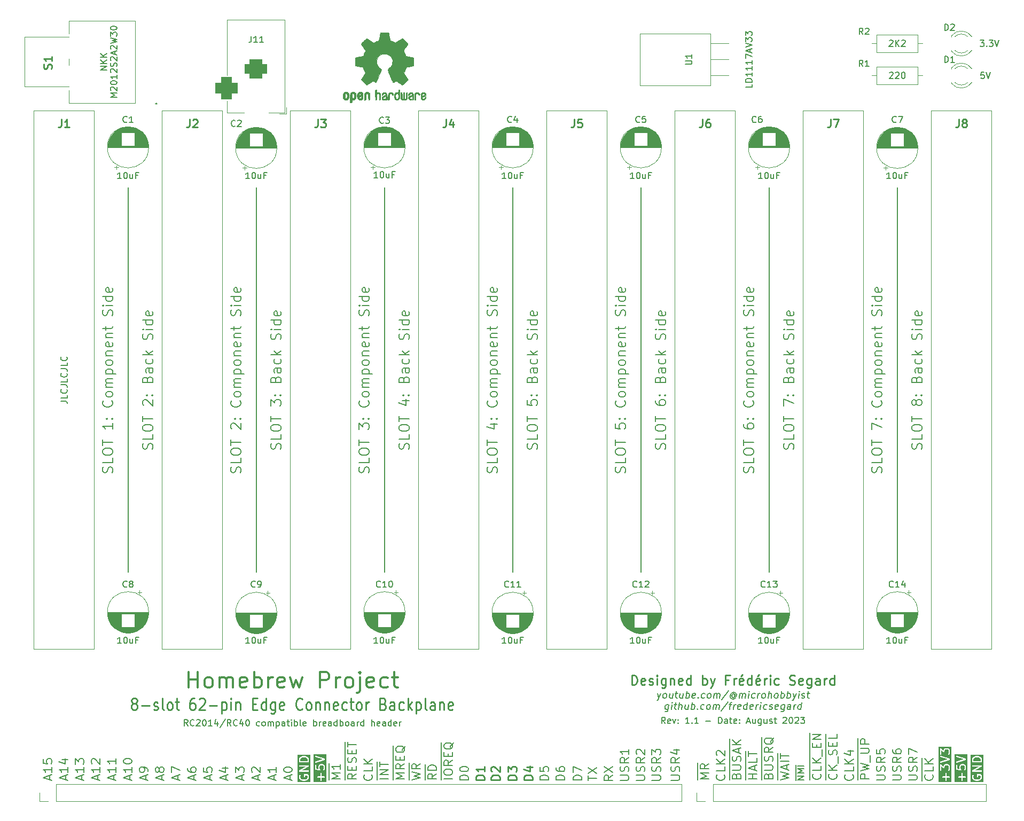
<source format=gto>
G04 #@! TF.GenerationSoftware,KiCad,Pcbnew,7.0.7*
G04 #@! TF.CreationDate,2023-08-22T15:23:37-04:00*
G04 #@! TF.ProjectId,1 - Backplkane,31202d20-4261-4636-9b70-6c6b616e652e,2*
G04 #@! TF.SameCoordinates,Original*
G04 #@! TF.FileFunction,Legend,Top*
G04 #@! TF.FilePolarity,Positive*
%FSLAX46Y46*%
G04 Gerber Fmt 4.6, Leading zero omitted, Abs format (unit mm)*
G04 Created by KiCad (PCBNEW 7.0.7) date 2023-08-22 15:23:37*
%MOMM*%
%LPD*%
G01*
G04 APERTURE LIST*
G04 Aperture macros list*
%AMRoundRect*
0 Rectangle with rounded corners*
0 $1 Rounding radius*
0 $2 $3 $4 $5 $6 $7 $8 $9 X,Y pos of 4 corners*
0 Add a 4 corners polygon primitive as box body*
4,1,4,$2,$3,$4,$5,$6,$7,$8,$9,$2,$3,0*
0 Add four circle primitives for the rounded corners*
1,1,$1+$1,$2,$3*
1,1,$1+$1,$4,$5*
1,1,$1+$1,$6,$7*
1,1,$1+$1,$8,$9*
0 Add four rect primitives between the rounded corners*
20,1,$1+$1,$2,$3,$4,$5,0*
20,1,$1+$1,$4,$5,$6,$7,0*
20,1,$1+$1,$6,$7,$8,$9,0*
20,1,$1+$1,$8,$9,$2,$3,0*%
G04 Aperture macros list end*
%ADD10C,0.150000*%
%ADD11C,0.180000*%
%ADD12C,0.200000*%
%ADD13C,0.100000*%
%ADD14C,0.220000*%
%ADD15C,0.300000*%
%ADD16C,0.250000*%
%ADD17C,0.240000*%
%ADD18C,0.254000*%
%ADD19C,0.010000*%
%ADD20C,0.120000*%
%ADD21C,2.700000*%
%ADD22C,0.800000*%
%ADD23C,6.400000*%
%ADD24R,1.600000X1.600000*%
%ADD25C,1.600000*%
%ADD26R,3.500000X3.500000*%
%ADD27RoundRect,0.750000X-1.000000X0.750000X-1.000000X-0.750000X1.000000X-0.750000X1.000000X0.750000X0*%
%ADD28RoundRect,0.875000X-0.875000X0.875000X-0.875000X-0.875000X0.875000X-0.875000X0.875000X0.875000X0*%
%ADD29O,3.200000X3.200000*%
%ADD30R,1.800000X1.800000*%
%ADD31O,1.800000X1.800000*%
%ADD32O,1.600000X1.600000*%
%ADD33R,1.638000X1.638000*%
%ADD34C,1.638000*%
%ADD35C,1.800000*%
%ADD36R,1.700000X1.700000*%
%ADD37O,1.700000X1.700000*%
G04 APERTURE END LIST*
D10*
X48678819Y-43576713D02*
X47678819Y-43576713D01*
X47678819Y-43576713D02*
X48678819Y-43005285D01*
X48678819Y-43005285D02*
X47678819Y-43005285D01*
X48678819Y-42529094D02*
X47678819Y-42529094D01*
X48678819Y-41957666D02*
X48107390Y-42386237D01*
X47678819Y-41957666D02*
X48250247Y-42529094D01*
X48678819Y-41529094D02*
X47678819Y-41529094D01*
X48678819Y-40957666D02*
X48107390Y-41386237D01*
X47678819Y-40957666D02*
X48250247Y-41529094D01*
X50288819Y-47910047D02*
X49288819Y-47910047D01*
X49288819Y-47910047D02*
X50003104Y-47576714D01*
X50003104Y-47576714D02*
X49288819Y-47243381D01*
X49288819Y-47243381D02*
X50288819Y-47243381D01*
X49384057Y-46814809D02*
X49336438Y-46767190D01*
X49336438Y-46767190D02*
X49288819Y-46671952D01*
X49288819Y-46671952D02*
X49288819Y-46433857D01*
X49288819Y-46433857D02*
X49336438Y-46338619D01*
X49336438Y-46338619D02*
X49384057Y-46291000D01*
X49384057Y-46291000D02*
X49479295Y-46243381D01*
X49479295Y-46243381D02*
X49574533Y-46243381D01*
X49574533Y-46243381D02*
X49717390Y-46291000D01*
X49717390Y-46291000D02*
X50288819Y-46862428D01*
X50288819Y-46862428D02*
X50288819Y-46243381D01*
X49288819Y-45624333D02*
X49288819Y-45529095D01*
X49288819Y-45529095D02*
X49336438Y-45433857D01*
X49336438Y-45433857D02*
X49384057Y-45386238D01*
X49384057Y-45386238D02*
X49479295Y-45338619D01*
X49479295Y-45338619D02*
X49669771Y-45291000D01*
X49669771Y-45291000D02*
X49907866Y-45291000D01*
X49907866Y-45291000D02*
X50098342Y-45338619D01*
X50098342Y-45338619D02*
X50193580Y-45386238D01*
X50193580Y-45386238D02*
X50241200Y-45433857D01*
X50241200Y-45433857D02*
X50288819Y-45529095D01*
X50288819Y-45529095D02*
X50288819Y-45624333D01*
X50288819Y-45624333D02*
X50241200Y-45719571D01*
X50241200Y-45719571D02*
X50193580Y-45767190D01*
X50193580Y-45767190D02*
X50098342Y-45814809D01*
X50098342Y-45814809D02*
X49907866Y-45862428D01*
X49907866Y-45862428D02*
X49669771Y-45862428D01*
X49669771Y-45862428D02*
X49479295Y-45814809D01*
X49479295Y-45814809D02*
X49384057Y-45767190D01*
X49384057Y-45767190D02*
X49336438Y-45719571D01*
X49336438Y-45719571D02*
X49288819Y-45624333D01*
X50288819Y-44338619D02*
X50288819Y-44910047D01*
X50288819Y-44624333D02*
X49288819Y-44624333D01*
X49288819Y-44624333D02*
X49431676Y-44719571D01*
X49431676Y-44719571D02*
X49526914Y-44814809D01*
X49526914Y-44814809D02*
X49574533Y-44910047D01*
X49384057Y-43957666D02*
X49336438Y-43910047D01*
X49336438Y-43910047D02*
X49288819Y-43814809D01*
X49288819Y-43814809D02*
X49288819Y-43576714D01*
X49288819Y-43576714D02*
X49336438Y-43481476D01*
X49336438Y-43481476D02*
X49384057Y-43433857D01*
X49384057Y-43433857D02*
X49479295Y-43386238D01*
X49479295Y-43386238D02*
X49574533Y-43386238D01*
X49574533Y-43386238D02*
X49717390Y-43433857D01*
X49717390Y-43433857D02*
X50288819Y-44005285D01*
X50288819Y-44005285D02*
X50288819Y-43386238D01*
X50241200Y-43005285D02*
X50288819Y-42862428D01*
X50288819Y-42862428D02*
X50288819Y-42624333D01*
X50288819Y-42624333D02*
X50241200Y-42529095D01*
X50241200Y-42529095D02*
X50193580Y-42481476D01*
X50193580Y-42481476D02*
X50098342Y-42433857D01*
X50098342Y-42433857D02*
X50003104Y-42433857D01*
X50003104Y-42433857D02*
X49907866Y-42481476D01*
X49907866Y-42481476D02*
X49860247Y-42529095D01*
X49860247Y-42529095D02*
X49812628Y-42624333D01*
X49812628Y-42624333D02*
X49765009Y-42814809D01*
X49765009Y-42814809D02*
X49717390Y-42910047D01*
X49717390Y-42910047D02*
X49669771Y-42957666D01*
X49669771Y-42957666D02*
X49574533Y-43005285D01*
X49574533Y-43005285D02*
X49479295Y-43005285D01*
X49479295Y-43005285D02*
X49384057Y-42957666D01*
X49384057Y-42957666D02*
X49336438Y-42910047D01*
X49336438Y-42910047D02*
X49288819Y-42814809D01*
X49288819Y-42814809D02*
X49288819Y-42576714D01*
X49288819Y-42576714D02*
X49336438Y-42433857D01*
X49384057Y-42052904D02*
X49336438Y-42005285D01*
X49336438Y-42005285D02*
X49288819Y-41910047D01*
X49288819Y-41910047D02*
X49288819Y-41671952D01*
X49288819Y-41671952D02*
X49336438Y-41576714D01*
X49336438Y-41576714D02*
X49384057Y-41529095D01*
X49384057Y-41529095D02*
X49479295Y-41481476D01*
X49479295Y-41481476D02*
X49574533Y-41481476D01*
X49574533Y-41481476D02*
X49717390Y-41529095D01*
X49717390Y-41529095D02*
X50288819Y-42100523D01*
X50288819Y-42100523D02*
X50288819Y-41481476D01*
X50003104Y-41100523D02*
X50003104Y-40624333D01*
X50288819Y-41195761D02*
X49288819Y-40862428D01*
X49288819Y-40862428D02*
X50288819Y-40529095D01*
X49384057Y-40243380D02*
X49336438Y-40195761D01*
X49336438Y-40195761D02*
X49288819Y-40100523D01*
X49288819Y-40100523D02*
X49288819Y-39862428D01*
X49288819Y-39862428D02*
X49336438Y-39767190D01*
X49336438Y-39767190D02*
X49384057Y-39719571D01*
X49384057Y-39719571D02*
X49479295Y-39671952D01*
X49479295Y-39671952D02*
X49574533Y-39671952D01*
X49574533Y-39671952D02*
X49717390Y-39719571D01*
X49717390Y-39719571D02*
X50288819Y-40290999D01*
X50288819Y-40290999D02*
X50288819Y-39671952D01*
X49288819Y-39338618D02*
X50288819Y-39100523D01*
X50288819Y-39100523D02*
X49574533Y-38910047D01*
X49574533Y-38910047D02*
X50288819Y-38719571D01*
X50288819Y-38719571D02*
X49288819Y-38481476D01*
X49288819Y-38195761D02*
X49288819Y-37576714D01*
X49288819Y-37576714D02*
X49669771Y-37910047D01*
X49669771Y-37910047D02*
X49669771Y-37767190D01*
X49669771Y-37767190D02*
X49717390Y-37671952D01*
X49717390Y-37671952D02*
X49765009Y-37624333D01*
X49765009Y-37624333D02*
X49860247Y-37576714D01*
X49860247Y-37576714D02*
X50098342Y-37576714D01*
X50098342Y-37576714D02*
X50193580Y-37624333D01*
X50193580Y-37624333D02*
X50241200Y-37671952D01*
X50241200Y-37671952D02*
X50288819Y-37767190D01*
X50288819Y-37767190D02*
X50288819Y-38052904D01*
X50288819Y-38052904D02*
X50241200Y-38148142D01*
X50241200Y-38148142D02*
X50193580Y-38195761D01*
X49288819Y-36957666D02*
X49288819Y-36862428D01*
X49288819Y-36862428D02*
X49336438Y-36767190D01*
X49336438Y-36767190D02*
X49384057Y-36719571D01*
X49384057Y-36719571D02*
X49479295Y-36671952D01*
X49479295Y-36671952D02*
X49669771Y-36624333D01*
X49669771Y-36624333D02*
X49907866Y-36624333D01*
X49907866Y-36624333D02*
X50098342Y-36671952D01*
X50098342Y-36671952D02*
X50193580Y-36719571D01*
X50193580Y-36719571D02*
X50241200Y-36767190D01*
X50241200Y-36767190D02*
X50288819Y-36862428D01*
X50288819Y-36862428D02*
X50288819Y-36957666D01*
X50288819Y-36957666D02*
X50241200Y-37052904D01*
X50241200Y-37052904D02*
X50193580Y-37100523D01*
X50193580Y-37100523D02*
X50098342Y-37148142D01*
X50098342Y-37148142D02*
X49907866Y-37195761D01*
X49907866Y-37195761D02*
X49669771Y-37195761D01*
X49669771Y-37195761D02*
X49479295Y-37148142D01*
X49479295Y-37148142D02*
X49384057Y-37100523D01*
X49384057Y-37100523D02*
X49336438Y-37052904D01*
X49336438Y-37052904D02*
X49288819Y-36957666D01*
D11*
X55899640Y-103643335D02*
X55975830Y-103414763D01*
X55975830Y-103414763D02*
X55975830Y-103033811D01*
X55975830Y-103033811D02*
X55899640Y-102881430D01*
X55899640Y-102881430D02*
X55823449Y-102805239D01*
X55823449Y-102805239D02*
X55671068Y-102729049D01*
X55671068Y-102729049D02*
X55518687Y-102729049D01*
X55518687Y-102729049D02*
X55366306Y-102805239D01*
X55366306Y-102805239D02*
X55290116Y-102881430D01*
X55290116Y-102881430D02*
X55213925Y-103033811D01*
X55213925Y-103033811D02*
X55137735Y-103338573D01*
X55137735Y-103338573D02*
X55061544Y-103490954D01*
X55061544Y-103490954D02*
X54985354Y-103567144D01*
X54985354Y-103567144D02*
X54832973Y-103643335D01*
X54832973Y-103643335D02*
X54680592Y-103643335D01*
X54680592Y-103643335D02*
X54528211Y-103567144D01*
X54528211Y-103567144D02*
X54452020Y-103490954D01*
X54452020Y-103490954D02*
X54375830Y-103338573D01*
X54375830Y-103338573D02*
X54375830Y-102957620D01*
X54375830Y-102957620D02*
X54452020Y-102729049D01*
X55975830Y-101281429D02*
X55975830Y-102043334D01*
X55975830Y-102043334D02*
X54375830Y-102043334D01*
X54375830Y-100443334D02*
X54375830Y-100138572D01*
X54375830Y-100138572D02*
X54452020Y-99986191D01*
X54452020Y-99986191D02*
X54604401Y-99833810D01*
X54604401Y-99833810D02*
X54909163Y-99757620D01*
X54909163Y-99757620D02*
X55442497Y-99757620D01*
X55442497Y-99757620D02*
X55747259Y-99833810D01*
X55747259Y-99833810D02*
X55899640Y-99986191D01*
X55899640Y-99986191D02*
X55975830Y-100138572D01*
X55975830Y-100138572D02*
X55975830Y-100443334D01*
X55975830Y-100443334D02*
X55899640Y-100595715D01*
X55899640Y-100595715D02*
X55747259Y-100748096D01*
X55747259Y-100748096D02*
X55442497Y-100824287D01*
X55442497Y-100824287D02*
X54909163Y-100824287D01*
X54909163Y-100824287D02*
X54604401Y-100748096D01*
X54604401Y-100748096D02*
X54452020Y-100595715D01*
X54452020Y-100595715D02*
X54375830Y-100443334D01*
X54375830Y-99300478D02*
X54375830Y-98386192D01*
X55975830Y-98843335D02*
X54375830Y-98843335D01*
X54528211Y-96710001D02*
X54452020Y-96633810D01*
X54452020Y-96633810D02*
X54375830Y-96481429D01*
X54375830Y-96481429D02*
X54375830Y-96100477D01*
X54375830Y-96100477D02*
X54452020Y-95948096D01*
X54452020Y-95948096D02*
X54528211Y-95871905D01*
X54528211Y-95871905D02*
X54680592Y-95795715D01*
X54680592Y-95795715D02*
X54832973Y-95795715D01*
X54832973Y-95795715D02*
X55061544Y-95871905D01*
X55061544Y-95871905D02*
X55975830Y-96786191D01*
X55975830Y-96786191D02*
X55975830Y-95795715D01*
X55823449Y-95110000D02*
X55899640Y-95033810D01*
X55899640Y-95033810D02*
X55975830Y-95110000D01*
X55975830Y-95110000D02*
X55899640Y-95186191D01*
X55899640Y-95186191D02*
X55823449Y-95110000D01*
X55823449Y-95110000D02*
X55975830Y-95110000D01*
X54985354Y-95110000D02*
X55061544Y-95033810D01*
X55061544Y-95033810D02*
X55137735Y-95110000D01*
X55137735Y-95110000D02*
X55061544Y-95186191D01*
X55061544Y-95186191D02*
X54985354Y-95110000D01*
X54985354Y-95110000D02*
X55137735Y-95110000D01*
X55137735Y-92595714D02*
X55213925Y-92367142D01*
X55213925Y-92367142D02*
X55290116Y-92290952D01*
X55290116Y-92290952D02*
X55442497Y-92214761D01*
X55442497Y-92214761D02*
X55671068Y-92214761D01*
X55671068Y-92214761D02*
X55823449Y-92290952D01*
X55823449Y-92290952D02*
X55899640Y-92367142D01*
X55899640Y-92367142D02*
X55975830Y-92519523D01*
X55975830Y-92519523D02*
X55975830Y-93129047D01*
X55975830Y-93129047D02*
X54375830Y-93129047D01*
X54375830Y-93129047D02*
X54375830Y-92595714D01*
X54375830Y-92595714D02*
X54452020Y-92443333D01*
X54452020Y-92443333D02*
X54528211Y-92367142D01*
X54528211Y-92367142D02*
X54680592Y-92290952D01*
X54680592Y-92290952D02*
X54832973Y-92290952D01*
X54832973Y-92290952D02*
X54985354Y-92367142D01*
X54985354Y-92367142D02*
X55061544Y-92443333D01*
X55061544Y-92443333D02*
X55137735Y-92595714D01*
X55137735Y-92595714D02*
X55137735Y-93129047D01*
X55975830Y-90843333D02*
X55137735Y-90843333D01*
X55137735Y-90843333D02*
X54985354Y-90919523D01*
X54985354Y-90919523D02*
X54909163Y-91071904D01*
X54909163Y-91071904D02*
X54909163Y-91376666D01*
X54909163Y-91376666D02*
X54985354Y-91529047D01*
X55899640Y-90843333D02*
X55975830Y-90995714D01*
X55975830Y-90995714D02*
X55975830Y-91376666D01*
X55975830Y-91376666D02*
X55899640Y-91529047D01*
X55899640Y-91529047D02*
X55747259Y-91605238D01*
X55747259Y-91605238D02*
X55594878Y-91605238D01*
X55594878Y-91605238D02*
X55442497Y-91529047D01*
X55442497Y-91529047D02*
X55366306Y-91376666D01*
X55366306Y-91376666D02*
X55366306Y-90995714D01*
X55366306Y-90995714D02*
X55290116Y-90843333D01*
X55899640Y-89395714D02*
X55975830Y-89548095D01*
X55975830Y-89548095D02*
X55975830Y-89852857D01*
X55975830Y-89852857D02*
X55899640Y-90005238D01*
X55899640Y-90005238D02*
X55823449Y-90081428D01*
X55823449Y-90081428D02*
X55671068Y-90157619D01*
X55671068Y-90157619D02*
X55213925Y-90157619D01*
X55213925Y-90157619D02*
X55061544Y-90081428D01*
X55061544Y-90081428D02*
X54985354Y-90005238D01*
X54985354Y-90005238D02*
X54909163Y-89852857D01*
X54909163Y-89852857D02*
X54909163Y-89548095D01*
X54909163Y-89548095D02*
X54985354Y-89395714D01*
X55975830Y-88709999D02*
X54375830Y-88709999D01*
X55366306Y-88557618D02*
X55975830Y-88100475D01*
X54909163Y-88100475D02*
X55518687Y-88709999D01*
X55899640Y-86271904D02*
X55975830Y-86043332D01*
X55975830Y-86043332D02*
X55975830Y-85662380D01*
X55975830Y-85662380D02*
X55899640Y-85509999D01*
X55899640Y-85509999D02*
X55823449Y-85433808D01*
X55823449Y-85433808D02*
X55671068Y-85357618D01*
X55671068Y-85357618D02*
X55518687Y-85357618D01*
X55518687Y-85357618D02*
X55366306Y-85433808D01*
X55366306Y-85433808D02*
X55290116Y-85509999D01*
X55290116Y-85509999D02*
X55213925Y-85662380D01*
X55213925Y-85662380D02*
X55137735Y-85967142D01*
X55137735Y-85967142D02*
X55061544Y-86119523D01*
X55061544Y-86119523D02*
X54985354Y-86195713D01*
X54985354Y-86195713D02*
X54832973Y-86271904D01*
X54832973Y-86271904D02*
X54680592Y-86271904D01*
X54680592Y-86271904D02*
X54528211Y-86195713D01*
X54528211Y-86195713D02*
X54452020Y-86119523D01*
X54452020Y-86119523D02*
X54375830Y-85967142D01*
X54375830Y-85967142D02*
X54375830Y-85586189D01*
X54375830Y-85586189D02*
X54452020Y-85357618D01*
X55975830Y-84671903D02*
X54909163Y-84671903D01*
X54375830Y-84671903D02*
X54452020Y-84748094D01*
X54452020Y-84748094D02*
X54528211Y-84671903D01*
X54528211Y-84671903D02*
X54452020Y-84595713D01*
X54452020Y-84595713D02*
X54375830Y-84671903D01*
X54375830Y-84671903D02*
X54528211Y-84671903D01*
X55975830Y-83224284D02*
X54375830Y-83224284D01*
X55899640Y-83224284D02*
X55975830Y-83376665D01*
X55975830Y-83376665D02*
X55975830Y-83681427D01*
X55975830Y-83681427D02*
X55899640Y-83833808D01*
X55899640Y-83833808D02*
X55823449Y-83909998D01*
X55823449Y-83909998D02*
X55671068Y-83986189D01*
X55671068Y-83986189D02*
X55213925Y-83986189D01*
X55213925Y-83986189D02*
X55061544Y-83909998D01*
X55061544Y-83909998D02*
X54985354Y-83833808D01*
X54985354Y-83833808D02*
X54909163Y-83681427D01*
X54909163Y-83681427D02*
X54909163Y-83376665D01*
X54909163Y-83376665D02*
X54985354Y-83224284D01*
X55899640Y-81852855D02*
X55975830Y-82005236D01*
X55975830Y-82005236D02*
X55975830Y-82309998D01*
X55975830Y-82309998D02*
X55899640Y-82462379D01*
X55899640Y-82462379D02*
X55747259Y-82538570D01*
X55747259Y-82538570D02*
X55137735Y-82538570D01*
X55137735Y-82538570D02*
X54985354Y-82462379D01*
X54985354Y-82462379D02*
X54909163Y-82309998D01*
X54909163Y-82309998D02*
X54909163Y-82005236D01*
X54909163Y-82005236D02*
X54985354Y-81852855D01*
X54985354Y-81852855D02*
X55137735Y-81776665D01*
X55137735Y-81776665D02*
X55290116Y-81776665D01*
X55290116Y-81776665D02*
X55442497Y-82538570D01*
D12*
X136018690Y-142389647D02*
X136188929Y-143122980D01*
X136542500Y-142389647D02*
X136188929Y-143122980D01*
X136188929Y-143122980D02*
X136051429Y-143384885D01*
X136051429Y-143384885D02*
X135992500Y-143437266D01*
X135992500Y-143437266D02*
X135881190Y-143489647D01*
X137027024Y-143122980D02*
X136928809Y-143070600D01*
X136928809Y-143070600D02*
X136882976Y-143018219D01*
X136882976Y-143018219D02*
X136843690Y-142913457D01*
X136843690Y-142913457D02*
X136882976Y-142599171D01*
X136882976Y-142599171D02*
X136948452Y-142494409D01*
X136948452Y-142494409D02*
X137007381Y-142442028D01*
X137007381Y-142442028D02*
X137118690Y-142389647D01*
X137118690Y-142389647D02*
X137275833Y-142389647D01*
X137275833Y-142389647D02*
X137374047Y-142442028D01*
X137374047Y-142442028D02*
X137419881Y-142494409D01*
X137419881Y-142494409D02*
X137459166Y-142599171D01*
X137459166Y-142599171D02*
X137419881Y-142913457D01*
X137419881Y-142913457D02*
X137354404Y-143018219D01*
X137354404Y-143018219D02*
X137295476Y-143070600D01*
X137295476Y-143070600D02*
X137184166Y-143122980D01*
X137184166Y-143122980D02*
X137027024Y-143122980D01*
X138428214Y-142389647D02*
X138336547Y-143122980D01*
X137956785Y-142389647D02*
X137884762Y-142965838D01*
X137884762Y-142965838D02*
X137924047Y-143070600D01*
X137924047Y-143070600D02*
X138022262Y-143122980D01*
X138022262Y-143122980D02*
X138179404Y-143122980D01*
X138179404Y-143122980D02*
X138290714Y-143070600D01*
X138290714Y-143070600D02*
X138349642Y-143018219D01*
X138794880Y-142389647D02*
X139213928Y-142389647D01*
X138997857Y-142022980D02*
X138880000Y-142965838D01*
X138880000Y-142965838D02*
X138919285Y-143070600D01*
X138919285Y-143070600D02*
X139017500Y-143122980D01*
X139017500Y-143122980D02*
X139122261Y-143122980D01*
X140052023Y-142389647D02*
X139960356Y-143122980D01*
X139580594Y-142389647D02*
X139508571Y-142965838D01*
X139508571Y-142965838D02*
X139547856Y-143070600D01*
X139547856Y-143070600D02*
X139646071Y-143122980D01*
X139646071Y-143122980D02*
X139803213Y-143122980D01*
X139803213Y-143122980D02*
X139914523Y-143070600D01*
X139914523Y-143070600D02*
X139973451Y-143018219D01*
X140484166Y-143122980D02*
X140621666Y-142022980D01*
X140569285Y-142442028D02*
X140680594Y-142389647D01*
X140680594Y-142389647D02*
X140890118Y-142389647D01*
X140890118Y-142389647D02*
X140988332Y-142442028D01*
X140988332Y-142442028D02*
X141034166Y-142494409D01*
X141034166Y-142494409D02*
X141073451Y-142599171D01*
X141073451Y-142599171D02*
X141034166Y-142913457D01*
X141034166Y-142913457D02*
X140968689Y-143018219D01*
X140968689Y-143018219D02*
X140909761Y-143070600D01*
X140909761Y-143070600D02*
X140798451Y-143122980D01*
X140798451Y-143122980D02*
X140588928Y-143122980D01*
X140588928Y-143122980D02*
X140490713Y-143070600D01*
X141904999Y-143070600D02*
X141793689Y-143122980D01*
X141793689Y-143122980D02*
X141584166Y-143122980D01*
X141584166Y-143122980D02*
X141485951Y-143070600D01*
X141485951Y-143070600D02*
X141446666Y-142965838D01*
X141446666Y-142965838D02*
X141499047Y-142546790D01*
X141499047Y-142546790D02*
X141564523Y-142442028D01*
X141564523Y-142442028D02*
X141675832Y-142389647D01*
X141675832Y-142389647D02*
X141885356Y-142389647D01*
X141885356Y-142389647D02*
X141983570Y-142442028D01*
X141983570Y-142442028D02*
X142022856Y-142546790D01*
X142022856Y-142546790D02*
X142009761Y-142651552D01*
X142009761Y-142651552D02*
X141472856Y-142756314D01*
X142435356Y-143018219D02*
X142481189Y-143070600D01*
X142481189Y-143070600D02*
X142422261Y-143122980D01*
X142422261Y-143122980D02*
X142376427Y-143070600D01*
X142376427Y-143070600D02*
X142435356Y-143018219D01*
X142435356Y-143018219D02*
X142422261Y-143122980D01*
X143424047Y-143070600D02*
X143312737Y-143122980D01*
X143312737Y-143122980D02*
X143103214Y-143122980D01*
X143103214Y-143122980D02*
X143004999Y-143070600D01*
X143004999Y-143070600D02*
X142959166Y-143018219D01*
X142959166Y-143018219D02*
X142919880Y-142913457D01*
X142919880Y-142913457D02*
X142959166Y-142599171D01*
X142959166Y-142599171D02*
X143024642Y-142494409D01*
X143024642Y-142494409D02*
X143083571Y-142442028D01*
X143083571Y-142442028D02*
X143194880Y-142389647D01*
X143194880Y-142389647D02*
X143404404Y-142389647D01*
X143404404Y-142389647D02*
X143502618Y-142442028D01*
X144046071Y-143122980D02*
X143947856Y-143070600D01*
X143947856Y-143070600D02*
X143902023Y-143018219D01*
X143902023Y-143018219D02*
X143862737Y-142913457D01*
X143862737Y-142913457D02*
X143902023Y-142599171D01*
X143902023Y-142599171D02*
X143967499Y-142494409D01*
X143967499Y-142494409D02*
X144026428Y-142442028D01*
X144026428Y-142442028D02*
X144137737Y-142389647D01*
X144137737Y-142389647D02*
X144294880Y-142389647D01*
X144294880Y-142389647D02*
X144393094Y-142442028D01*
X144393094Y-142442028D02*
X144438928Y-142494409D01*
X144438928Y-142494409D02*
X144478213Y-142599171D01*
X144478213Y-142599171D02*
X144438928Y-142913457D01*
X144438928Y-142913457D02*
X144373451Y-143018219D01*
X144373451Y-143018219D02*
X144314523Y-143070600D01*
X144314523Y-143070600D02*
X144203213Y-143122980D01*
X144203213Y-143122980D02*
X144046071Y-143122980D01*
X144884166Y-143122980D02*
X144975832Y-142389647D01*
X144962737Y-142494409D02*
X145021666Y-142442028D01*
X145021666Y-142442028D02*
X145132975Y-142389647D01*
X145132975Y-142389647D02*
X145290118Y-142389647D01*
X145290118Y-142389647D02*
X145388332Y-142442028D01*
X145388332Y-142442028D02*
X145427618Y-142546790D01*
X145427618Y-142546790D02*
X145355594Y-143122980D01*
X145427618Y-142546790D02*
X145493094Y-142442028D01*
X145493094Y-142442028D02*
X145604404Y-142389647D01*
X145604404Y-142389647D02*
X145761547Y-142389647D01*
X145761547Y-142389647D02*
X145859761Y-142442028D01*
X145859761Y-142442028D02*
X145899047Y-142546790D01*
X145899047Y-142546790D02*
X145827023Y-143122980D01*
X147280595Y-141970600D02*
X146160952Y-143384885D01*
X148249642Y-142599171D02*
X148203809Y-142546790D01*
X148203809Y-142546790D02*
X148105595Y-142494409D01*
X148105595Y-142494409D02*
X148000833Y-142494409D01*
X148000833Y-142494409D02*
X147889523Y-142546790D01*
X147889523Y-142546790D02*
X147830595Y-142599171D01*
X147830595Y-142599171D02*
X147765118Y-142703933D01*
X147765118Y-142703933D02*
X147752023Y-142808695D01*
X147752023Y-142808695D02*
X147791309Y-142913457D01*
X147791309Y-142913457D02*
X147837142Y-142965838D01*
X147837142Y-142965838D02*
X147935357Y-143018219D01*
X147935357Y-143018219D02*
X148040118Y-143018219D01*
X148040118Y-143018219D02*
X148151428Y-142965838D01*
X148151428Y-142965838D02*
X148210357Y-142913457D01*
X148262737Y-142494409D02*
X148210357Y-142913457D01*
X148210357Y-142913457D02*
X148256190Y-142965838D01*
X148256190Y-142965838D02*
X148308571Y-142965838D01*
X148308571Y-142965838D02*
X148419880Y-142913457D01*
X148419880Y-142913457D02*
X148485357Y-142808695D01*
X148485357Y-142808695D02*
X148518095Y-142546790D01*
X148518095Y-142546790D02*
X148432976Y-142389647D01*
X148432976Y-142389647D02*
X148288928Y-142284885D01*
X148288928Y-142284885D02*
X148085952Y-142232504D01*
X148085952Y-142232504D02*
X147869880Y-142284885D01*
X147869880Y-142284885D02*
X147699642Y-142389647D01*
X147699642Y-142389647D02*
X147575237Y-142546790D01*
X147575237Y-142546790D02*
X147496666Y-142756314D01*
X147496666Y-142756314D02*
X147522857Y-142965838D01*
X147522857Y-142965838D02*
X147607976Y-143122980D01*
X147607976Y-143122980D02*
X147752023Y-143227742D01*
X147752023Y-143227742D02*
X147954999Y-143280123D01*
X147954999Y-143280123D02*
X148171071Y-143227742D01*
X148171071Y-143227742D02*
X148341309Y-143122980D01*
X148917500Y-143122980D02*
X149009166Y-142389647D01*
X148996071Y-142494409D02*
X149055000Y-142442028D01*
X149055000Y-142442028D02*
X149166309Y-142389647D01*
X149166309Y-142389647D02*
X149323452Y-142389647D01*
X149323452Y-142389647D02*
X149421666Y-142442028D01*
X149421666Y-142442028D02*
X149460952Y-142546790D01*
X149460952Y-142546790D02*
X149388928Y-143122980D01*
X149460952Y-142546790D02*
X149526428Y-142442028D01*
X149526428Y-142442028D02*
X149637738Y-142389647D01*
X149637738Y-142389647D02*
X149794881Y-142389647D01*
X149794881Y-142389647D02*
X149893095Y-142442028D01*
X149893095Y-142442028D02*
X149932381Y-142546790D01*
X149932381Y-142546790D02*
X149860357Y-143122980D01*
X150384167Y-143122980D02*
X150475833Y-142389647D01*
X150521667Y-142022980D02*
X150462738Y-142075361D01*
X150462738Y-142075361D02*
X150508571Y-142127742D01*
X150508571Y-142127742D02*
X150567500Y-142075361D01*
X150567500Y-142075361D02*
X150521667Y-142022980D01*
X150521667Y-142022980D02*
X150508571Y-142127742D01*
X151385953Y-143070600D02*
X151274643Y-143122980D01*
X151274643Y-143122980D02*
X151065120Y-143122980D01*
X151065120Y-143122980D02*
X150966905Y-143070600D01*
X150966905Y-143070600D02*
X150921072Y-143018219D01*
X150921072Y-143018219D02*
X150881786Y-142913457D01*
X150881786Y-142913457D02*
X150921072Y-142599171D01*
X150921072Y-142599171D02*
X150986548Y-142494409D01*
X150986548Y-142494409D02*
X151045477Y-142442028D01*
X151045477Y-142442028D02*
X151156786Y-142389647D01*
X151156786Y-142389647D02*
X151366310Y-142389647D01*
X151366310Y-142389647D02*
X151464524Y-142442028D01*
X151850834Y-143122980D02*
X151942500Y-142389647D01*
X151916310Y-142599171D02*
X151981786Y-142494409D01*
X151981786Y-142494409D02*
X152040715Y-142442028D01*
X152040715Y-142442028D02*
X152152024Y-142389647D01*
X152152024Y-142389647D02*
X152256786Y-142389647D01*
X152688929Y-143122980D02*
X152590714Y-143070600D01*
X152590714Y-143070600D02*
X152544881Y-143018219D01*
X152544881Y-143018219D02*
X152505595Y-142913457D01*
X152505595Y-142913457D02*
X152544881Y-142599171D01*
X152544881Y-142599171D02*
X152610357Y-142494409D01*
X152610357Y-142494409D02*
X152669286Y-142442028D01*
X152669286Y-142442028D02*
X152780595Y-142389647D01*
X152780595Y-142389647D02*
X152937738Y-142389647D01*
X152937738Y-142389647D02*
X153035952Y-142442028D01*
X153035952Y-142442028D02*
X153081786Y-142494409D01*
X153081786Y-142494409D02*
X153121071Y-142599171D01*
X153121071Y-142599171D02*
X153081786Y-142913457D01*
X153081786Y-142913457D02*
X153016309Y-143018219D01*
X153016309Y-143018219D02*
X152957381Y-143070600D01*
X152957381Y-143070600D02*
X152846071Y-143122980D01*
X152846071Y-143122980D02*
X152688929Y-143122980D01*
X153527024Y-143122980D02*
X153664524Y-142022980D01*
X153998452Y-143122980D02*
X154070476Y-142546790D01*
X154070476Y-142546790D02*
X154031190Y-142442028D01*
X154031190Y-142442028D02*
X153932976Y-142389647D01*
X153932976Y-142389647D02*
X153775833Y-142389647D01*
X153775833Y-142389647D02*
X153664524Y-142442028D01*
X153664524Y-142442028D02*
X153605595Y-142494409D01*
X154679405Y-143122980D02*
X154581190Y-143070600D01*
X154581190Y-143070600D02*
X154535357Y-143018219D01*
X154535357Y-143018219D02*
X154496071Y-142913457D01*
X154496071Y-142913457D02*
X154535357Y-142599171D01*
X154535357Y-142599171D02*
X154600833Y-142494409D01*
X154600833Y-142494409D02*
X154659762Y-142442028D01*
X154659762Y-142442028D02*
X154771071Y-142389647D01*
X154771071Y-142389647D02*
X154928214Y-142389647D01*
X154928214Y-142389647D02*
X155026428Y-142442028D01*
X155026428Y-142442028D02*
X155072262Y-142494409D01*
X155072262Y-142494409D02*
X155111547Y-142599171D01*
X155111547Y-142599171D02*
X155072262Y-142913457D01*
X155072262Y-142913457D02*
X155006785Y-143018219D01*
X155006785Y-143018219D02*
X154947857Y-143070600D01*
X154947857Y-143070600D02*
X154836547Y-143122980D01*
X154836547Y-143122980D02*
X154679405Y-143122980D01*
X155517500Y-143122980D02*
X155655000Y-142022980D01*
X155602619Y-142442028D02*
X155713928Y-142389647D01*
X155713928Y-142389647D02*
X155923452Y-142389647D01*
X155923452Y-142389647D02*
X156021666Y-142442028D01*
X156021666Y-142442028D02*
X156067500Y-142494409D01*
X156067500Y-142494409D02*
X156106785Y-142599171D01*
X156106785Y-142599171D02*
X156067500Y-142913457D01*
X156067500Y-142913457D02*
X156002023Y-143018219D01*
X156002023Y-143018219D02*
X155943095Y-143070600D01*
X155943095Y-143070600D02*
X155831785Y-143122980D01*
X155831785Y-143122980D02*
X155622262Y-143122980D01*
X155622262Y-143122980D02*
X155524047Y-143070600D01*
X156512738Y-143122980D02*
X156650238Y-142022980D01*
X156597857Y-142442028D02*
X156709166Y-142389647D01*
X156709166Y-142389647D02*
X156918690Y-142389647D01*
X156918690Y-142389647D02*
X157016904Y-142442028D01*
X157016904Y-142442028D02*
X157062738Y-142494409D01*
X157062738Y-142494409D02*
X157102023Y-142599171D01*
X157102023Y-142599171D02*
X157062738Y-142913457D01*
X157062738Y-142913457D02*
X156997261Y-143018219D01*
X156997261Y-143018219D02*
X156938333Y-143070600D01*
X156938333Y-143070600D02*
X156827023Y-143122980D01*
X156827023Y-143122980D02*
X156617500Y-143122980D01*
X156617500Y-143122980D02*
X156519285Y-143070600D01*
X157494880Y-142389647D02*
X157665119Y-143122980D01*
X158018690Y-142389647D02*
X157665119Y-143122980D01*
X157665119Y-143122980D02*
X157527619Y-143384885D01*
X157527619Y-143384885D02*
X157468690Y-143437266D01*
X157468690Y-143437266D02*
X157357380Y-143489647D01*
X158346071Y-143122980D02*
X158437737Y-142389647D01*
X158483571Y-142022980D02*
X158424642Y-142075361D01*
X158424642Y-142075361D02*
X158470475Y-142127742D01*
X158470475Y-142127742D02*
X158529404Y-142075361D01*
X158529404Y-142075361D02*
X158483571Y-142022980D01*
X158483571Y-142022980D02*
X158470475Y-142127742D01*
X158824047Y-143070600D02*
X158922262Y-143122980D01*
X158922262Y-143122980D02*
X159131785Y-143122980D01*
X159131785Y-143122980D02*
X159243095Y-143070600D01*
X159243095Y-143070600D02*
X159308571Y-142965838D01*
X159308571Y-142965838D02*
X159315119Y-142913457D01*
X159315119Y-142913457D02*
X159275833Y-142808695D01*
X159275833Y-142808695D02*
X159177619Y-142756314D01*
X159177619Y-142756314D02*
X159020476Y-142756314D01*
X159020476Y-142756314D02*
X158922262Y-142703933D01*
X158922262Y-142703933D02*
X158882976Y-142599171D01*
X158882976Y-142599171D02*
X158889524Y-142546790D01*
X158889524Y-142546790D02*
X158955000Y-142442028D01*
X158955000Y-142442028D02*
X159066309Y-142389647D01*
X159066309Y-142389647D02*
X159223452Y-142389647D01*
X159223452Y-142389647D02*
X159321666Y-142442028D01*
X159694880Y-142389647D02*
X160113928Y-142389647D01*
X159897857Y-142022980D02*
X159780000Y-142965838D01*
X159780000Y-142965838D02*
X159819285Y-143070600D01*
X159819285Y-143070600D02*
X159917500Y-143122980D01*
X159917500Y-143122980D02*
X160022261Y-143122980D01*
X137747263Y-144160647D02*
X137635953Y-145051123D01*
X137635953Y-145051123D02*
X137570477Y-145155885D01*
X137570477Y-145155885D02*
X137511549Y-145208266D01*
X137511549Y-145208266D02*
X137400239Y-145260647D01*
X137400239Y-145260647D02*
X137243096Y-145260647D01*
X137243096Y-145260647D02*
X137144882Y-145208266D01*
X137662144Y-144841600D02*
X137550834Y-144893980D01*
X137550834Y-144893980D02*
X137341311Y-144893980D01*
X137341311Y-144893980D02*
X137243096Y-144841600D01*
X137243096Y-144841600D02*
X137197263Y-144789219D01*
X137197263Y-144789219D02*
X137157977Y-144684457D01*
X137157977Y-144684457D02*
X137197263Y-144370171D01*
X137197263Y-144370171D02*
X137262739Y-144265409D01*
X137262739Y-144265409D02*
X137321668Y-144213028D01*
X137321668Y-144213028D02*
X137432977Y-144160647D01*
X137432977Y-144160647D02*
X137642501Y-144160647D01*
X137642501Y-144160647D02*
X137740715Y-144213028D01*
X138179406Y-144893980D02*
X138271072Y-144160647D01*
X138316906Y-143793980D02*
X138257977Y-143846361D01*
X138257977Y-143846361D02*
X138303810Y-143898742D01*
X138303810Y-143898742D02*
X138362739Y-143846361D01*
X138362739Y-143846361D02*
X138316906Y-143793980D01*
X138316906Y-143793980D02*
X138303810Y-143898742D01*
X138637739Y-144160647D02*
X139056787Y-144160647D01*
X138840716Y-143793980D02*
X138722859Y-144736838D01*
X138722859Y-144736838D02*
X138762144Y-144841600D01*
X138762144Y-144841600D02*
X138860359Y-144893980D01*
X138860359Y-144893980D02*
X138965120Y-144893980D01*
X139331787Y-144893980D02*
X139469287Y-143793980D01*
X139803215Y-144893980D02*
X139875239Y-144317790D01*
X139875239Y-144317790D02*
X139835953Y-144213028D01*
X139835953Y-144213028D02*
X139737739Y-144160647D01*
X139737739Y-144160647D02*
X139580596Y-144160647D01*
X139580596Y-144160647D02*
X139469287Y-144213028D01*
X139469287Y-144213028D02*
X139410358Y-144265409D01*
X140890120Y-144160647D02*
X140798453Y-144893980D01*
X140418691Y-144160647D02*
X140346668Y-144736838D01*
X140346668Y-144736838D02*
X140385953Y-144841600D01*
X140385953Y-144841600D02*
X140484168Y-144893980D01*
X140484168Y-144893980D02*
X140641310Y-144893980D01*
X140641310Y-144893980D02*
X140752620Y-144841600D01*
X140752620Y-144841600D02*
X140811548Y-144789219D01*
X141322263Y-144893980D02*
X141459763Y-143793980D01*
X141407382Y-144213028D02*
X141518691Y-144160647D01*
X141518691Y-144160647D02*
X141728215Y-144160647D01*
X141728215Y-144160647D02*
X141826429Y-144213028D01*
X141826429Y-144213028D02*
X141872263Y-144265409D01*
X141872263Y-144265409D02*
X141911548Y-144370171D01*
X141911548Y-144370171D02*
X141872263Y-144684457D01*
X141872263Y-144684457D02*
X141806786Y-144789219D01*
X141806786Y-144789219D02*
X141747858Y-144841600D01*
X141747858Y-144841600D02*
X141636548Y-144893980D01*
X141636548Y-144893980D02*
X141427025Y-144893980D01*
X141427025Y-144893980D02*
X141328810Y-144841600D01*
X142330596Y-144789219D02*
X142376429Y-144841600D01*
X142376429Y-144841600D02*
X142317501Y-144893980D01*
X142317501Y-144893980D02*
X142271667Y-144841600D01*
X142271667Y-144841600D02*
X142330596Y-144789219D01*
X142330596Y-144789219D02*
X142317501Y-144893980D01*
X143319287Y-144841600D02*
X143207977Y-144893980D01*
X143207977Y-144893980D02*
X142998454Y-144893980D01*
X142998454Y-144893980D02*
X142900239Y-144841600D01*
X142900239Y-144841600D02*
X142854406Y-144789219D01*
X142854406Y-144789219D02*
X142815120Y-144684457D01*
X142815120Y-144684457D02*
X142854406Y-144370171D01*
X142854406Y-144370171D02*
X142919882Y-144265409D01*
X142919882Y-144265409D02*
X142978811Y-144213028D01*
X142978811Y-144213028D02*
X143090120Y-144160647D01*
X143090120Y-144160647D02*
X143299644Y-144160647D01*
X143299644Y-144160647D02*
X143397858Y-144213028D01*
X143941311Y-144893980D02*
X143843096Y-144841600D01*
X143843096Y-144841600D02*
X143797263Y-144789219D01*
X143797263Y-144789219D02*
X143757977Y-144684457D01*
X143757977Y-144684457D02*
X143797263Y-144370171D01*
X143797263Y-144370171D02*
X143862739Y-144265409D01*
X143862739Y-144265409D02*
X143921668Y-144213028D01*
X143921668Y-144213028D02*
X144032977Y-144160647D01*
X144032977Y-144160647D02*
X144190120Y-144160647D01*
X144190120Y-144160647D02*
X144288334Y-144213028D01*
X144288334Y-144213028D02*
X144334168Y-144265409D01*
X144334168Y-144265409D02*
X144373453Y-144370171D01*
X144373453Y-144370171D02*
X144334168Y-144684457D01*
X144334168Y-144684457D02*
X144268691Y-144789219D01*
X144268691Y-144789219D02*
X144209763Y-144841600D01*
X144209763Y-144841600D02*
X144098453Y-144893980D01*
X144098453Y-144893980D02*
X143941311Y-144893980D01*
X144779406Y-144893980D02*
X144871072Y-144160647D01*
X144857977Y-144265409D02*
X144916906Y-144213028D01*
X144916906Y-144213028D02*
X145028215Y-144160647D01*
X145028215Y-144160647D02*
X145185358Y-144160647D01*
X145185358Y-144160647D02*
X145283572Y-144213028D01*
X145283572Y-144213028D02*
X145322858Y-144317790D01*
X145322858Y-144317790D02*
X145250834Y-144893980D01*
X145322858Y-144317790D02*
X145388334Y-144213028D01*
X145388334Y-144213028D02*
X145499644Y-144160647D01*
X145499644Y-144160647D02*
X145656787Y-144160647D01*
X145656787Y-144160647D02*
X145755001Y-144213028D01*
X145755001Y-144213028D02*
X145794287Y-144317790D01*
X145794287Y-144317790D02*
X145722263Y-144893980D01*
X147175835Y-143741600D02*
X146056192Y-145155885D01*
X147332977Y-144160647D02*
X147752025Y-144160647D01*
X147398454Y-144893980D02*
X147516311Y-143951123D01*
X147516311Y-143951123D02*
X147581787Y-143846361D01*
X147581787Y-143846361D02*
X147693097Y-143793980D01*
X147693097Y-143793980D02*
X147797858Y-143793980D01*
X148027025Y-144893980D02*
X148118691Y-144160647D01*
X148092501Y-144370171D02*
X148157977Y-144265409D01*
X148157977Y-144265409D02*
X148216906Y-144213028D01*
X148216906Y-144213028D02*
X148328215Y-144160647D01*
X148328215Y-144160647D02*
X148432977Y-144160647D01*
X149133572Y-144841600D02*
X149022262Y-144893980D01*
X149022262Y-144893980D02*
X148812739Y-144893980D01*
X148812739Y-144893980D02*
X148714524Y-144841600D01*
X148714524Y-144841600D02*
X148675239Y-144736838D01*
X148675239Y-144736838D02*
X148727620Y-144317790D01*
X148727620Y-144317790D02*
X148793096Y-144213028D01*
X148793096Y-144213028D02*
X148904405Y-144160647D01*
X148904405Y-144160647D02*
X149113929Y-144160647D01*
X149113929Y-144160647D02*
X149212143Y-144213028D01*
X149212143Y-144213028D02*
X149251429Y-144317790D01*
X149251429Y-144317790D02*
X149238334Y-144422552D01*
X149238334Y-144422552D02*
X148701429Y-144527314D01*
X150122262Y-144893980D02*
X150259762Y-143793980D01*
X150128810Y-144841600D02*
X150017500Y-144893980D01*
X150017500Y-144893980D02*
X149807977Y-144893980D01*
X149807977Y-144893980D02*
X149709762Y-144841600D01*
X149709762Y-144841600D02*
X149663929Y-144789219D01*
X149663929Y-144789219D02*
X149624643Y-144684457D01*
X149624643Y-144684457D02*
X149663929Y-144370171D01*
X149663929Y-144370171D02*
X149729405Y-144265409D01*
X149729405Y-144265409D02*
X149788334Y-144213028D01*
X149788334Y-144213028D02*
X149899643Y-144160647D01*
X149899643Y-144160647D02*
X150109167Y-144160647D01*
X150109167Y-144160647D02*
X150207381Y-144213028D01*
X151071667Y-144841600D02*
X150960357Y-144893980D01*
X150960357Y-144893980D02*
X150750834Y-144893980D01*
X150750834Y-144893980D02*
X150652619Y-144841600D01*
X150652619Y-144841600D02*
X150613334Y-144736838D01*
X150613334Y-144736838D02*
X150665715Y-144317790D01*
X150665715Y-144317790D02*
X150731191Y-144213028D01*
X150731191Y-144213028D02*
X150842500Y-144160647D01*
X150842500Y-144160647D02*
X151052024Y-144160647D01*
X151052024Y-144160647D02*
X151150238Y-144213028D01*
X151150238Y-144213028D02*
X151189524Y-144317790D01*
X151189524Y-144317790D02*
X151176429Y-144422552D01*
X151176429Y-144422552D02*
X150639524Y-144527314D01*
X151588929Y-144893980D02*
X151680595Y-144160647D01*
X151654405Y-144370171D02*
X151719881Y-144265409D01*
X151719881Y-144265409D02*
X151778810Y-144213028D01*
X151778810Y-144213028D02*
X151890119Y-144160647D01*
X151890119Y-144160647D02*
X151994881Y-144160647D01*
X152269881Y-144893980D02*
X152361547Y-144160647D01*
X152407381Y-143793980D02*
X152348452Y-143846361D01*
X152348452Y-143846361D02*
X152394285Y-143898742D01*
X152394285Y-143898742D02*
X152453214Y-143846361D01*
X152453214Y-143846361D02*
X152407381Y-143793980D01*
X152407381Y-143793980D02*
X152394285Y-143898742D01*
X153271667Y-144841600D02*
X153160357Y-144893980D01*
X153160357Y-144893980D02*
X152950834Y-144893980D01*
X152950834Y-144893980D02*
X152852619Y-144841600D01*
X152852619Y-144841600D02*
X152806786Y-144789219D01*
X152806786Y-144789219D02*
X152767500Y-144684457D01*
X152767500Y-144684457D02*
X152806786Y-144370171D01*
X152806786Y-144370171D02*
X152872262Y-144265409D01*
X152872262Y-144265409D02*
X152931191Y-144213028D01*
X152931191Y-144213028D02*
X153042500Y-144160647D01*
X153042500Y-144160647D02*
X153252024Y-144160647D01*
X153252024Y-144160647D02*
X153350238Y-144213028D01*
X153690714Y-144841600D02*
X153788929Y-144893980D01*
X153788929Y-144893980D02*
X153998452Y-144893980D01*
X153998452Y-144893980D02*
X154109762Y-144841600D01*
X154109762Y-144841600D02*
X154175238Y-144736838D01*
X154175238Y-144736838D02*
X154181786Y-144684457D01*
X154181786Y-144684457D02*
X154142500Y-144579695D01*
X154142500Y-144579695D02*
X154044286Y-144527314D01*
X154044286Y-144527314D02*
X153887143Y-144527314D01*
X153887143Y-144527314D02*
X153788929Y-144474933D01*
X153788929Y-144474933D02*
X153749643Y-144370171D01*
X153749643Y-144370171D02*
X153756191Y-144317790D01*
X153756191Y-144317790D02*
X153821667Y-144213028D01*
X153821667Y-144213028D02*
X153932976Y-144160647D01*
X153932976Y-144160647D02*
X154090119Y-144160647D01*
X154090119Y-144160647D02*
X154188333Y-144213028D01*
X155052619Y-144841600D02*
X154941309Y-144893980D01*
X154941309Y-144893980D02*
X154731786Y-144893980D01*
X154731786Y-144893980D02*
X154633571Y-144841600D01*
X154633571Y-144841600D02*
X154594286Y-144736838D01*
X154594286Y-144736838D02*
X154646667Y-144317790D01*
X154646667Y-144317790D02*
X154712143Y-144213028D01*
X154712143Y-144213028D02*
X154823452Y-144160647D01*
X154823452Y-144160647D02*
X155032976Y-144160647D01*
X155032976Y-144160647D02*
X155131190Y-144213028D01*
X155131190Y-144213028D02*
X155170476Y-144317790D01*
X155170476Y-144317790D02*
X155157381Y-144422552D01*
X155157381Y-144422552D02*
X154620476Y-144527314D01*
X156132976Y-144160647D02*
X156021666Y-145051123D01*
X156021666Y-145051123D02*
X155956190Y-145155885D01*
X155956190Y-145155885D02*
X155897262Y-145208266D01*
X155897262Y-145208266D02*
X155785952Y-145260647D01*
X155785952Y-145260647D02*
X155628809Y-145260647D01*
X155628809Y-145260647D02*
X155530595Y-145208266D01*
X156047857Y-144841600D02*
X155936547Y-144893980D01*
X155936547Y-144893980D02*
X155727024Y-144893980D01*
X155727024Y-144893980D02*
X155628809Y-144841600D01*
X155628809Y-144841600D02*
X155582976Y-144789219D01*
X155582976Y-144789219D02*
X155543690Y-144684457D01*
X155543690Y-144684457D02*
X155582976Y-144370171D01*
X155582976Y-144370171D02*
X155648452Y-144265409D01*
X155648452Y-144265409D02*
X155707381Y-144213028D01*
X155707381Y-144213028D02*
X155818690Y-144160647D01*
X155818690Y-144160647D02*
X156028214Y-144160647D01*
X156028214Y-144160647D02*
X156126428Y-144213028D01*
X157036547Y-144893980D02*
X157108571Y-144317790D01*
X157108571Y-144317790D02*
X157069285Y-144213028D01*
X157069285Y-144213028D02*
X156971071Y-144160647D01*
X156971071Y-144160647D02*
X156761547Y-144160647D01*
X156761547Y-144160647D02*
X156650238Y-144213028D01*
X157043095Y-144841600D02*
X156931785Y-144893980D01*
X156931785Y-144893980D02*
X156669881Y-144893980D01*
X156669881Y-144893980D02*
X156571666Y-144841600D01*
X156571666Y-144841600D02*
X156532381Y-144736838D01*
X156532381Y-144736838D02*
X156545476Y-144632076D01*
X156545476Y-144632076D02*
X156610952Y-144527314D01*
X156610952Y-144527314D02*
X156722262Y-144474933D01*
X156722262Y-144474933D02*
X156984166Y-144474933D01*
X156984166Y-144474933D02*
X157095476Y-144422552D01*
X157560357Y-144893980D02*
X157652023Y-144160647D01*
X157625833Y-144370171D02*
X157691309Y-144265409D01*
X157691309Y-144265409D02*
X157750238Y-144213028D01*
X157750238Y-144213028D02*
X157861547Y-144160647D01*
X157861547Y-144160647D02*
X157966309Y-144160647D01*
X158712737Y-144893980D02*
X158850237Y-143793980D01*
X158719285Y-144841600D02*
X158607975Y-144893980D01*
X158607975Y-144893980D02*
X158398452Y-144893980D01*
X158398452Y-144893980D02*
X158300237Y-144841600D01*
X158300237Y-144841600D02*
X158254404Y-144789219D01*
X158254404Y-144789219D02*
X158215118Y-144684457D01*
X158215118Y-144684457D02*
X158254404Y-144370171D01*
X158254404Y-144370171D02*
X158319880Y-144265409D01*
X158319880Y-144265409D02*
X158378809Y-144213028D01*
X158378809Y-144213028D02*
X158490118Y-144160647D01*
X158490118Y-144160647D02*
X158699642Y-144160647D01*
X158699642Y-144160647D02*
X158797856Y-144213028D01*
D10*
X41414819Y-96043333D02*
X42129104Y-96043333D01*
X42129104Y-96043333D02*
X42271961Y-96090952D01*
X42271961Y-96090952D02*
X42367200Y-96186190D01*
X42367200Y-96186190D02*
X42414819Y-96329047D01*
X42414819Y-96329047D02*
X42414819Y-96424285D01*
X42414819Y-95090952D02*
X42414819Y-95567142D01*
X42414819Y-95567142D02*
X41414819Y-95567142D01*
X42319580Y-94186190D02*
X42367200Y-94233809D01*
X42367200Y-94233809D02*
X42414819Y-94376666D01*
X42414819Y-94376666D02*
X42414819Y-94471904D01*
X42414819Y-94471904D02*
X42367200Y-94614761D01*
X42367200Y-94614761D02*
X42271961Y-94709999D01*
X42271961Y-94709999D02*
X42176723Y-94757618D01*
X42176723Y-94757618D02*
X41986247Y-94805237D01*
X41986247Y-94805237D02*
X41843390Y-94805237D01*
X41843390Y-94805237D02*
X41652914Y-94757618D01*
X41652914Y-94757618D02*
X41557676Y-94709999D01*
X41557676Y-94709999D02*
X41462438Y-94614761D01*
X41462438Y-94614761D02*
X41414819Y-94471904D01*
X41414819Y-94471904D02*
X41414819Y-94376666D01*
X41414819Y-94376666D02*
X41462438Y-94233809D01*
X41462438Y-94233809D02*
X41510057Y-94186190D01*
X41414819Y-93471904D02*
X42129104Y-93471904D01*
X42129104Y-93471904D02*
X42271961Y-93519523D01*
X42271961Y-93519523D02*
X42367200Y-93614761D01*
X42367200Y-93614761D02*
X42414819Y-93757618D01*
X42414819Y-93757618D02*
X42414819Y-93852856D01*
X42414819Y-92519523D02*
X42414819Y-92995713D01*
X42414819Y-92995713D02*
X41414819Y-92995713D01*
X42319580Y-91614761D02*
X42367200Y-91662380D01*
X42367200Y-91662380D02*
X42414819Y-91805237D01*
X42414819Y-91805237D02*
X42414819Y-91900475D01*
X42414819Y-91900475D02*
X42367200Y-92043332D01*
X42367200Y-92043332D02*
X42271961Y-92138570D01*
X42271961Y-92138570D02*
X42176723Y-92186189D01*
X42176723Y-92186189D02*
X41986247Y-92233808D01*
X41986247Y-92233808D02*
X41843390Y-92233808D01*
X41843390Y-92233808D02*
X41652914Y-92186189D01*
X41652914Y-92186189D02*
X41557676Y-92138570D01*
X41557676Y-92138570D02*
X41462438Y-92043332D01*
X41462438Y-92043332D02*
X41414819Y-91900475D01*
X41414819Y-91900475D02*
X41414819Y-91805237D01*
X41414819Y-91805237D02*
X41462438Y-91662380D01*
X41462438Y-91662380D02*
X41510057Y-91614761D01*
X41414819Y-90900475D02*
X42129104Y-90900475D01*
X42129104Y-90900475D02*
X42271961Y-90948094D01*
X42271961Y-90948094D02*
X42367200Y-91043332D01*
X42367200Y-91043332D02*
X42414819Y-91186189D01*
X42414819Y-91186189D02*
X42414819Y-91281427D01*
X42414819Y-89948094D02*
X42414819Y-90424284D01*
X42414819Y-90424284D02*
X41414819Y-90424284D01*
X42319580Y-89043332D02*
X42367200Y-89090951D01*
X42367200Y-89090951D02*
X42414819Y-89233808D01*
X42414819Y-89233808D02*
X42414819Y-89329046D01*
X42414819Y-89329046D02*
X42367200Y-89471903D01*
X42367200Y-89471903D02*
X42271961Y-89567141D01*
X42271961Y-89567141D02*
X42176723Y-89614760D01*
X42176723Y-89614760D02*
X41986247Y-89662379D01*
X41986247Y-89662379D02*
X41843390Y-89662379D01*
X41843390Y-89662379D02*
X41652914Y-89614760D01*
X41652914Y-89614760D02*
X41557676Y-89567141D01*
X41557676Y-89567141D02*
X41462438Y-89471903D01*
X41462438Y-89471903D02*
X41414819Y-89329046D01*
X41414819Y-89329046D02*
X41414819Y-89233808D01*
X41414819Y-89233808D02*
X41462438Y-89090951D01*
X41462438Y-89090951D02*
X41510057Y-89043332D01*
X113030000Y-62230000D02*
X113030000Y-123190000D01*
X153670000Y-62230000D02*
X153670000Y-123190000D01*
D13*
X35687000Y-46228000D02*
X35687000Y-38354000D01*
X35687000Y-38354000D02*
X42728877Y-38354000D01*
D10*
X72390000Y-62230000D02*
X72390000Y-123190000D01*
D13*
X42733267Y-46228000D02*
X35687000Y-46228000D01*
D10*
X92710000Y-62230000D02*
X92710000Y-123190000D01*
X173990000Y-62230000D02*
X173990000Y-123190000D01*
X52070000Y-62230000D02*
X52070000Y-123190000D01*
X133350000Y-62230000D02*
X133350000Y-123190000D01*
D12*
X164333933Y-155122888D02*
X164400600Y-155189555D01*
X164400600Y-155189555D02*
X164467266Y-155389555D01*
X164467266Y-155389555D02*
X164467266Y-155522888D01*
X164467266Y-155522888D02*
X164400600Y-155722888D01*
X164400600Y-155722888D02*
X164267266Y-155856222D01*
X164267266Y-155856222D02*
X164133933Y-155922888D01*
X164133933Y-155922888D02*
X163867266Y-155989555D01*
X163867266Y-155989555D02*
X163667266Y-155989555D01*
X163667266Y-155989555D02*
X163400600Y-155922888D01*
X163400600Y-155922888D02*
X163267266Y-155856222D01*
X163267266Y-155856222D02*
X163133933Y-155722888D01*
X163133933Y-155722888D02*
X163067266Y-155522888D01*
X163067266Y-155522888D02*
X163067266Y-155389555D01*
X163067266Y-155389555D02*
X163133933Y-155189555D01*
X163133933Y-155189555D02*
X163200600Y-155122888D01*
X164467266Y-154522888D02*
X163067266Y-154522888D01*
X164467266Y-153722888D02*
X163667266Y-154322888D01*
X163067266Y-153722888D02*
X163867266Y-154522888D01*
X164600600Y-153456222D02*
X164600600Y-152389555D01*
X164400600Y-152122888D02*
X164467266Y-151922888D01*
X164467266Y-151922888D02*
X164467266Y-151589555D01*
X164467266Y-151589555D02*
X164400600Y-151456221D01*
X164400600Y-151456221D02*
X164333933Y-151389555D01*
X164333933Y-151389555D02*
X164200600Y-151322888D01*
X164200600Y-151322888D02*
X164067266Y-151322888D01*
X164067266Y-151322888D02*
X163933933Y-151389555D01*
X163933933Y-151389555D02*
X163867266Y-151456221D01*
X163867266Y-151456221D02*
X163800600Y-151589555D01*
X163800600Y-151589555D02*
X163733933Y-151856221D01*
X163733933Y-151856221D02*
X163667266Y-151989555D01*
X163667266Y-151989555D02*
X163600600Y-152056221D01*
X163600600Y-152056221D02*
X163467266Y-152122888D01*
X163467266Y-152122888D02*
X163333933Y-152122888D01*
X163333933Y-152122888D02*
X163200600Y-152056221D01*
X163200600Y-152056221D02*
X163133933Y-151989555D01*
X163133933Y-151989555D02*
X163067266Y-151856221D01*
X163067266Y-151856221D02*
X163067266Y-151522888D01*
X163067266Y-151522888D02*
X163133933Y-151322888D01*
X163733933Y-150722888D02*
X163733933Y-150256222D01*
X164467266Y-150056222D02*
X164467266Y-150722888D01*
X164467266Y-150722888D02*
X163067266Y-150722888D01*
X163067266Y-150722888D02*
X163067266Y-150056222D01*
X164467266Y-148789555D02*
X164467266Y-149456221D01*
X164467266Y-149456221D02*
X163067266Y-149456221D01*
X162678600Y-156116222D02*
X162678600Y-148796222D01*
G36*
X185087266Y-156446594D02*
G01*
X183087266Y-156446594D01*
X183087266Y-155649057D01*
X183625494Y-155649057D01*
X183661821Y-155699057D01*
X183720600Y-155718155D01*
X184153933Y-155718155D01*
X184153933Y-156151488D01*
X184173031Y-156210267D01*
X184223031Y-156246594D01*
X184284835Y-156246594D01*
X184334835Y-156210267D01*
X184353933Y-156151488D01*
X184353933Y-155718155D01*
X184787266Y-155718155D01*
X184846045Y-155699057D01*
X184882372Y-155649057D01*
X184882372Y-155587253D01*
X184846045Y-155537253D01*
X184787266Y-155518155D01*
X184353933Y-155518155D01*
X184353933Y-155084822D01*
X184334835Y-155026043D01*
X184284835Y-154989716D01*
X184223031Y-154989716D01*
X184173031Y-155026043D01*
X184153933Y-155084822D01*
X184153933Y-155518155D01*
X183720600Y-155518155D01*
X183661821Y-155537253D01*
X183625494Y-155587253D01*
X183625494Y-155649057D01*
X183087266Y-155649057D01*
X183087266Y-154418155D01*
X183287266Y-154418155D01*
X183290645Y-154428556D01*
X183289557Y-154439440D01*
X183299979Y-154457282D01*
X183306364Y-154476934D01*
X183315212Y-154483362D01*
X183320729Y-154492807D01*
X183339647Y-154501115D01*
X183356364Y-154513261D01*
X183367302Y-154513261D01*
X183377316Y-154517659D01*
X184043983Y-154584326D01*
X184071508Y-154578329D01*
X184099332Y-154573923D01*
X184101447Y-154571807D01*
X184104370Y-154571171D01*
X184123114Y-154550140D01*
X184143034Y-154530221D01*
X184143501Y-154527266D01*
X184145492Y-154525034D01*
X184148295Y-154497000D01*
X184152702Y-154469178D01*
X184151344Y-154466513D01*
X184151642Y-154463537D01*
X184137429Y-154439204D01*
X184124643Y-154414111D01*
X184069451Y-154358918D01*
X184020600Y-154261215D01*
X184020600Y-153975095D01*
X184069452Y-153877390D01*
X184113166Y-153833676D01*
X184210874Y-153784822D01*
X184496992Y-153784822D01*
X184594699Y-153833676D01*
X184638414Y-153877390D01*
X184687266Y-153975094D01*
X184687266Y-154261215D01*
X184638414Y-154358919D01*
X184583222Y-154414111D01*
X184555164Y-154469179D01*
X184564832Y-154530221D01*
X184608534Y-154573923D01*
X184669576Y-154583591D01*
X184724644Y-154555533D01*
X184791310Y-154488866D01*
X184798668Y-154474424D01*
X184810043Y-154462876D01*
X184876709Y-154329543D01*
X184880142Y-154306745D01*
X184887266Y-154284822D01*
X184887266Y-153951489D01*
X184880142Y-153929563D01*
X184876709Y-153906768D01*
X184810043Y-153773434D01*
X184798668Y-153761884D01*
X184791310Y-153747444D01*
X184724643Y-153680778D01*
X184710203Y-153673420D01*
X184698655Y-153662046D01*
X184565322Y-153595379D01*
X184542523Y-153591945D01*
X184520600Y-153584822D01*
X184187266Y-153584822D01*
X184165342Y-153591945D01*
X184142544Y-153595379D01*
X184009211Y-153662046D01*
X183997662Y-153673420D01*
X183983223Y-153680778D01*
X183916556Y-153747444D01*
X183909196Y-153761886D01*
X183897823Y-153773435D01*
X183831157Y-153906768D01*
X183827723Y-153929565D01*
X183820600Y-153951489D01*
X183820600Y-154284822D01*
X183827723Y-154306745D01*
X183831157Y-154329543D01*
X183848263Y-154363755D01*
X183487266Y-154327656D01*
X183487266Y-153751489D01*
X183468168Y-153692710D01*
X183418168Y-153656383D01*
X183356364Y-153656383D01*
X183306364Y-153692710D01*
X183287266Y-153751489D01*
X183287266Y-154418155D01*
X183087266Y-154418155D01*
X183087266Y-153285581D01*
X183287268Y-153285581D01*
X183306813Y-153344213D01*
X183357087Y-153380160D01*
X183418889Y-153379690D01*
X184818888Y-152913024D01*
X184843135Y-152895124D01*
X184867720Y-152877547D01*
X184867971Y-152876791D01*
X184868612Y-152876319D01*
X184877708Y-152847582D01*
X184887264Y-152818915D01*
X184887023Y-152818154D01*
X184887263Y-152817397D01*
X184877736Y-152788818D01*
X184868612Y-152759993D01*
X184867970Y-152759519D01*
X184867719Y-152758765D01*
X184843167Y-152741210D01*
X184818889Y-152723288D01*
X183418889Y-152256621D01*
X183357087Y-152256151D01*
X183306813Y-152292098D01*
X183287268Y-152350730D01*
X183305920Y-152409652D01*
X183355643Y-152446357D01*
X184471039Y-152818155D01*
X183355643Y-153189954D01*
X183305920Y-153226659D01*
X183287268Y-153285581D01*
X183087266Y-153285581D01*
X183087266Y-152056151D01*
X185087266Y-152056151D01*
X185087266Y-156446594D01*
G37*
X62467266Y-156065755D02*
X62467266Y-155399088D01*
X62867266Y-156199088D02*
X61467266Y-155732422D01*
X61467266Y-155732422D02*
X62867266Y-155265755D01*
X61467266Y-154199088D02*
X61467266Y-154465755D01*
X61467266Y-154465755D02*
X61533933Y-154599088D01*
X61533933Y-154599088D02*
X61600600Y-154665755D01*
X61600600Y-154665755D02*
X61800600Y-154799088D01*
X61800600Y-154799088D02*
X62067266Y-154865755D01*
X62067266Y-154865755D02*
X62600600Y-154865755D01*
X62600600Y-154865755D02*
X62733933Y-154799088D01*
X62733933Y-154799088D02*
X62800600Y-154732422D01*
X62800600Y-154732422D02*
X62867266Y-154599088D01*
X62867266Y-154599088D02*
X62867266Y-154332422D01*
X62867266Y-154332422D02*
X62800600Y-154199088D01*
X62800600Y-154199088D02*
X62733933Y-154132422D01*
X62733933Y-154132422D02*
X62600600Y-154065755D01*
X62600600Y-154065755D02*
X62267266Y-154065755D01*
X62267266Y-154065755D02*
X62133933Y-154132422D01*
X62133933Y-154132422D02*
X62067266Y-154199088D01*
X62067266Y-154199088D02*
X62000600Y-154332422D01*
X62000600Y-154332422D02*
X62000600Y-154599088D01*
X62000600Y-154599088D02*
X62067266Y-154732422D01*
X62067266Y-154732422D02*
X62133933Y-154799088D01*
X62133933Y-154799088D02*
X62267266Y-154865755D01*
X52307266Y-156065755D02*
X52307266Y-155399088D01*
X52707266Y-156199088D02*
X51307266Y-155732422D01*
X51307266Y-155732422D02*
X52707266Y-155265755D01*
X52707266Y-154065755D02*
X52707266Y-154865755D01*
X52707266Y-154465755D02*
X51307266Y-154465755D01*
X51307266Y-154465755D02*
X51507266Y-154599088D01*
X51507266Y-154599088D02*
X51640600Y-154732422D01*
X51640600Y-154732422D02*
X51707266Y-154865755D01*
X51307266Y-153199089D02*
X51307266Y-153065755D01*
X51307266Y-153065755D02*
X51373933Y-152932422D01*
X51373933Y-152932422D02*
X51440600Y-152865755D01*
X51440600Y-152865755D02*
X51573933Y-152799089D01*
X51573933Y-152799089D02*
X51840600Y-152732422D01*
X51840600Y-152732422D02*
X52173933Y-152732422D01*
X52173933Y-152732422D02*
X52440600Y-152799089D01*
X52440600Y-152799089D02*
X52573933Y-152865755D01*
X52573933Y-152865755D02*
X52640600Y-152932422D01*
X52640600Y-152932422D02*
X52707266Y-153065755D01*
X52707266Y-153065755D02*
X52707266Y-153199089D01*
X52707266Y-153199089D02*
X52640600Y-153332422D01*
X52640600Y-153332422D02*
X52573933Y-153399089D01*
X52573933Y-153399089D02*
X52440600Y-153465755D01*
X52440600Y-153465755D02*
X52173933Y-153532422D01*
X52173933Y-153532422D02*
X51840600Y-153532422D01*
X51840600Y-153532422D02*
X51573933Y-153465755D01*
X51573933Y-153465755D02*
X51440600Y-153399089D01*
X51440600Y-153399089D02*
X51373933Y-153332422D01*
X51373933Y-153332422D02*
X51307266Y-153199089D01*
D11*
X96539640Y-103643335D02*
X96615830Y-103414763D01*
X96615830Y-103414763D02*
X96615830Y-103033811D01*
X96615830Y-103033811D02*
X96539640Y-102881430D01*
X96539640Y-102881430D02*
X96463449Y-102805239D01*
X96463449Y-102805239D02*
X96311068Y-102729049D01*
X96311068Y-102729049D02*
X96158687Y-102729049D01*
X96158687Y-102729049D02*
X96006306Y-102805239D01*
X96006306Y-102805239D02*
X95930116Y-102881430D01*
X95930116Y-102881430D02*
X95853925Y-103033811D01*
X95853925Y-103033811D02*
X95777735Y-103338573D01*
X95777735Y-103338573D02*
X95701544Y-103490954D01*
X95701544Y-103490954D02*
X95625354Y-103567144D01*
X95625354Y-103567144D02*
X95472973Y-103643335D01*
X95472973Y-103643335D02*
X95320592Y-103643335D01*
X95320592Y-103643335D02*
X95168211Y-103567144D01*
X95168211Y-103567144D02*
X95092020Y-103490954D01*
X95092020Y-103490954D02*
X95015830Y-103338573D01*
X95015830Y-103338573D02*
X95015830Y-102957620D01*
X95015830Y-102957620D02*
X95092020Y-102729049D01*
X96615830Y-101281429D02*
X96615830Y-102043334D01*
X96615830Y-102043334D02*
X95015830Y-102043334D01*
X95015830Y-100443334D02*
X95015830Y-100138572D01*
X95015830Y-100138572D02*
X95092020Y-99986191D01*
X95092020Y-99986191D02*
X95244401Y-99833810D01*
X95244401Y-99833810D02*
X95549163Y-99757620D01*
X95549163Y-99757620D02*
X96082497Y-99757620D01*
X96082497Y-99757620D02*
X96387259Y-99833810D01*
X96387259Y-99833810D02*
X96539640Y-99986191D01*
X96539640Y-99986191D02*
X96615830Y-100138572D01*
X96615830Y-100138572D02*
X96615830Y-100443334D01*
X96615830Y-100443334D02*
X96539640Y-100595715D01*
X96539640Y-100595715D02*
X96387259Y-100748096D01*
X96387259Y-100748096D02*
X96082497Y-100824287D01*
X96082497Y-100824287D02*
X95549163Y-100824287D01*
X95549163Y-100824287D02*
X95244401Y-100748096D01*
X95244401Y-100748096D02*
X95092020Y-100595715D01*
X95092020Y-100595715D02*
X95015830Y-100443334D01*
X95015830Y-99300478D02*
X95015830Y-98386192D01*
X96615830Y-98843335D02*
X95015830Y-98843335D01*
X95549163Y-95948096D02*
X96615830Y-95948096D01*
X94939640Y-96329048D02*
X96082497Y-96710001D01*
X96082497Y-96710001D02*
X96082497Y-95719524D01*
X96463449Y-95110000D02*
X96539640Y-95033810D01*
X96539640Y-95033810D02*
X96615830Y-95110000D01*
X96615830Y-95110000D02*
X96539640Y-95186191D01*
X96539640Y-95186191D02*
X96463449Y-95110000D01*
X96463449Y-95110000D02*
X96615830Y-95110000D01*
X95625354Y-95110000D02*
X95701544Y-95033810D01*
X95701544Y-95033810D02*
X95777735Y-95110000D01*
X95777735Y-95110000D02*
X95701544Y-95186191D01*
X95701544Y-95186191D02*
X95625354Y-95110000D01*
X95625354Y-95110000D02*
X95777735Y-95110000D01*
X95777735Y-92595714D02*
X95853925Y-92367142D01*
X95853925Y-92367142D02*
X95930116Y-92290952D01*
X95930116Y-92290952D02*
X96082497Y-92214761D01*
X96082497Y-92214761D02*
X96311068Y-92214761D01*
X96311068Y-92214761D02*
X96463449Y-92290952D01*
X96463449Y-92290952D02*
X96539640Y-92367142D01*
X96539640Y-92367142D02*
X96615830Y-92519523D01*
X96615830Y-92519523D02*
X96615830Y-93129047D01*
X96615830Y-93129047D02*
X95015830Y-93129047D01*
X95015830Y-93129047D02*
X95015830Y-92595714D01*
X95015830Y-92595714D02*
X95092020Y-92443333D01*
X95092020Y-92443333D02*
X95168211Y-92367142D01*
X95168211Y-92367142D02*
X95320592Y-92290952D01*
X95320592Y-92290952D02*
X95472973Y-92290952D01*
X95472973Y-92290952D02*
X95625354Y-92367142D01*
X95625354Y-92367142D02*
X95701544Y-92443333D01*
X95701544Y-92443333D02*
X95777735Y-92595714D01*
X95777735Y-92595714D02*
X95777735Y-93129047D01*
X96615830Y-90843333D02*
X95777735Y-90843333D01*
X95777735Y-90843333D02*
X95625354Y-90919523D01*
X95625354Y-90919523D02*
X95549163Y-91071904D01*
X95549163Y-91071904D02*
X95549163Y-91376666D01*
X95549163Y-91376666D02*
X95625354Y-91529047D01*
X96539640Y-90843333D02*
X96615830Y-90995714D01*
X96615830Y-90995714D02*
X96615830Y-91376666D01*
X96615830Y-91376666D02*
X96539640Y-91529047D01*
X96539640Y-91529047D02*
X96387259Y-91605238D01*
X96387259Y-91605238D02*
X96234878Y-91605238D01*
X96234878Y-91605238D02*
X96082497Y-91529047D01*
X96082497Y-91529047D02*
X96006306Y-91376666D01*
X96006306Y-91376666D02*
X96006306Y-90995714D01*
X96006306Y-90995714D02*
X95930116Y-90843333D01*
X96539640Y-89395714D02*
X96615830Y-89548095D01*
X96615830Y-89548095D02*
X96615830Y-89852857D01*
X96615830Y-89852857D02*
X96539640Y-90005238D01*
X96539640Y-90005238D02*
X96463449Y-90081428D01*
X96463449Y-90081428D02*
X96311068Y-90157619D01*
X96311068Y-90157619D02*
X95853925Y-90157619D01*
X95853925Y-90157619D02*
X95701544Y-90081428D01*
X95701544Y-90081428D02*
X95625354Y-90005238D01*
X95625354Y-90005238D02*
X95549163Y-89852857D01*
X95549163Y-89852857D02*
X95549163Y-89548095D01*
X95549163Y-89548095D02*
X95625354Y-89395714D01*
X96615830Y-88709999D02*
X95015830Y-88709999D01*
X96006306Y-88557618D02*
X96615830Y-88100475D01*
X95549163Y-88100475D02*
X96158687Y-88709999D01*
X96539640Y-86271904D02*
X96615830Y-86043332D01*
X96615830Y-86043332D02*
X96615830Y-85662380D01*
X96615830Y-85662380D02*
X96539640Y-85509999D01*
X96539640Y-85509999D02*
X96463449Y-85433808D01*
X96463449Y-85433808D02*
X96311068Y-85357618D01*
X96311068Y-85357618D02*
X96158687Y-85357618D01*
X96158687Y-85357618D02*
X96006306Y-85433808D01*
X96006306Y-85433808D02*
X95930116Y-85509999D01*
X95930116Y-85509999D02*
X95853925Y-85662380D01*
X95853925Y-85662380D02*
X95777735Y-85967142D01*
X95777735Y-85967142D02*
X95701544Y-86119523D01*
X95701544Y-86119523D02*
X95625354Y-86195713D01*
X95625354Y-86195713D02*
X95472973Y-86271904D01*
X95472973Y-86271904D02*
X95320592Y-86271904D01*
X95320592Y-86271904D02*
X95168211Y-86195713D01*
X95168211Y-86195713D02*
X95092020Y-86119523D01*
X95092020Y-86119523D02*
X95015830Y-85967142D01*
X95015830Y-85967142D02*
X95015830Y-85586189D01*
X95015830Y-85586189D02*
X95092020Y-85357618D01*
X96615830Y-84671903D02*
X95549163Y-84671903D01*
X95015830Y-84671903D02*
X95092020Y-84748094D01*
X95092020Y-84748094D02*
X95168211Y-84671903D01*
X95168211Y-84671903D02*
X95092020Y-84595713D01*
X95092020Y-84595713D02*
X95015830Y-84671903D01*
X95015830Y-84671903D02*
X95168211Y-84671903D01*
X96615830Y-83224284D02*
X95015830Y-83224284D01*
X96539640Y-83224284D02*
X96615830Y-83376665D01*
X96615830Y-83376665D02*
X96615830Y-83681427D01*
X96615830Y-83681427D02*
X96539640Y-83833808D01*
X96539640Y-83833808D02*
X96463449Y-83909998D01*
X96463449Y-83909998D02*
X96311068Y-83986189D01*
X96311068Y-83986189D02*
X95853925Y-83986189D01*
X95853925Y-83986189D02*
X95701544Y-83909998D01*
X95701544Y-83909998D02*
X95625354Y-83833808D01*
X95625354Y-83833808D02*
X95549163Y-83681427D01*
X95549163Y-83681427D02*
X95549163Y-83376665D01*
X95549163Y-83376665D02*
X95625354Y-83224284D01*
X96539640Y-81852855D02*
X96615830Y-82005236D01*
X96615830Y-82005236D02*
X96615830Y-82309998D01*
X96615830Y-82309998D02*
X96539640Y-82462379D01*
X96539640Y-82462379D02*
X96387259Y-82538570D01*
X96387259Y-82538570D02*
X95777735Y-82538570D01*
X95777735Y-82538570D02*
X95625354Y-82462379D01*
X95625354Y-82462379D02*
X95549163Y-82309998D01*
X95549163Y-82309998D02*
X95549163Y-82005236D01*
X95549163Y-82005236D02*
X95625354Y-81852855D01*
X95625354Y-81852855D02*
X95777735Y-81776665D01*
X95777735Y-81776665D02*
X95930116Y-81776665D01*
X95930116Y-81776665D02*
X96082497Y-82538570D01*
D12*
X65007266Y-156065755D02*
X65007266Y-155399088D01*
X65407266Y-156199088D02*
X64007266Y-155732422D01*
X64007266Y-155732422D02*
X65407266Y-155265755D01*
X64007266Y-154132422D02*
X64007266Y-154799088D01*
X64007266Y-154799088D02*
X64673933Y-154865755D01*
X64673933Y-154865755D02*
X64607266Y-154799088D01*
X64607266Y-154799088D02*
X64540600Y-154665755D01*
X64540600Y-154665755D02*
X64540600Y-154332422D01*
X64540600Y-154332422D02*
X64607266Y-154199088D01*
X64607266Y-154199088D02*
X64673933Y-154132422D01*
X64673933Y-154132422D02*
X64807266Y-154065755D01*
X64807266Y-154065755D02*
X65140600Y-154065755D01*
X65140600Y-154065755D02*
X65273933Y-154132422D01*
X65273933Y-154132422D02*
X65340600Y-154199088D01*
X65340600Y-154199088D02*
X65407266Y-154332422D01*
X65407266Y-154332422D02*
X65407266Y-154665755D01*
X65407266Y-154665755D02*
X65340600Y-154799088D01*
X65340600Y-154799088D02*
X65273933Y-154865755D01*
D11*
X130829640Y-107414763D02*
X130905830Y-107186191D01*
X130905830Y-107186191D02*
X130905830Y-106805239D01*
X130905830Y-106805239D02*
X130829640Y-106652858D01*
X130829640Y-106652858D02*
X130753449Y-106576667D01*
X130753449Y-106576667D02*
X130601068Y-106500477D01*
X130601068Y-106500477D02*
X130448687Y-106500477D01*
X130448687Y-106500477D02*
X130296306Y-106576667D01*
X130296306Y-106576667D02*
X130220116Y-106652858D01*
X130220116Y-106652858D02*
X130143925Y-106805239D01*
X130143925Y-106805239D02*
X130067735Y-107110001D01*
X130067735Y-107110001D02*
X129991544Y-107262382D01*
X129991544Y-107262382D02*
X129915354Y-107338572D01*
X129915354Y-107338572D02*
X129762973Y-107414763D01*
X129762973Y-107414763D02*
X129610592Y-107414763D01*
X129610592Y-107414763D02*
X129458211Y-107338572D01*
X129458211Y-107338572D02*
X129382020Y-107262382D01*
X129382020Y-107262382D02*
X129305830Y-107110001D01*
X129305830Y-107110001D02*
X129305830Y-106729048D01*
X129305830Y-106729048D02*
X129382020Y-106500477D01*
X130905830Y-105052857D02*
X130905830Y-105814762D01*
X130905830Y-105814762D02*
X129305830Y-105814762D01*
X129305830Y-104214762D02*
X129305830Y-103910000D01*
X129305830Y-103910000D02*
X129382020Y-103757619D01*
X129382020Y-103757619D02*
X129534401Y-103605238D01*
X129534401Y-103605238D02*
X129839163Y-103529048D01*
X129839163Y-103529048D02*
X130372497Y-103529048D01*
X130372497Y-103529048D02*
X130677259Y-103605238D01*
X130677259Y-103605238D02*
X130829640Y-103757619D01*
X130829640Y-103757619D02*
X130905830Y-103910000D01*
X130905830Y-103910000D02*
X130905830Y-104214762D01*
X130905830Y-104214762D02*
X130829640Y-104367143D01*
X130829640Y-104367143D02*
X130677259Y-104519524D01*
X130677259Y-104519524D02*
X130372497Y-104595715D01*
X130372497Y-104595715D02*
X129839163Y-104595715D01*
X129839163Y-104595715D02*
X129534401Y-104519524D01*
X129534401Y-104519524D02*
X129382020Y-104367143D01*
X129382020Y-104367143D02*
X129305830Y-104214762D01*
X129305830Y-103071906D02*
X129305830Y-102157620D01*
X130905830Y-102614763D02*
X129305830Y-102614763D01*
X129305830Y-99643333D02*
X129305830Y-100405238D01*
X129305830Y-100405238D02*
X130067735Y-100481429D01*
X130067735Y-100481429D02*
X129991544Y-100405238D01*
X129991544Y-100405238D02*
X129915354Y-100252857D01*
X129915354Y-100252857D02*
X129915354Y-99871905D01*
X129915354Y-99871905D02*
X129991544Y-99719524D01*
X129991544Y-99719524D02*
X130067735Y-99643333D01*
X130067735Y-99643333D02*
X130220116Y-99567143D01*
X130220116Y-99567143D02*
X130601068Y-99567143D01*
X130601068Y-99567143D02*
X130753449Y-99643333D01*
X130753449Y-99643333D02*
X130829640Y-99719524D01*
X130829640Y-99719524D02*
X130905830Y-99871905D01*
X130905830Y-99871905D02*
X130905830Y-100252857D01*
X130905830Y-100252857D02*
X130829640Y-100405238D01*
X130829640Y-100405238D02*
X130753449Y-100481429D01*
X130753449Y-98881428D02*
X130829640Y-98805238D01*
X130829640Y-98805238D02*
X130905830Y-98881428D01*
X130905830Y-98881428D02*
X130829640Y-98957619D01*
X130829640Y-98957619D02*
X130753449Y-98881428D01*
X130753449Y-98881428D02*
X130905830Y-98881428D01*
X129915354Y-98881428D02*
X129991544Y-98805238D01*
X129991544Y-98805238D02*
X130067735Y-98881428D01*
X130067735Y-98881428D02*
X129991544Y-98957619D01*
X129991544Y-98957619D02*
X129915354Y-98881428D01*
X129915354Y-98881428D02*
X130067735Y-98881428D01*
X130753449Y-95986189D02*
X130829640Y-96062380D01*
X130829640Y-96062380D02*
X130905830Y-96290951D01*
X130905830Y-96290951D02*
X130905830Y-96443332D01*
X130905830Y-96443332D02*
X130829640Y-96671904D01*
X130829640Y-96671904D02*
X130677259Y-96824285D01*
X130677259Y-96824285D02*
X130524878Y-96900475D01*
X130524878Y-96900475D02*
X130220116Y-96976666D01*
X130220116Y-96976666D02*
X129991544Y-96976666D01*
X129991544Y-96976666D02*
X129686782Y-96900475D01*
X129686782Y-96900475D02*
X129534401Y-96824285D01*
X129534401Y-96824285D02*
X129382020Y-96671904D01*
X129382020Y-96671904D02*
X129305830Y-96443332D01*
X129305830Y-96443332D02*
X129305830Y-96290951D01*
X129305830Y-96290951D02*
X129382020Y-96062380D01*
X129382020Y-96062380D02*
X129458211Y-95986189D01*
X130905830Y-95071904D02*
X130829640Y-95224285D01*
X130829640Y-95224285D02*
X130753449Y-95300475D01*
X130753449Y-95300475D02*
X130601068Y-95376666D01*
X130601068Y-95376666D02*
X130143925Y-95376666D01*
X130143925Y-95376666D02*
X129991544Y-95300475D01*
X129991544Y-95300475D02*
X129915354Y-95224285D01*
X129915354Y-95224285D02*
X129839163Y-95071904D01*
X129839163Y-95071904D02*
X129839163Y-94843332D01*
X129839163Y-94843332D02*
X129915354Y-94690951D01*
X129915354Y-94690951D02*
X129991544Y-94614761D01*
X129991544Y-94614761D02*
X130143925Y-94538570D01*
X130143925Y-94538570D02*
X130601068Y-94538570D01*
X130601068Y-94538570D02*
X130753449Y-94614761D01*
X130753449Y-94614761D02*
X130829640Y-94690951D01*
X130829640Y-94690951D02*
X130905830Y-94843332D01*
X130905830Y-94843332D02*
X130905830Y-95071904D01*
X130905830Y-93852856D02*
X129839163Y-93852856D01*
X129991544Y-93852856D02*
X129915354Y-93776666D01*
X129915354Y-93776666D02*
X129839163Y-93624285D01*
X129839163Y-93624285D02*
X129839163Y-93395713D01*
X129839163Y-93395713D02*
X129915354Y-93243332D01*
X129915354Y-93243332D02*
X130067735Y-93167142D01*
X130067735Y-93167142D02*
X130905830Y-93167142D01*
X130067735Y-93167142D02*
X129915354Y-93090951D01*
X129915354Y-93090951D02*
X129839163Y-92938570D01*
X129839163Y-92938570D02*
X129839163Y-92709999D01*
X129839163Y-92709999D02*
X129915354Y-92557618D01*
X129915354Y-92557618D02*
X130067735Y-92481428D01*
X130067735Y-92481428D02*
X130905830Y-92481428D01*
X129839163Y-91719523D02*
X131439163Y-91719523D01*
X129915354Y-91719523D02*
X129839163Y-91567142D01*
X129839163Y-91567142D02*
X129839163Y-91262380D01*
X129839163Y-91262380D02*
X129915354Y-91109999D01*
X129915354Y-91109999D02*
X129991544Y-91033809D01*
X129991544Y-91033809D02*
X130143925Y-90957618D01*
X130143925Y-90957618D02*
X130601068Y-90957618D01*
X130601068Y-90957618D02*
X130753449Y-91033809D01*
X130753449Y-91033809D02*
X130829640Y-91109999D01*
X130829640Y-91109999D02*
X130905830Y-91262380D01*
X130905830Y-91262380D02*
X130905830Y-91567142D01*
X130905830Y-91567142D02*
X130829640Y-91719523D01*
X130905830Y-90043333D02*
X130829640Y-90195714D01*
X130829640Y-90195714D02*
X130753449Y-90271904D01*
X130753449Y-90271904D02*
X130601068Y-90348095D01*
X130601068Y-90348095D02*
X130143925Y-90348095D01*
X130143925Y-90348095D02*
X129991544Y-90271904D01*
X129991544Y-90271904D02*
X129915354Y-90195714D01*
X129915354Y-90195714D02*
X129839163Y-90043333D01*
X129839163Y-90043333D02*
X129839163Y-89814761D01*
X129839163Y-89814761D02*
X129915354Y-89662380D01*
X129915354Y-89662380D02*
X129991544Y-89586190D01*
X129991544Y-89586190D02*
X130143925Y-89509999D01*
X130143925Y-89509999D02*
X130601068Y-89509999D01*
X130601068Y-89509999D02*
X130753449Y-89586190D01*
X130753449Y-89586190D02*
X130829640Y-89662380D01*
X130829640Y-89662380D02*
X130905830Y-89814761D01*
X130905830Y-89814761D02*
X130905830Y-90043333D01*
X129839163Y-88824285D02*
X130905830Y-88824285D01*
X129991544Y-88824285D02*
X129915354Y-88748095D01*
X129915354Y-88748095D02*
X129839163Y-88595714D01*
X129839163Y-88595714D02*
X129839163Y-88367142D01*
X129839163Y-88367142D02*
X129915354Y-88214761D01*
X129915354Y-88214761D02*
X130067735Y-88138571D01*
X130067735Y-88138571D02*
X130905830Y-88138571D01*
X130829640Y-86767142D02*
X130905830Y-86919523D01*
X130905830Y-86919523D02*
X130905830Y-87224285D01*
X130905830Y-87224285D02*
X130829640Y-87376666D01*
X130829640Y-87376666D02*
X130677259Y-87452857D01*
X130677259Y-87452857D02*
X130067735Y-87452857D01*
X130067735Y-87452857D02*
X129915354Y-87376666D01*
X129915354Y-87376666D02*
X129839163Y-87224285D01*
X129839163Y-87224285D02*
X129839163Y-86919523D01*
X129839163Y-86919523D02*
X129915354Y-86767142D01*
X129915354Y-86767142D02*
X130067735Y-86690952D01*
X130067735Y-86690952D02*
X130220116Y-86690952D01*
X130220116Y-86690952D02*
X130372497Y-87452857D01*
X129839163Y-86005237D02*
X130905830Y-86005237D01*
X129991544Y-86005237D02*
X129915354Y-85929047D01*
X129915354Y-85929047D02*
X129839163Y-85776666D01*
X129839163Y-85776666D02*
X129839163Y-85548094D01*
X129839163Y-85548094D02*
X129915354Y-85395713D01*
X129915354Y-85395713D02*
X130067735Y-85319523D01*
X130067735Y-85319523D02*
X130905830Y-85319523D01*
X129839163Y-84786190D02*
X129839163Y-84176666D01*
X129305830Y-84557618D02*
X130677259Y-84557618D01*
X130677259Y-84557618D02*
X130829640Y-84481428D01*
X130829640Y-84481428D02*
X130905830Y-84329047D01*
X130905830Y-84329047D02*
X130905830Y-84176666D01*
X130829640Y-82500475D02*
X130905830Y-82271903D01*
X130905830Y-82271903D02*
X130905830Y-81890951D01*
X130905830Y-81890951D02*
X130829640Y-81738570D01*
X130829640Y-81738570D02*
X130753449Y-81662379D01*
X130753449Y-81662379D02*
X130601068Y-81586189D01*
X130601068Y-81586189D02*
X130448687Y-81586189D01*
X130448687Y-81586189D02*
X130296306Y-81662379D01*
X130296306Y-81662379D02*
X130220116Y-81738570D01*
X130220116Y-81738570D02*
X130143925Y-81890951D01*
X130143925Y-81890951D02*
X130067735Y-82195713D01*
X130067735Y-82195713D02*
X129991544Y-82348094D01*
X129991544Y-82348094D02*
X129915354Y-82424284D01*
X129915354Y-82424284D02*
X129762973Y-82500475D01*
X129762973Y-82500475D02*
X129610592Y-82500475D01*
X129610592Y-82500475D02*
X129458211Y-82424284D01*
X129458211Y-82424284D02*
X129382020Y-82348094D01*
X129382020Y-82348094D02*
X129305830Y-82195713D01*
X129305830Y-82195713D02*
X129305830Y-81814760D01*
X129305830Y-81814760D02*
X129382020Y-81586189D01*
X130905830Y-80900474D02*
X129839163Y-80900474D01*
X129305830Y-80900474D02*
X129382020Y-80976665D01*
X129382020Y-80976665D02*
X129458211Y-80900474D01*
X129458211Y-80900474D02*
X129382020Y-80824284D01*
X129382020Y-80824284D02*
X129305830Y-80900474D01*
X129305830Y-80900474D02*
X129458211Y-80900474D01*
X130905830Y-79452855D02*
X129305830Y-79452855D01*
X130829640Y-79452855D02*
X130905830Y-79605236D01*
X130905830Y-79605236D02*
X130905830Y-79909998D01*
X130905830Y-79909998D02*
X130829640Y-80062379D01*
X130829640Y-80062379D02*
X130753449Y-80138569D01*
X130753449Y-80138569D02*
X130601068Y-80214760D01*
X130601068Y-80214760D02*
X130143925Y-80214760D01*
X130143925Y-80214760D02*
X129991544Y-80138569D01*
X129991544Y-80138569D02*
X129915354Y-80062379D01*
X129915354Y-80062379D02*
X129839163Y-79909998D01*
X129839163Y-79909998D02*
X129839163Y-79605236D01*
X129839163Y-79605236D02*
X129915354Y-79452855D01*
X130829640Y-78081426D02*
X130905830Y-78233807D01*
X130905830Y-78233807D02*
X130905830Y-78538569D01*
X130905830Y-78538569D02*
X130829640Y-78690950D01*
X130829640Y-78690950D02*
X130677259Y-78767141D01*
X130677259Y-78767141D02*
X130067735Y-78767141D01*
X130067735Y-78767141D02*
X129915354Y-78690950D01*
X129915354Y-78690950D02*
X129839163Y-78538569D01*
X129839163Y-78538569D02*
X129839163Y-78233807D01*
X129839163Y-78233807D02*
X129915354Y-78081426D01*
X129915354Y-78081426D02*
X130067735Y-78005236D01*
X130067735Y-78005236D02*
X130220116Y-78005236D01*
X130220116Y-78005236D02*
X130372497Y-78767141D01*
X49549640Y-107414763D02*
X49625830Y-107186191D01*
X49625830Y-107186191D02*
X49625830Y-106805239D01*
X49625830Y-106805239D02*
X49549640Y-106652858D01*
X49549640Y-106652858D02*
X49473449Y-106576667D01*
X49473449Y-106576667D02*
X49321068Y-106500477D01*
X49321068Y-106500477D02*
X49168687Y-106500477D01*
X49168687Y-106500477D02*
X49016306Y-106576667D01*
X49016306Y-106576667D02*
X48940116Y-106652858D01*
X48940116Y-106652858D02*
X48863925Y-106805239D01*
X48863925Y-106805239D02*
X48787735Y-107110001D01*
X48787735Y-107110001D02*
X48711544Y-107262382D01*
X48711544Y-107262382D02*
X48635354Y-107338572D01*
X48635354Y-107338572D02*
X48482973Y-107414763D01*
X48482973Y-107414763D02*
X48330592Y-107414763D01*
X48330592Y-107414763D02*
X48178211Y-107338572D01*
X48178211Y-107338572D02*
X48102020Y-107262382D01*
X48102020Y-107262382D02*
X48025830Y-107110001D01*
X48025830Y-107110001D02*
X48025830Y-106729048D01*
X48025830Y-106729048D02*
X48102020Y-106500477D01*
X49625830Y-105052857D02*
X49625830Y-105814762D01*
X49625830Y-105814762D02*
X48025830Y-105814762D01*
X48025830Y-104214762D02*
X48025830Y-103910000D01*
X48025830Y-103910000D02*
X48102020Y-103757619D01*
X48102020Y-103757619D02*
X48254401Y-103605238D01*
X48254401Y-103605238D02*
X48559163Y-103529048D01*
X48559163Y-103529048D02*
X49092497Y-103529048D01*
X49092497Y-103529048D02*
X49397259Y-103605238D01*
X49397259Y-103605238D02*
X49549640Y-103757619D01*
X49549640Y-103757619D02*
X49625830Y-103910000D01*
X49625830Y-103910000D02*
X49625830Y-104214762D01*
X49625830Y-104214762D02*
X49549640Y-104367143D01*
X49549640Y-104367143D02*
X49397259Y-104519524D01*
X49397259Y-104519524D02*
X49092497Y-104595715D01*
X49092497Y-104595715D02*
X48559163Y-104595715D01*
X48559163Y-104595715D02*
X48254401Y-104519524D01*
X48254401Y-104519524D02*
X48102020Y-104367143D01*
X48102020Y-104367143D02*
X48025830Y-104214762D01*
X48025830Y-103071906D02*
X48025830Y-102157620D01*
X49625830Y-102614763D02*
X48025830Y-102614763D01*
X49625830Y-99567143D02*
X49625830Y-100481429D01*
X49625830Y-100024286D02*
X48025830Y-100024286D01*
X48025830Y-100024286D02*
X48254401Y-100176667D01*
X48254401Y-100176667D02*
X48406782Y-100329048D01*
X48406782Y-100329048D02*
X48482973Y-100481429D01*
X49473449Y-98881428D02*
X49549640Y-98805238D01*
X49549640Y-98805238D02*
X49625830Y-98881428D01*
X49625830Y-98881428D02*
X49549640Y-98957619D01*
X49549640Y-98957619D02*
X49473449Y-98881428D01*
X49473449Y-98881428D02*
X49625830Y-98881428D01*
X48635354Y-98881428D02*
X48711544Y-98805238D01*
X48711544Y-98805238D02*
X48787735Y-98881428D01*
X48787735Y-98881428D02*
X48711544Y-98957619D01*
X48711544Y-98957619D02*
X48635354Y-98881428D01*
X48635354Y-98881428D02*
X48787735Y-98881428D01*
X49473449Y-95986189D02*
X49549640Y-96062380D01*
X49549640Y-96062380D02*
X49625830Y-96290951D01*
X49625830Y-96290951D02*
X49625830Y-96443332D01*
X49625830Y-96443332D02*
X49549640Y-96671904D01*
X49549640Y-96671904D02*
X49397259Y-96824285D01*
X49397259Y-96824285D02*
X49244878Y-96900475D01*
X49244878Y-96900475D02*
X48940116Y-96976666D01*
X48940116Y-96976666D02*
X48711544Y-96976666D01*
X48711544Y-96976666D02*
X48406782Y-96900475D01*
X48406782Y-96900475D02*
X48254401Y-96824285D01*
X48254401Y-96824285D02*
X48102020Y-96671904D01*
X48102020Y-96671904D02*
X48025830Y-96443332D01*
X48025830Y-96443332D02*
X48025830Y-96290951D01*
X48025830Y-96290951D02*
X48102020Y-96062380D01*
X48102020Y-96062380D02*
X48178211Y-95986189D01*
X49625830Y-95071904D02*
X49549640Y-95224285D01*
X49549640Y-95224285D02*
X49473449Y-95300475D01*
X49473449Y-95300475D02*
X49321068Y-95376666D01*
X49321068Y-95376666D02*
X48863925Y-95376666D01*
X48863925Y-95376666D02*
X48711544Y-95300475D01*
X48711544Y-95300475D02*
X48635354Y-95224285D01*
X48635354Y-95224285D02*
X48559163Y-95071904D01*
X48559163Y-95071904D02*
X48559163Y-94843332D01*
X48559163Y-94843332D02*
X48635354Y-94690951D01*
X48635354Y-94690951D02*
X48711544Y-94614761D01*
X48711544Y-94614761D02*
X48863925Y-94538570D01*
X48863925Y-94538570D02*
X49321068Y-94538570D01*
X49321068Y-94538570D02*
X49473449Y-94614761D01*
X49473449Y-94614761D02*
X49549640Y-94690951D01*
X49549640Y-94690951D02*
X49625830Y-94843332D01*
X49625830Y-94843332D02*
X49625830Y-95071904D01*
X49625830Y-93852856D02*
X48559163Y-93852856D01*
X48711544Y-93852856D02*
X48635354Y-93776666D01*
X48635354Y-93776666D02*
X48559163Y-93624285D01*
X48559163Y-93624285D02*
X48559163Y-93395713D01*
X48559163Y-93395713D02*
X48635354Y-93243332D01*
X48635354Y-93243332D02*
X48787735Y-93167142D01*
X48787735Y-93167142D02*
X49625830Y-93167142D01*
X48787735Y-93167142D02*
X48635354Y-93090951D01*
X48635354Y-93090951D02*
X48559163Y-92938570D01*
X48559163Y-92938570D02*
X48559163Y-92709999D01*
X48559163Y-92709999D02*
X48635354Y-92557618D01*
X48635354Y-92557618D02*
X48787735Y-92481428D01*
X48787735Y-92481428D02*
X49625830Y-92481428D01*
X48559163Y-91719523D02*
X50159163Y-91719523D01*
X48635354Y-91719523D02*
X48559163Y-91567142D01*
X48559163Y-91567142D02*
X48559163Y-91262380D01*
X48559163Y-91262380D02*
X48635354Y-91109999D01*
X48635354Y-91109999D02*
X48711544Y-91033809D01*
X48711544Y-91033809D02*
X48863925Y-90957618D01*
X48863925Y-90957618D02*
X49321068Y-90957618D01*
X49321068Y-90957618D02*
X49473449Y-91033809D01*
X49473449Y-91033809D02*
X49549640Y-91109999D01*
X49549640Y-91109999D02*
X49625830Y-91262380D01*
X49625830Y-91262380D02*
X49625830Y-91567142D01*
X49625830Y-91567142D02*
X49549640Y-91719523D01*
X49625830Y-90043333D02*
X49549640Y-90195714D01*
X49549640Y-90195714D02*
X49473449Y-90271904D01*
X49473449Y-90271904D02*
X49321068Y-90348095D01*
X49321068Y-90348095D02*
X48863925Y-90348095D01*
X48863925Y-90348095D02*
X48711544Y-90271904D01*
X48711544Y-90271904D02*
X48635354Y-90195714D01*
X48635354Y-90195714D02*
X48559163Y-90043333D01*
X48559163Y-90043333D02*
X48559163Y-89814761D01*
X48559163Y-89814761D02*
X48635354Y-89662380D01*
X48635354Y-89662380D02*
X48711544Y-89586190D01*
X48711544Y-89586190D02*
X48863925Y-89509999D01*
X48863925Y-89509999D02*
X49321068Y-89509999D01*
X49321068Y-89509999D02*
X49473449Y-89586190D01*
X49473449Y-89586190D02*
X49549640Y-89662380D01*
X49549640Y-89662380D02*
X49625830Y-89814761D01*
X49625830Y-89814761D02*
X49625830Y-90043333D01*
X48559163Y-88824285D02*
X49625830Y-88824285D01*
X48711544Y-88824285D02*
X48635354Y-88748095D01*
X48635354Y-88748095D02*
X48559163Y-88595714D01*
X48559163Y-88595714D02*
X48559163Y-88367142D01*
X48559163Y-88367142D02*
X48635354Y-88214761D01*
X48635354Y-88214761D02*
X48787735Y-88138571D01*
X48787735Y-88138571D02*
X49625830Y-88138571D01*
X49549640Y-86767142D02*
X49625830Y-86919523D01*
X49625830Y-86919523D02*
X49625830Y-87224285D01*
X49625830Y-87224285D02*
X49549640Y-87376666D01*
X49549640Y-87376666D02*
X49397259Y-87452857D01*
X49397259Y-87452857D02*
X48787735Y-87452857D01*
X48787735Y-87452857D02*
X48635354Y-87376666D01*
X48635354Y-87376666D02*
X48559163Y-87224285D01*
X48559163Y-87224285D02*
X48559163Y-86919523D01*
X48559163Y-86919523D02*
X48635354Y-86767142D01*
X48635354Y-86767142D02*
X48787735Y-86690952D01*
X48787735Y-86690952D02*
X48940116Y-86690952D01*
X48940116Y-86690952D02*
X49092497Y-87452857D01*
X48559163Y-86005237D02*
X49625830Y-86005237D01*
X48711544Y-86005237D02*
X48635354Y-85929047D01*
X48635354Y-85929047D02*
X48559163Y-85776666D01*
X48559163Y-85776666D02*
X48559163Y-85548094D01*
X48559163Y-85548094D02*
X48635354Y-85395713D01*
X48635354Y-85395713D02*
X48787735Y-85319523D01*
X48787735Y-85319523D02*
X49625830Y-85319523D01*
X48559163Y-84786190D02*
X48559163Y-84176666D01*
X48025830Y-84557618D02*
X49397259Y-84557618D01*
X49397259Y-84557618D02*
X49549640Y-84481428D01*
X49549640Y-84481428D02*
X49625830Y-84329047D01*
X49625830Y-84329047D02*
X49625830Y-84176666D01*
X49549640Y-82500475D02*
X49625830Y-82271903D01*
X49625830Y-82271903D02*
X49625830Y-81890951D01*
X49625830Y-81890951D02*
X49549640Y-81738570D01*
X49549640Y-81738570D02*
X49473449Y-81662379D01*
X49473449Y-81662379D02*
X49321068Y-81586189D01*
X49321068Y-81586189D02*
X49168687Y-81586189D01*
X49168687Y-81586189D02*
X49016306Y-81662379D01*
X49016306Y-81662379D02*
X48940116Y-81738570D01*
X48940116Y-81738570D02*
X48863925Y-81890951D01*
X48863925Y-81890951D02*
X48787735Y-82195713D01*
X48787735Y-82195713D02*
X48711544Y-82348094D01*
X48711544Y-82348094D02*
X48635354Y-82424284D01*
X48635354Y-82424284D02*
X48482973Y-82500475D01*
X48482973Y-82500475D02*
X48330592Y-82500475D01*
X48330592Y-82500475D02*
X48178211Y-82424284D01*
X48178211Y-82424284D02*
X48102020Y-82348094D01*
X48102020Y-82348094D02*
X48025830Y-82195713D01*
X48025830Y-82195713D02*
X48025830Y-81814760D01*
X48025830Y-81814760D02*
X48102020Y-81586189D01*
X49625830Y-80900474D02*
X48559163Y-80900474D01*
X48025830Y-80900474D02*
X48102020Y-80976665D01*
X48102020Y-80976665D02*
X48178211Y-80900474D01*
X48178211Y-80900474D02*
X48102020Y-80824284D01*
X48102020Y-80824284D02*
X48025830Y-80900474D01*
X48025830Y-80900474D02*
X48178211Y-80900474D01*
X49625830Y-79452855D02*
X48025830Y-79452855D01*
X49549640Y-79452855D02*
X49625830Y-79605236D01*
X49625830Y-79605236D02*
X49625830Y-79909998D01*
X49625830Y-79909998D02*
X49549640Y-80062379D01*
X49549640Y-80062379D02*
X49473449Y-80138569D01*
X49473449Y-80138569D02*
X49321068Y-80214760D01*
X49321068Y-80214760D02*
X48863925Y-80214760D01*
X48863925Y-80214760D02*
X48711544Y-80138569D01*
X48711544Y-80138569D02*
X48635354Y-80062379D01*
X48635354Y-80062379D02*
X48559163Y-79909998D01*
X48559163Y-79909998D02*
X48559163Y-79605236D01*
X48559163Y-79605236D02*
X48635354Y-79452855D01*
X49549640Y-78081426D02*
X49625830Y-78233807D01*
X49625830Y-78233807D02*
X49625830Y-78538569D01*
X49625830Y-78538569D02*
X49549640Y-78690950D01*
X49549640Y-78690950D02*
X49397259Y-78767141D01*
X49397259Y-78767141D02*
X48787735Y-78767141D01*
X48787735Y-78767141D02*
X48635354Y-78690950D01*
X48635354Y-78690950D02*
X48559163Y-78538569D01*
X48559163Y-78538569D02*
X48559163Y-78233807D01*
X48559163Y-78233807D02*
X48635354Y-78081426D01*
X48635354Y-78081426D02*
X48787735Y-78005236D01*
X48787735Y-78005236D02*
X48940116Y-78005236D01*
X48940116Y-78005236D02*
X49092497Y-78767141D01*
X116859640Y-103643335D02*
X116935830Y-103414763D01*
X116935830Y-103414763D02*
X116935830Y-103033811D01*
X116935830Y-103033811D02*
X116859640Y-102881430D01*
X116859640Y-102881430D02*
X116783449Y-102805239D01*
X116783449Y-102805239D02*
X116631068Y-102729049D01*
X116631068Y-102729049D02*
X116478687Y-102729049D01*
X116478687Y-102729049D02*
X116326306Y-102805239D01*
X116326306Y-102805239D02*
X116250116Y-102881430D01*
X116250116Y-102881430D02*
X116173925Y-103033811D01*
X116173925Y-103033811D02*
X116097735Y-103338573D01*
X116097735Y-103338573D02*
X116021544Y-103490954D01*
X116021544Y-103490954D02*
X115945354Y-103567144D01*
X115945354Y-103567144D02*
X115792973Y-103643335D01*
X115792973Y-103643335D02*
X115640592Y-103643335D01*
X115640592Y-103643335D02*
X115488211Y-103567144D01*
X115488211Y-103567144D02*
X115412020Y-103490954D01*
X115412020Y-103490954D02*
X115335830Y-103338573D01*
X115335830Y-103338573D02*
X115335830Y-102957620D01*
X115335830Y-102957620D02*
X115412020Y-102729049D01*
X116935830Y-101281429D02*
X116935830Y-102043334D01*
X116935830Y-102043334D02*
X115335830Y-102043334D01*
X115335830Y-100443334D02*
X115335830Y-100138572D01*
X115335830Y-100138572D02*
X115412020Y-99986191D01*
X115412020Y-99986191D02*
X115564401Y-99833810D01*
X115564401Y-99833810D02*
X115869163Y-99757620D01*
X115869163Y-99757620D02*
X116402497Y-99757620D01*
X116402497Y-99757620D02*
X116707259Y-99833810D01*
X116707259Y-99833810D02*
X116859640Y-99986191D01*
X116859640Y-99986191D02*
X116935830Y-100138572D01*
X116935830Y-100138572D02*
X116935830Y-100443334D01*
X116935830Y-100443334D02*
X116859640Y-100595715D01*
X116859640Y-100595715D02*
X116707259Y-100748096D01*
X116707259Y-100748096D02*
X116402497Y-100824287D01*
X116402497Y-100824287D02*
X115869163Y-100824287D01*
X115869163Y-100824287D02*
X115564401Y-100748096D01*
X115564401Y-100748096D02*
X115412020Y-100595715D01*
X115412020Y-100595715D02*
X115335830Y-100443334D01*
X115335830Y-99300478D02*
X115335830Y-98386192D01*
X116935830Y-98843335D02*
X115335830Y-98843335D01*
X115335830Y-95871905D02*
X115335830Y-96633810D01*
X115335830Y-96633810D02*
X116097735Y-96710001D01*
X116097735Y-96710001D02*
X116021544Y-96633810D01*
X116021544Y-96633810D02*
X115945354Y-96481429D01*
X115945354Y-96481429D02*
X115945354Y-96100477D01*
X115945354Y-96100477D02*
X116021544Y-95948096D01*
X116021544Y-95948096D02*
X116097735Y-95871905D01*
X116097735Y-95871905D02*
X116250116Y-95795715D01*
X116250116Y-95795715D02*
X116631068Y-95795715D01*
X116631068Y-95795715D02*
X116783449Y-95871905D01*
X116783449Y-95871905D02*
X116859640Y-95948096D01*
X116859640Y-95948096D02*
X116935830Y-96100477D01*
X116935830Y-96100477D02*
X116935830Y-96481429D01*
X116935830Y-96481429D02*
X116859640Y-96633810D01*
X116859640Y-96633810D02*
X116783449Y-96710001D01*
X116783449Y-95110000D02*
X116859640Y-95033810D01*
X116859640Y-95033810D02*
X116935830Y-95110000D01*
X116935830Y-95110000D02*
X116859640Y-95186191D01*
X116859640Y-95186191D02*
X116783449Y-95110000D01*
X116783449Y-95110000D02*
X116935830Y-95110000D01*
X115945354Y-95110000D02*
X116021544Y-95033810D01*
X116021544Y-95033810D02*
X116097735Y-95110000D01*
X116097735Y-95110000D02*
X116021544Y-95186191D01*
X116021544Y-95186191D02*
X115945354Y-95110000D01*
X115945354Y-95110000D02*
X116097735Y-95110000D01*
X116097735Y-92595714D02*
X116173925Y-92367142D01*
X116173925Y-92367142D02*
X116250116Y-92290952D01*
X116250116Y-92290952D02*
X116402497Y-92214761D01*
X116402497Y-92214761D02*
X116631068Y-92214761D01*
X116631068Y-92214761D02*
X116783449Y-92290952D01*
X116783449Y-92290952D02*
X116859640Y-92367142D01*
X116859640Y-92367142D02*
X116935830Y-92519523D01*
X116935830Y-92519523D02*
X116935830Y-93129047D01*
X116935830Y-93129047D02*
X115335830Y-93129047D01*
X115335830Y-93129047D02*
X115335830Y-92595714D01*
X115335830Y-92595714D02*
X115412020Y-92443333D01*
X115412020Y-92443333D02*
X115488211Y-92367142D01*
X115488211Y-92367142D02*
X115640592Y-92290952D01*
X115640592Y-92290952D02*
X115792973Y-92290952D01*
X115792973Y-92290952D02*
X115945354Y-92367142D01*
X115945354Y-92367142D02*
X116021544Y-92443333D01*
X116021544Y-92443333D02*
X116097735Y-92595714D01*
X116097735Y-92595714D02*
X116097735Y-93129047D01*
X116935830Y-90843333D02*
X116097735Y-90843333D01*
X116097735Y-90843333D02*
X115945354Y-90919523D01*
X115945354Y-90919523D02*
X115869163Y-91071904D01*
X115869163Y-91071904D02*
X115869163Y-91376666D01*
X115869163Y-91376666D02*
X115945354Y-91529047D01*
X116859640Y-90843333D02*
X116935830Y-90995714D01*
X116935830Y-90995714D02*
X116935830Y-91376666D01*
X116935830Y-91376666D02*
X116859640Y-91529047D01*
X116859640Y-91529047D02*
X116707259Y-91605238D01*
X116707259Y-91605238D02*
X116554878Y-91605238D01*
X116554878Y-91605238D02*
X116402497Y-91529047D01*
X116402497Y-91529047D02*
X116326306Y-91376666D01*
X116326306Y-91376666D02*
X116326306Y-90995714D01*
X116326306Y-90995714D02*
X116250116Y-90843333D01*
X116859640Y-89395714D02*
X116935830Y-89548095D01*
X116935830Y-89548095D02*
X116935830Y-89852857D01*
X116935830Y-89852857D02*
X116859640Y-90005238D01*
X116859640Y-90005238D02*
X116783449Y-90081428D01*
X116783449Y-90081428D02*
X116631068Y-90157619D01*
X116631068Y-90157619D02*
X116173925Y-90157619D01*
X116173925Y-90157619D02*
X116021544Y-90081428D01*
X116021544Y-90081428D02*
X115945354Y-90005238D01*
X115945354Y-90005238D02*
X115869163Y-89852857D01*
X115869163Y-89852857D02*
X115869163Y-89548095D01*
X115869163Y-89548095D02*
X115945354Y-89395714D01*
X116935830Y-88709999D02*
X115335830Y-88709999D01*
X116326306Y-88557618D02*
X116935830Y-88100475D01*
X115869163Y-88100475D02*
X116478687Y-88709999D01*
X116859640Y-86271904D02*
X116935830Y-86043332D01*
X116935830Y-86043332D02*
X116935830Y-85662380D01*
X116935830Y-85662380D02*
X116859640Y-85509999D01*
X116859640Y-85509999D02*
X116783449Y-85433808D01*
X116783449Y-85433808D02*
X116631068Y-85357618D01*
X116631068Y-85357618D02*
X116478687Y-85357618D01*
X116478687Y-85357618D02*
X116326306Y-85433808D01*
X116326306Y-85433808D02*
X116250116Y-85509999D01*
X116250116Y-85509999D02*
X116173925Y-85662380D01*
X116173925Y-85662380D02*
X116097735Y-85967142D01*
X116097735Y-85967142D02*
X116021544Y-86119523D01*
X116021544Y-86119523D02*
X115945354Y-86195713D01*
X115945354Y-86195713D02*
X115792973Y-86271904D01*
X115792973Y-86271904D02*
X115640592Y-86271904D01*
X115640592Y-86271904D02*
X115488211Y-86195713D01*
X115488211Y-86195713D02*
X115412020Y-86119523D01*
X115412020Y-86119523D02*
X115335830Y-85967142D01*
X115335830Y-85967142D02*
X115335830Y-85586189D01*
X115335830Y-85586189D02*
X115412020Y-85357618D01*
X116935830Y-84671903D02*
X115869163Y-84671903D01*
X115335830Y-84671903D02*
X115412020Y-84748094D01*
X115412020Y-84748094D02*
X115488211Y-84671903D01*
X115488211Y-84671903D02*
X115412020Y-84595713D01*
X115412020Y-84595713D02*
X115335830Y-84671903D01*
X115335830Y-84671903D02*
X115488211Y-84671903D01*
X116935830Y-83224284D02*
X115335830Y-83224284D01*
X116859640Y-83224284D02*
X116935830Y-83376665D01*
X116935830Y-83376665D02*
X116935830Y-83681427D01*
X116935830Y-83681427D02*
X116859640Y-83833808D01*
X116859640Y-83833808D02*
X116783449Y-83909998D01*
X116783449Y-83909998D02*
X116631068Y-83986189D01*
X116631068Y-83986189D02*
X116173925Y-83986189D01*
X116173925Y-83986189D02*
X116021544Y-83909998D01*
X116021544Y-83909998D02*
X115945354Y-83833808D01*
X115945354Y-83833808D02*
X115869163Y-83681427D01*
X115869163Y-83681427D02*
X115869163Y-83376665D01*
X115869163Y-83376665D02*
X115945354Y-83224284D01*
X116859640Y-81852855D02*
X116935830Y-82005236D01*
X116935830Y-82005236D02*
X116935830Y-82309998D01*
X116935830Y-82309998D02*
X116859640Y-82462379D01*
X116859640Y-82462379D02*
X116707259Y-82538570D01*
X116707259Y-82538570D02*
X116097735Y-82538570D01*
X116097735Y-82538570D02*
X115945354Y-82462379D01*
X115945354Y-82462379D02*
X115869163Y-82309998D01*
X115869163Y-82309998D02*
X115869163Y-82005236D01*
X115869163Y-82005236D02*
X115945354Y-81852855D01*
X115945354Y-81852855D02*
X116097735Y-81776665D01*
X116097735Y-81776665D02*
X116250116Y-81776665D01*
X116250116Y-81776665D02*
X116402497Y-82538570D01*
D12*
X144147266Y-155922888D02*
X142747266Y-155922888D01*
X142747266Y-155922888D02*
X143747266Y-155456222D01*
X143747266Y-155456222D02*
X142747266Y-154989555D01*
X142747266Y-154989555D02*
X144147266Y-154989555D01*
X144147266Y-153522888D02*
X143480600Y-153989555D01*
X144147266Y-154322888D02*
X142747266Y-154322888D01*
X142747266Y-154322888D02*
X142747266Y-153789555D01*
X142747266Y-153789555D02*
X142813933Y-153656222D01*
X142813933Y-153656222D02*
X142880600Y-153589555D01*
X142880600Y-153589555D02*
X143013933Y-153522888D01*
X143013933Y-153522888D02*
X143213933Y-153522888D01*
X143213933Y-153522888D02*
X143347266Y-153589555D01*
X143347266Y-153589555D02*
X143413933Y-153656222D01*
X143413933Y-153656222D02*
X143480600Y-153789555D01*
X143480600Y-153789555D02*
X143480600Y-154322888D01*
X142358600Y-156116222D02*
X142358600Y-153396222D01*
G36*
X182547266Y-156446594D02*
G01*
X180547266Y-156446594D01*
X180547266Y-155649057D01*
X181085494Y-155649057D01*
X181121821Y-155699057D01*
X181180600Y-155718155D01*
X181613933Y-155718155D01*
X181613933Y-156151488D01*
X181633031Y-156210267D01*
X181683031Y-156246594D01*
X181744835Y-156246594D01*
X181794835Y-156210267D01*
X181813933Y-156151488D01*
X181813933Y-155718155D01*
X182247266Y-155718155D01*
X182306045Y-155699057D01*
X182342372Y-155649057D01*
X182342372Y-155587253D01*
X182306045Y-155537253D01*
X182247266Y-155518155D01*
X181813933Y-155518155D01*
X181813933Y-155084822D01*
X181794835Y-155026043D01*
X181744835Y-154989716D01*
X181683031Y-154989716D01*
X181633031Y-155026043D01*
X181613933Y-155084822D01*
X181613933Y-155518155D01*
X181180600Y-155518155D01*
X181121821Y-155537253D01*
X181085494Y-155587253D01*
X181085494Y-155649057D01*
X180547266Y-155649057D01*
X180547266Y-154551489D01*
X180747266Y-154551489D01*
X180766364Y-154610268D01*
X180816364Y-154646595D01*
X180878168Y-154646595D01*
X180928168Y-154610268D01*
X180947266Y-154551489D01*
X180947266Y-153905198D01*
X181314749Y-154226747D01*
X181333338Y-154234708D01*
X181349698Y-154246595D01*
X181361090Y-154246595D01*
X181371561Y-154251080D01*
X181391280Y-154246595D01*
X181411502Y-154246595D01*
X181420717Y-154239899D01*
X181431825Y-154237373D01*
X181445141Y-154222154D01*
X181461502Y-154210268D01*
X181465021Y-154199434D01*
X181472524Y-154190861D01*
X181474351Y-154170718D01*
X181480600Y-154151489D01*
X181480600Y-153975095D01*
X181529452Y-153877390D01*
X181573166Y-153833676D01*
X181670874Y-153784822D01*
X181956992Y-153784822D01*
X182054699Y-153833676D01*
X182098414Y-153877390D01*
X182147265Y-153975094D01*
X182147265Y-154327882D01*
X182098414Y-154425586D01*
X182043222Y-154480778D01*
X182015164Y-154535846D01*
X182024832Y-154596888D01*
X182068534Y-154640590D01*
X182129576Y-154650258D01*
X182184644Y-154622200D01*
X182251310Y-154555533D01*
X182258668Y-154541091D01*
X182270043Y-154529543D01*
X182336709Y-154396210D01*
X182340142Y-154373412D01*
X182347266Y-154351489D01*
X182347266Y-153951489D01*
X182340142Y-153929563D01*
X182336709Y-153906768D01*
X182270043Y-153773434D01*
X182258668Y-153761884D01*
X182251310Y-153747444D01*
X182184643Y-153680778D01*
X182170203Y-153673420D01*
X182158655Y-153662046D01*
X182025322Y-153595379D01*
X182002523Y-153591945D01*
X181980600Y-153584822D01*
X181647266Y-153584822D01*
X181625342Y-153591945D01*
X181602544Y-153595379D01*
X181469211Y-153662046D01*
X181457662Y-153673420D01*
X181443223Y-153680778D01*
X181376556Y-153747444D01*
X181369196Y-153761886D01*
X181357823Y-153773435D01*
X181291157Y-153906768D01*
X181287723Y-153929565D01*
X181285755Y-153935622D01*
X180913116Y-153609564D01*
X180894528Y-153601602D01*
X180878168Y-153589716D01*
X180866776Y-153589716D01*
X180856305Y-153585231D01*
X180836586Y-153589716D01*
X180816364Y-153589716D01*
X180807148Y-153596411D01*
X180796041Y-153598938D01*
X180782724Y-153614156D01*
X180766364Y-153626043D01*
X180762844Y-153636876D01*
X180755342Y-153645450D01*
X180753514Y-153665592D01*
X180747266Y-153684822D01*
X180747266Y-154551489D01*
X180547266Y-154551489D01*
X180547266Y-153285581D01*
X180747268Y-153285581D01*
X180766813Y-153344213D01*
X180817087Y-153380160D01*
X180878889Y-153379690D01*
X182278888Y-152913024D01*
X182303135Y-152895124D01*
X182327720Y-152877547D01*
X182327971Y-152876791D01*
X182328612Y-152876319D01*
X182337708Y-152847582D01*
X182347264Y-152818915D01*
X182347023Y-152818154D01*
X182347263Y-152817397D01*
X182337736Y-152788818D01*
X182328612Y-152759993D01*
X182327970Y-152759519D01*
X182327719Y-152758765D01*
X182303167Y-152741210D01*
X182278889Y-152723288D01*
X180878889Y-152256621D01*
X180817087Y-152256151D01*
X180766813Y-152292098D01*
X180747268Y-152350730D01*
X180765920Y-152409652D01*
X180815643Y-152446357D01*
X181931039Y-152818155D01*
X180815643Y-153189954D01*
X180765920Y-153226659D01*
X180747268Y-153285581D01*
X180547266Y-153285581D01*
X180547266Y-152018156D01*
X180747266Y-152018156D01*
X180766364Y-152076935D01*
X180816364Y-152113262D01*
X180878168Y-152113262D01*
X180928168Y-152076935D01*
X180947266Y-152018156D01*
X180947266Y-151371865D01*
X181314749Y-151693414D01*
X181333338Y-151701375D01*
X181349698Y-151713262D01*
X181361090Y-151713262D01*
X181371561Y-151717747D01*
X181391280Y-151713262D01*
X181411502Y-151713262D01*
X181420717Y-151706566D01*
X181431825Y-151704040D01*
X181445141Y-151688821D01*
X181461502Y-151676935D01*
X181465021Y-151666101D01*
X181472524Y-151657528D01*
X181474351Y-151637385D01*
X181480600Y-151618156D01*
X181480600Y-151441762D01*
X181529452Y-151344057D01*
X181573166Y-151300343D01*
X181670874Y-151251489D01*
X181956992Y-151251489D01*
X182054699Y-151300343D01*
X182098414Y-151344057D01*
X182147265Y-151441761D01*
X182147265Y-151794549D01*
X182098414Y-151892253D01*
X182043222Y-151947445D01*
X182015164Y-152002513D01*
X182024832Y-152063555D01*
X182068534Y-152107257D01*
X182129576Y-152116925D01*
X182184644Y-152088867D01*
X182251310Y-152022200D01*
X182258668Y-152007758D01*
X182270043Y-151996210D01*
X182336709Y-151862877D01*
X182340142Y-151840079D01*
X182347266Y-151818156D01*
X182347266Y-151418156D01*
X182340142Y-151396230D01*
X182336709Y-151373435D01*
X182270043Y-151240101D01*
X182258668Y-151228551D01*
X182251310Y-151214111D01*
X182184643Y-151147445D01*
X182170203Y-151140087D01*
X182158655Y-151128713D01*
X182025322Y-151062046D01*
X182002523Y-151058612D01*
X181980600Y-151051489D01*
X181647266Y-151051489D01*
X181625342Y-151058612D01*
X181602544Y-151062046D01*
X181469211Y-151128713D01*
X181457662Y-151140087D01*
X181443223Y-151147445D01*
X181376556Y-151214111D01*
X181369196Y-151228553D01*
X181357823Y-151240102D01*
X181291157Y-151373435D01*
X181287723Y-151396232D01*
X181285755Y-151402289D01*
X180913116Y-151076231D01*
X180894528Y-151068269D01*
X180878168Y-151056383D01*
X180866776Y-151056383D01*
X180856305Y-151051898D01*
X180836586Y-151056383D01*
X180816364Y-151056383D01*
X180807148Y-151063078D01*
X180796041Y-151065605D01*
X180782724Y-151080823D01*
X180766364Y-151092710D01*
X180762844Y-151103543D01*
X180755342Y-151112117D01*
X180753514Y-151132259D01*
X180747266Y-151151489D01*
X180747266Y-152018156D01*
X180547266Y-152018156D01*
X180547266Y-150851489D01*
X182547266Y-150851489D01*
X182547266Y-156446594D01*
G37*
X103507266Y-155922888D02*
X102107266Y-155922888D01*
X102107266Y-154989555D02*
X102107266Y-154722888D01*
X102107266Y-154722888D02*
X102173933Y-154589555D01*
X102173933Y-154589555D02*
X102307266Y-154456221D01*
X102307266Y-154456221D02*
X102573933Y-154389555D01*
X102573933Y-154389555D02*
X103040600Y-154389555D01*
X103040600Y-154389555D02*
X103307266Y-154456221D01*
X103307266Y-154456221D02*
X103440600Y-154589555D01*
X103440600Y-154589555D02*
X103507266Y-154722888D01*
X103507266Y-154722888D02*
X103507266Y-154989555D01*
X103507266Y-154989555D02*
X103440600Y-155122888D01*
X103440600Y-155122888D02*
X103307266Y-155256221D01*
X103307266Y-155256221D02*
X103040600Y-155322888D01*
X103040600Y-155322888D02*
X102573933Y-155322888D01*
X102573933Y-155322888D02*
X102307266Y-155256221D01*
X102307266Y-155256221D02*
X102173933Y-155122888D01*
X102173933Y-155122888D02*
X102107266Y-154989555D01*
X103507266Y-152989554D02*
X102840600Y-153456221D01*
X103507266Y-153789554D02*
X102107266Y-153789554D01*
X102107266Y-153789554D02*
X102107266Y-153256221D01*
X102107266Y-153256221D02*
X102173933Y-153122888D01*
X102173933Y-153122888D02*
X102240600Y-153056221D01*
X102240600Y-153056221D02*
X102373933Y-152989554D01*
X102373933Y-152989554D02*
X102573933Y-152989554D01*
X102573933Y-152989554D02*
X102707266Y-153056221D01*
X102707266Y-153056221D02*
X102773933Y-153122888D01*
X102773933Y-153122888D02*
X102840600Y-153256221D01*
X102840600Y-153256221D02*
X102840600Y-153789554D01*
X102773933Y-152389554D02*
X102773933Y-151922888D01*
X103507266Y-151722888D02*
X103507266Y-152389554D01*
X103507266Y-152389554D02*
X102107266Y-152389554D01*
X102107266Y-152389554D02*
X102107266Y-151722888D01*
X103640600Y-150189554D02*
X103573933Y-150322887D01*
X103573933Y-150322887D02*
X103440600Y-150456221D01*
X103440600Y-150456221D02*
X103240600Y-150656221D01*
X103240600Y-150656221D02*
X103173933Y-150789554D01*
X103173933Y-150789554D02*
X103173933Y-150922887D01*
X103507266Y-150856221D02*
X103440600Y-150989554D01*
X103440600Y-150989554D02*
X103307266Y-151122887D01*
X103307266Y-151122887D02*
X103040600Y-151189554D01*
X103040600Y-151189554D02*
X102573933Y-151189554D01*
X102573933Y-151189554D02*
X102307266Y-151122887D01*
X102307266Y-151122887D02*
X102173933Y-150989554D01*
X102173933Y-150989554D02*
X102107266Y-150856221D01*
X102107266Y-150856221D02*
X102107266Y-150589554D01*
X102107266Y-150589554D02*
X102173933Y-150456221D01*
X102173933Y-150456221D02*
X102307266Y-150322887D01*
X102307266Y-150322887D02*
X102573933Y-150256221D01*
X102573933Y-150256221D02*
X103040600Y-150256221D01*
X103040600Y-150256221D02*
X103307266Y-150322887D01*
X103307266Y-150322887D02*
X103440600Y-150456221D01*
X103440600Y-150456221D02*
X103507266Y-150589554D01*
X103507266Y-150589554D02*
X103507266Y-150856221D01*
X101718600Y-156116222D02*
X101718600Y-150129554D01*
X128907266Y-155353253D02*
X128240600Y-155819920D01*
X128907266Y-156153253D02*
X127507266Y-156153253D01*
X127507266Y-156153253D02*
X127507266Y-155619920D01*
X127507266Y-155619920D02*
X127573933Y-155486587D01*
X127573933Y-155486587D02*
X127640600Y-155419920D01*
X127640600Y-155419920D02*
X127773933Y-155353253D01*
X127773933Y-155353253D02*
X127973933Y-155353253D01*
X127973933Y-155353253D02*
X128107266Y-155419920D01*
X128107266Y-155419920D02*
X128173933Y-155486587D01*
X128173933Y-155486587D02*
X128240600Y-155619920D01*
X128240600Y-155619920D02*
X128240600Y-156153253D01*
X127507266Y-154886587D02*
X128907266Y-153953253D01*
X127507266Y-153953253D02*
X128907266Y-154886587D01*
X124005066Y-156126088D02*
X122605066Y-156126088D01*
X122605066Y-156126088D02*
X122605066Y-155792755D01*
X122605066Y-155792755D02*
X122671733Y-155592755D01*
X122671733Y-155592755D02*
X122805066Y-155459422D01*
X122805066Y-155459422D02*
X122938400Y-155392755D01*
X122938400Y-155392755D02*
X123205066Y-155326088D01*
X123205066Y-155326088D02*
X123405066Y-155326088D01*
X123405066Y-155326088D02*
X123671733Y-155392755D01*
X123671733Y-155392755D02*
X123805066Y-155459422D01*
X123805066Y-155459422D02*
X123938400Y-155592755D01*
X123938400Y-155592755D02*
X124005066Y-155792755D01*
X124005066Y-155792755D02*
X124005066Y-156126088D01*
X122605066Y-154859422D02*
X122605066Y-153926088D01*
X122605066Y-153926088D02*
X124005066Y-154526088D01*
D11*
X90189640Y-107414763D02*
X90265830Y-107186191D01*
X90265830Y-107186191D02*
X90265830Y-106805239D01*
X90265830Y-106805239D02*
X90189640Y-106652858D01*
X90189640Y-106652858D02*
X90113449Y-106576667D01*
X90113449Y-106576667D02*
X89961068Y-106500477D01*
X89961068Y-106500477D02*
X89808687Y-106500477D01*
X89808687Y-106500477D02*
X89656306Y-106576667D01*
X89656306Y-106576667D02*
X89580116Y-106652858D01*
X89580116Y-106652858D02*
X89503925Y-106805239D01*
X89503925Y-106805239D02*
X89427735Y-107110001D01*
X89427735Y-107110001D02*
X89351544Y-107262382D01*
X89351544Y-107262382D02*
X89275354Y-107338572D01*
X89275354Y-107338572D02*
X89122973Y-107414763D01*
X89122973Y-107414763D02*
X88970592Y-107414763D01*
X88970592Y-107414763D02*
X88818211Y-107338572D01*
X88818211Y-107338572D02*
X88742020Y-107262382D01*
X88742020Y-107262382D02*
X88665830Y-107110001D01*
X88665830Y-107110001D02*
X88665830Y-106729048D01*
X88665830Y-106729048D02*
X88742020Y-106500477D01*
X90265830Y-105052857D02*
X90265830Y-105814762D01*
X90265830Y-105814762D02*
X88665830Y-105814762D01*
X88665830Y-104214762D02*
X88665830Y-103910000D01*
X88665830Y-103910000D02*
X88742020Y-103757619D01*
X88742020Y-103757619D02*
X88894401Y-103605238D01*
X88894401Y-103605238D02*
X89199163Y-103529048D01*
X89199163Y-103529048D02*
X89732497Y-103529048D01*
X89732497Y-103529048D02*
X90037259Y-103605238D01*
X90037259Y-103605238D02*
X90189640Y-103757619D01*
X90189640Y-103757619D02*
X90265830Y-103910000D01*
X90265830Y-103910000D02*
X90265830Y-104214762D01*
X90265830Y-104214762D02*
X90189640Y-104367143D01*
X90189640Y-104367143D02*
X90037259Y-104519524D01*
X90037259Y-104519524D02*
X89732497Y-104595715D01*
X89732497Y-104595715D02*
X89199163Y-104595715D01*
X89199163Y-104595715D02*
X88894401Y-104519524D01*
X88894401Y-104519524D02*
X88742020Y-104367143D01*
X88742020Y-104367143D02*
X88665830Y-104214762D01*
X88665830Y-103071906D02*
X88665830Y-102157620D01*
X90265830Y-102614763D02*
X88665830Y-102614763D01*
X88665830Y-100557619D02*
X88665830Y-99567143D01*
X88665830Y-99567143D02*
X89275354Y-100100476D01*
X89275354Y-100100476D02*
X89275354Y-99871905D01*
X89275354Y-99871905D02*
X89351544Y-99719524D01*
X89351544Y-99719524D02*
X89427735Y-99643333D01*
X89427735Y-99643333D02*
X89580116Y-99567143D01*
X89580116Y-99567143D02*
X89961068Y-99567143D01*
X89961068Y-99567143D02*
X90113449Y-99643333D01*
X90113449Y-99643333D02*
X90189640Y-99719524D01*
X90189640Y-99719524D02*
X90265830Y-99871905D01*
X90265830Y-99871905D02*
X90265830Y-100329048D01*
X90265830Y-100329048D02*
X90189640Y-100481429D01*
X90189640Y-100481429D02*
X90113449Y-100557619D01*
X90113449Y-98881428D02*
X90189640Y-98805238D01*
X90189640Y-98805238D02*
X90265830Y-98881428D01*
X90265830Y-98881428D02*
X90189640Y-98957619D01*
X90189640Y-98957619D02*
X90113449Y-98881428D01*
X90113449Y-98881428D02*
X90265830Y-98881428D01*
X89275354Y-98881428D02*
X89351544Y-98805238D01*
X89351544Y-98805238D02*
X89427735Y-98881428D01*
X89427735Y-98881428D02*
X89351544Y-98957619D01*
X89351544Y-98957619D02*
X89275354Y-98881428D01*
X89275354Y-98881428D02*
X89427735Y-98881428D01*
X90113449Y-95986189D02*
X90189640Y-96062380D01*
X90189640Y-96062380D02*
X90265830Y-96290951D01*
X90265830Y-96290951D02*
X90265830Y-96443332D01*
X90265830Y-96443332D02*
X90189640Y-96671904D01*
X90189640Y-96671904D02*
X90037259Y-96824285D01*
X90037259Y-96824285D02*
X89884878Y-96900475D01*
X89884878Y-96900475D02*
X89580116Y-96976666D01*
X89580116Y-96976666D02*
X89351544Y-96976666D01*
X89351544Y-96976666D02*
X89046782Y-96900475D01*
X89046782Y-96900475D02*
X88894401Y-96824285D01*
X88894401Y-96824285D02*
X88742020Y-96671904D01*
X88742020Y-96671904D02*
X88665830Y-96443332D01*
X88665830Y-96443332D02*
X88665830Y-96290951D01*
X88665830Y-96290951D02*
X88742020Y-96062380D01*
X88742020Y-96062380D02*
X88818211Y-95986189D01*
X90265830Y-95071904D02*
X90189640Y-95224285D01*
X90189640Y-95224285D02*
X90113449Y-95300475D01*
X90113449Y-95300475D02*
X89961068Y-95376666D01*
X89961068Y-95376666D02*
X89503925Y-95376666D01*
X89503925Y-95376666D02*
X89351544Y-95300475D01*
X89351544Y-95300475D02*
X89275354Y-95224285D01*
X89275354Y-95224285D02*
X89199163Y-95071904D01*
X89199163Y-95071904D02*
X89199163Y-94843332D01*
X89199163Y-94843332D02*
X89275354Y-94690951D01*
X89275354Y-94690951D02*
X89351544Y-94614761D01*
X89351544Y-94614761D02*
X89503925Y-94538570D01*
X89503925Y-94538570D02*
X89961068Y-94538570D01*
X89961068Y-94538570D02*
X90113449Y-94614761D01*
X90113449Y-94614761D02*
X90189640Y-94690951D01*
X90189640Y-94690951D02*
X90265830Y-94843332D01*
X90265830Y-94843332D02*
X90265830Y-95071904D01*
X90265830Y-93852856D02*
X89199163Y-93852856D01*
X89351544Y-93852856D02*
X89275354Y-93776666D01*
X89275354Y-93776666D02*
X89199163Y-93624285D01*
X89199163Y-93624285D02*
X89199163Y-93395713D01*
X89199163Y-93395713D02*
X89275354Y-93243332D01*
X89275354Y-93243332D02*
X89427735Y-93167142D01*
X89427735Y-93167142D02*
X90265830Y-93167142D01*
X89427735Y-93167142D02*
X89275354Y-93090951D01*
X89275354Y-93090951D02*
X89199163Y-92938570D01*
X89199163Y-92938570D02*
X89199163Y-92709999D01*
X89199163Y-92709999D02*
X89275354Y-92557618D01*
X89275354Y-92557618D02*
X89427735Y-92481428D01*
X89427735Y-92481428D02*
X90265830Y-92481428D01*
X89199163Y-91719523D02*
X90799163Y-91719523D01*
X89275354Y-91719523D02*
X89199163Y-91567142D01*
X89199163Y-91567142D02*
X89199163Y-91262380D01*
X89199163Y-91262380D02*
X89275354Y-91109999D01*
X89275354Y-91109999D02*
X89351544Y-91033809D01*
X89351544Y-91033809D02*
X89503925Y-90957618D01*
X89503925Y-90957618D02*
X89961068Y-90957618D01*
X89961068Y-90957618D02*
X90113449Y-91033809D01*
X90113449Y-91033809D02*
X90189640Y-91109999D01*
X90189640Y-91109999D02*
X90265830Y-91262380D01*
X90265830Y-91262380D02*
X90265830Y-91567142D01*
X90265830Y-91567142D02*
X90189640Y-91719523D01*
X90265830Y-90043333D02*
X90189640Y-90195714D01*
X90189640Y-90195714D02*
X90113449Y-90271904D01*
X90113449Y-90271904D02*
X89961068Y-90348095D01*
X89961068Y-90348095D02*
X89503925Y-90348095D01*
X89503925Y-90348095D02*
X89351544Y-90271904D01*
X89351544Y-90271904D02*
X89275354Y-90195714D01*
X89275354Y-90195714D02*
X89199163Y-90043333D01*
X89199163Y-90043333D02*
X89199163Y-89814761D01*
X89199163Y-89814761D02*
X89275354Y-89662380D01*
X89275354Y-89662380D02*
X89351544Y-89586190D01*
X89351544Y-89586190D02*
X89503925Y-89509999D01*
X89503925Y-89509999D02*
X89961068Y-89509999D01*
X89961068Y-89509999D02*
X90113449Y-89586190D01*
X90113449Y-89586190D02*
X90189640Y-89662380D01*
X90189640Y-89662380D02*
X90265830Y-89814761D01*
X90265830Y-89814761D02*
X90265830Y-90043333D01*
X89199163Y-88824285D02*
X90265830Y-88824285D01*
X89351544Y-88824285D02*
X89275354Y-88748095D01*
X89275354Y-88748095D02*
X89199163Y-88595714D01*
X89199163Y-88595714D02*
X89199163Y-88367142D01*
X89199163Y-88367142D02*
X89275354Y-88214761D01*
X89275354Y-88214761D02*
X89427735Y-88138571D01*
X89427735Y-88138571D02*
X90265830Y-88138571D01*
X90189640Y-86767142D02*
X90265830Y-86919523D01*
X90265830Y-86919523D02*
X90265830Y-87224285D01*
X90265830Y-87224285D02*
X90189640Y-87376666D01*
X90189640Y-87376666D02*
X90037259Y-87452857D01*
X90037259Y-87452857D02*
X89427735Y-87452857D01*
X89427735Y-87452857D02*
X89275354Y-87376666D01*
X89275354Y-87376666D02*
X89199163Y-87224285D01*
X89199163Y-87224285D02*
X89199163Y-86919523D01*
X89199163Y-86919523D02*
X89275354Y-86767142D01*
X89275354Y-86767142D02*
X89427735Y-86690952D01*
X89427735Y-86690952D02*
X89580116Y-86690952D01*
X89580116Y-86690952D02*
X89732497Y-87452857D01*
X89199163Y-86005237D02*
X90265830Y-86005237D01*
X89351544Y-86005237D02*
X89275354Y-85929047D01*
X89275354Y-85929047D02*
X89199163Y-85776666D01*
X89199163Y-85776666D02*
X89199163Y-85548094D01*
X89199163Y-85548094D02*
X89275354Y-85395713D01*
X89275354Y-85395713D02*
X89427735Y-85319523D01*
X89427735Y-85319523D02*
X90265830Y-85319523D01*
X89199163Y-84786190D02*
X89199163Y-84176666D01*
X88665830Y-84557618D02*
X90037259Y-84557618D01*
X90037259Y-84557618D02*
X90189640Y-84481428D01*
X90189640Y-84481428D02*
X90265830Y-84329047D01*
X90265830Y-84329047D02*
X90265830Y-84176666D01*
X90189640Y-82500475D02*
X90265830Y-82271903D01*
X90265830Y-82271903D02*
X90265830Y-81890951D01*
X90265830Y-81890951D02*
X90189640Y-81738570D01*
X90189640Y-81738570D02*
X90113449Y-81662379D01*
X90113449Y-81662379D02*
X89961068Y-81586189D01*
X89961068Y-81586189D02*
X89808687Y-81586189D01*
X89808687Y-81586189D02*
X89656306Y-81662379D01*
X89656306Y-81662379D02*
X89580116Y-81738570D01*
X89580116Y-81738570D02*
X89503925Y-81890951D01*
X89503925Y-81890951D02*
X89427735Y-82195713D01*
X89427735Y-82195713D02*
X89351544Y-82348094D01*
X89351544Y-82348094D02*
X89275354Y-82424284D01*
X89275354Y-82424284D02*
X89122973Y-82500475D01*
X89122973Y-82500475D02*
X88970592Y-82500475D01*
X88970592Y-82500475D02*
X88818211Y-82424284D01*
X88818211Y-82424284D02*
X88742020Y-82348094D01*
X88742020Y-82348094D02*
X88665830Y-82195713D01*
X88665830Y-82195713D02*
X88665830Y-81814760D01*
X88665830Y-81814760D02*
X88742020Y-81586189D01*
X90265830Y-80900474D02*
X89199163Y-80900474D01*
X88665830Y-80900474D02*
X88742020Y-80976665D01*
X88742020Y-80976665D02*
X88818211Y-80900474D01*
X88818211Y-80900474D02*
X88742020Y-80824284D01*
X88742020Y-80824284D02*
X88665830Y-80900474D01*
X88665830Y-80900474D02*
X88818211Y-80900474D01*
X90265830Y-79452855D02*
X88665830Y-79452855D01*
X90189640Y-79452855D02*
X90265830Y-79605236D01*
X90265830Y-79605236D02*
X90265830Y-79909998D01*
X90265830Y-79909998D02*
X90189640Y-80062379D01*
X90189640Y-80062379D02*
X90113449Y-80138569D01*
X90113449Y-80138569D02*
X89961068Y-80214760D01*
X89961068Y-80214760D02*
X89503925Y-80214760D01*
X89503925Y-80214760D02*
X89351544Y-80138569D01*
X89351544Y-80138569D02*
X89275354Y-80062379D01*
X89275354Y-80062379D02*
X89199163Y-79909998D01*
X89199163Y-79909998D02*
X89199163Y-79605236D01*
X89199163Y-79605236D02*
X89275354Y-79452855D01*
X90189640Y-78081426D02*
X90265830Y-78233807D01*
X90265830Y-78233807D02*
X90265830Y-78538569D01*
X90265830Y-78538569D02*
X90189640Y-78690950D01*
X90189640Y-78690950D02*
X90037259Y-78767141D01*
X90037259Y-78767141D02*
X89427735Y-78767141D01*
X89427735Y-78767141D02*
X89275354Y-78690950D01*
X89275354Y-78690950D02*
X89199163Y-78538569D01*
X89199163Y-78538569D02*
X89199163Y-78233807D01*
X89199163Y-78233807D02*
X89275354Y-78081426D01*
X89275354Y-78081426D02*
X89427735Y-78005236D01*
X89427735Y-78005236D02*
X89580116Y-78005236D01*
X89580116Y-78005236D02*
X89732497Y-78767141D01*
X177819640Y-103643335D02*
X177895830Y-103414763D01*
X177895830Y-103414763D02*
X177895830Y-103033811D01*
X177895830Y-103033811D02*
X177819640Y-102881430D01*
X177819640Y-102881430D02*
X177743449Y-102805239D01*
X177743449Y-102805239D02*
X177591068Y-102729049D01*
X177591068Y-102729049D02*
X177438687Y-102729049D01*
X177438687Y-102729049D02*
X177286306Y-102805239D01*
X177286306Y-102805239D02*
X177210116Y-102881430D01*
X177210116Y-102881430D02*
X177133925Y-103033811D01*
X177133925Y-103033811D02*
X177057735Y-103338573D01*
X177057735Y-103338573D02*
X176981544Y-103490954D01*
X176981544Y-103490954D02*
X176905354Y-103567144D01*
X176905354Y-103567144D02*
X176752973Y-103643335D01*
X176752973Y-103643335D02*
X176600592Y-103643335D01*
X176600592Y-103643335D02*
X176448211Y-103567144D01*
X176448211Y-103567144D02*
X176372020Y-103490954D01*
X176372020Y-103490954D02*
X176295830Y-103338573D01*
X176295830Y-103338573D02*
X176295830Y-102957620D01*
X176295830Y-102957620D02*
X176372020Y-102729049D01*
X177895830Y-101281429D02*
X177895830Y-102043334D01*
X177895830Y-102043334D02*
X176295830Y-102043334D01*
X176295830Y-100443334D02*
X176295830Y-100138572D01*
X176295830Y-100138572D02*
X176372020Y-99986191D01*
X176372020Y-99986191D02*
X176524401Y-99833810D01*
X176524401Y-99833810D02*
X176829163Y-99757620D01*
X176829163Y-99757620D02*
X177362497Y-99757620D01*
X177362497Y-99757620D02*
X177667259Y-99833810D01*
X177667259Y-99833810D02*
X177819640Y-99986191D01*
X177819640Y-99986191D02*
X177895830Y-100138572D01*
X177895830Y-100138572D02*
X177895830Y-100443334D01*
X177895830Y-100443334D02*
X177819640Y-100595715D01*
X177819640Y-100595715D02*
X177667259Y-100748096D01*
X177667259Y-100748096D02*
X177362497Y-100824287D01*
X177362497Y-100824287D02*
X176829163Y-100824287D01*
X176829163Y-100824287D02*
X176524401Y-100748096D01*
X176524401Y-100748096D02*
X176372020Y-100595715D01*
X176372020Y-100595715D02*
X176295830Y-100443334D01*
X176295830Y-99300478D02*
X176295830Y-98386192D01*
X177895830Y-98843335D02*
X176295830Y-98843335D01*
X176981544Y-96405239D02*
X176905354Y-96557620D01*
X176905354Y-96557620D02*
X176829163Y-96633810D01*
X176829163Y-96633810D02*
X176676782Y-96710001D01*
X176676782Y-96710001D02*
X176600592Y-96710001D01*
X176600592Y-96710001D02*
X176448211Y-96633810D01*
X176448211Y-96633810D02*
X176372020Y-96557620D01*
X176372020Y-96557620D02*
X176295830Y-96405239D01*
X176295830Y-96405239D02*
X176295830Y-96100477D01*
X176295830Y-96100477D02*
X176372020Y-95948096D01*
X176372020Y-95948096D02*
X176448211Y-95871905D01*
X176448211Y-95871905D02*
X176600592Y-95795715D01*
X176600592Y-95795715D02*
X176676782Y-95795715D01*
X176676782Y-95795715D02*
X176829163Y-95871905D01*
X176829163Y-95871905D02*
X176905354Y-95948096D01*
X176905354Y-95948096D02*
X176981544Y-96100477D01*
X176981544Y-96100477D02*
X176981544Y-96405239D01*
X176981544Y-96405239D02*
X177057735Y-96557620D01*
X177057735Y-96557620D02*
X177133925Y-96633810D01*
X177133925Y-96633810D02*
X177286306Y-96710001D01*
X177286306Y-96710001D02*
X177591068Y-96710001D01*
X177591068Y-96710001D02*
X177743449Y-96633810D01*
X177743449Y-96633810D02*
X177819640Y-96557620D01*
X177819640Y-96557620D02*
X177895830Y-96405239D01*
X177895830Y-96405239D02*
X177895830Y-96100477D01*
X177895830Y-96100477D02*
X177819640Y-95948096D01*
X177819640Y-95948096D02*
X177743449Y-95871905D01*
X177743449Y-95871905D02*
X177591068Y-95795715D01*
X177591068Y-95795715D02*
X177286306Y-95795715D01*
X177286306Y-95795715D02*
X177133925Y-95871905D01*
X177133925Y-95871905D02*
X177057735Y-95948096D01*
X177057735Y-95948096D02*
X176981544Y-96100477D01*
X177743449Y-95110000D02*
X177819640Y-95033810D01*
X177819640Y-95033810D02*
X177895830Y-95110000D01*
X177895830Y-95110000D02*
X177819640Y-95186191D01*
X177819640Y-95186191D02*
X177743449Y-95110000D01*
X177743449Y-95110000D02*
X177895830Y-95110000D01*
X176905354Y-95110000D02*
X176981544Y-95033810D01*
X176981544Y-95033810D02*
X177057735Y-95110000D01*
X177057735Y-95110000D02*
X176981544Y-95186191D01*
X176981544Y-95186191D02*
X176905354Y-95110000D01*
X176905354Y-95110000D02*
X177057735Y-95110000D01*
X177057735Y-92595714D02*
X177133925Y-92367142D01*
X177133925Y-92367142D02*
X177210116Y-92290952D01*
X177210116Y-92290952D02*
X177362497Y-92214761D01*
X177362497Y-92214761D02*
X177591068Y-92214761D01*
X177591068Y-92214761D02*
X177743449Y-92290952D01*
X177743449Y-92290952D02*
X177819640Y-92367142D01*
X177819640Y-92367142D02*
X177895830Y-92519523D01*
X177895830Y-92519523D02*
X177895830Y-93129047D01*
X177895830Y-93129047D02*
X176295830Y-93129047D01*
X176295830Y-93129047D02*
X176295830Y-92595714D01*
X176295830Y-92595714D02*
X176372020Y-92443333D01*
X176372020Y-92443333D02*
X176448211Y-92367142D01*
X176448211Y-92367142D02*
X176600592Y-92290952D01*
X176600592Y-92290952D02*
X176752973Y-92290952D01*
X176752973Y-92290952D02*
X176905354Y-92367142D01*
X176905354Y-92367142D02*
X176981544Y-92443333D01*
X176981544Y-92443333D02*
X177057735Y-92595714D01*
X177057735Y-92595714D02*
X177057735Y-93129047D01*
X177895830Y-90843333D02*
X177057735Y-90843333D01*
X177057735Y-90843333D02*
X176905354Y-90919523D01*
X176905354Y-90919523D02*
X176829163Y-91071904D01*
X176829163Y-91071904D02*
X176829163Y-91376666D01*
X176829163Y-91376666D02*
X176905354Y-91529047D01*
X177819640Y-90843333D02*
X177895830Y-90995714D01*
X177895830Y-90995714D02*
X177895830Y-91376666D01*
X177895830Y-91376666D02*
X177819640Y-91529047D01*
X177819640Y-91529047D02*
X177667259Y-91605238D01*
X177667259Y-91605238D02*
X177514878Y-91605238D01*
X177514878Y-91605238D02*
X177362497Y-91529047D01*
X177362497Y-91529047D02*
X177286306Y-91376666D01*
X177286306Y-91376666D02*
X177286306Y-90995714D01*
X177286306Y-90995714D02*
X177210116Y-90843333D01*
X177819640Y-89395714D02*
X177895830Y-89548095D01*
X177895830Y-89548095D02*
X177895830Y-89852857D01*
X177895830Y-89852857D02*
X177819640Y-90005238D01*
X177819640Y-90005238D02*
X177743449Y-90081428D01*
X177743449Y-90081428D02*
X177591068Y-90157619D01*
X177591068Y-90157619D02*
X177133925Y-90157619D01*
X177133925Y-90157619D02*
X176981544Y-90081428D01*
X176981544Y-90081428D02*
X176905354Y-90005238D01*
X176905354Y-90005238D02*
X176829163Y-89852857D01*
X176829163Y-89852857D02*
X176829163Y-89548095D01*
X176829163Y-89548095D02*
X176905354Y-89395714D01*
X177895830Y-88709999D02*
X176295830Y-88709999D01*
X177286306Y-88557618D02*
X177895830Y-88100475D01*
X176829163Y-88100475D02*
X177438687Y-88709999D01*
X177819640Y-86271904D02*
X177895830Y-86043332D01*
X177895830Y-86043332D02*
X177895830Y-85662380D01*
X177895830Y-85662380D02*
X177819640Y-85509999D01*
X177819640Y-85509999D02*
X177743449Y-85433808D01*
X177743449Y-85433808D02*
X177591068Y-85357618D01*
X177591068Y-85357618D02*
X177438687Y-85357618D01*
X177438687Y-85357618D02*
X177286306Y-85433808D01*
X177286306Y-85433808D02*
X177210116Y-85509999D01*
X177210116Y-85509999D02*
X177133925Y-85662380D01*
X177133925Y-85662380D02*
X177057735Y-85967142D01*
X177057735Y-85967142D02*
X176981544Y-86119523D01*
X176981544Y-86119523D02*
X176905354Y-86195713D01*
X176905354Y-86195713D02*
X176752973Y-86271904D01*
X176752973Y-86271904D02*
X176600592Y-86271904D01*
X176600592Y-86271904D02*
X176448211Y-86195713D01*
X176448211Y-86195713D02*
X176372020Y-86119523D01*
X176372020Y-86119523D02*
X176295830Y-85967142D01*
X176295830Y-85967142D02*
X176295830Y-85586189D01*
X176295830Y-85586189D02*
X176372020Y-85357618D01*
X177895830Y-84671903D02*
X176829163Y-84671903D01*
X176295830Y-84671903D02*
X176372020Y-84748094D01*
X176372020Y-84748094D02*
X176448211Y-84671903D01*
X176448211Y-84671903D02*
X176372020Y-84595713D01*
X176372020Y-84595713D02*
X176295830Y-84671903D01*
X176295830Y-84671903D02*
X176448211Y-84671903D01*
X177895830Y-83224284D02*
X176295830Y-83224284D01*
X177819640Y-83224284D02*
X177895830Y-83376665D01*
X177895830Y-83376665D02*
X177895830Y-83681427D01*
X177895830Y-83681427D02*
X177819640Y-83833808D01*
X177819640Y-83833808D02*
X177743449Y-83909998D01*
X177743449Y-83909998D02*
X177591068Y-83986189D01*
X177591068Y-83986189D02*
X177133925Y-83986189D01*
X177133925Y-83986189D02*
X176981544Y-83909998D01*
X176981544Y-83909998D02*
X176905354Y-83833808D01*
X176905354Y-83833808D02*
X176829163Y-83681427D01*
X176829163Y-83681427D02*
X176829163Y-83376665D01*
X176829163Y-83376665D02*
X176905354Y-83224284D01*
X177819640Y-81852855D02*
X177895830Y-82005236D01*
X177895830Y-82005236D02*
X177895830Y-82309998D01*
X177895830Y-82309998D02*
X177819640Y-82462379D01*
X177819640Y-82462379D02*
X177667259Y-82538570D01*
X177667259Y-82538570D02*
X177057735Y-82538570D01*
X177057735Y-82538570D02*
X176905354Y-82462379D01*
X176905354Y-82462379D02*
X176829163Y-82309998D01*
X176829163Y-82309998D02*
X176829163Y-82005236D01*
X176829163Y-82005236D02*
X176905354Y-81852855D01*
X176905354Y-81852855D02*
X177057735Y-81776665D01*
X177057735Y-81776665D02*
X177210116Y-81776665D01*
X177210116Y-81776665D02*
X177362497Y-82538570D01*
D14*
X116197835Y-156086030D02*
X114797835Y-156086030D01*
X114797835Y-156086030D02*
X114797835Y-155752697D01*
X114797835Y-155752697D02*
X114864502Y-155552697D01*
X114864502Y-155552697D02*
X114997835Y-155419364D01*
X114997835Y-155419364D02*
X115131169Y-155352697D01*
X115131169Y-155352697D02*
X115397835Y-155286030D01*
X115397835Y-155286030D02*
X115597835Y-155286030D01*
X115597835Y-155286030D02*
X115864502Y-155352697D01*
X115864502Y-155352697D02*
X115997835Y-155419364D01*
X115997835Y-155419364D02*
X116131169Y-155552697D01*
X116131169Y-155552697D02*
X116197835Y-155752697D01*
X116197835Y-155752697D02*
X116197835Y-156086030D01*
X115264502Y-154086030D02*
X116197835Y-154086030D01*
X114731169Y-154419364D02*
X115731169Y-154752697D01*
X115731169Y-154752697D02*
X115731169Y-153886030D01*
D11*
X110509640Y-107414763D02*
X110585830Y-107186191D01*
X110585830Y-107186191D02*
X110585830Y-106805239D01*
X110585830Y-106805239D02*
X110509640Y-106652858D01*
X110509640Y-106652858D02*
X110433449Y-106576667D01*
X110433449Y-106576667D02*
X110281068Y-106500477D01*
X110281068Y-106500477D02*
X110128687Y-106500477D01*
X110128687Y-106500477D02*
X109976306Y-106576667D01*
X109976306Y-106576667D02*
X109900116Y-106652858D01*
X109900116Y-106652858D02*
X109823925Y-106805239D01*
X109823925Y-106805239D02*
X109747735Y-107110001D01*
X109747735Y-107110001D02*
X109671544Y-107262382D01*
X109671544Y-107262382D02*
X109595354Y-107338572D01*
X109595354Y-107338572D02*
X109442973Y-107414763D01*
X109442973Y-107414763D02*
X109290592Y-107414763D01*
X109290592Y-107414763D02*
X109138211Y-107338572D01*
X109138211Y-107338572D02*
X109062020Y-107262382D01*
X109062020Y-107262382D02*
X108985830Y-107110001D01*
X108985830Y-107110001D02*
X108985830Y-106729048D01*
X108985830Y-106729048D02*
X109062020Y-106500477D01*
X110585830Y-105052857D02*
X110585830Y-105814762D01*
X110585830Y-105814762D02*
X108985830Y-105814762D01*
X108985830Y-104214762D02*
X108985830Y-103910000D01*
X108985830Y-103910000D02*
X109062020Y-103757619D01*
X109062020Y-103757619D02*
X109214401Y-103605238D01*
X109214401Y-103605238D02*
X109519163Y-103529048D01*
X109519163Y-103529048D02*
X110052497Y-103529048D01*
X110052497Y-103529048D02*
X110357259Y-103605238D01*
X110357259Y-103605238D02*
X110509640Y-103757619D01*
X110509640Y-103757619D02*
X110585830Y-103910000D01*
X110585830Y-103910000D02*
X110585830Y-104214762D01*
X110585830Y-104214762D02*
X110509640Y-104367143D01*
X110509640Y-104367143D02*
X110357259Y-104519524D01*
X110357259Y-104519524D02*
X110052497Y-104595715D01*
X110052497Y-104595715D02*
X109519163Y-104595715D01*
X109519163Y-104595715D02*
X109214401Y-104519524D01*
X109214401Y-104519524D02*
X109062020Y-104367143D01*
X109062020Y-104367143D02*
X108985830Y-104214762D01*
X108985830Y-103071906D02*
X108985830Y-102157620D01*
X110585830Y-102614763D02*
X108985830Y-102614763D01*
X109519163Y-99719524D02*
X110585830Y-99719524D01*
X108909640Y-100100476D02*
X110052497Y-100481429D01*
X110052497Y-100481429D02*
X110052497Y-99490952D01*
X110433449Y-98881428D02*
X110509640Y-98805238D01*
X110509640Y-98805238D02*
X110585830Y-98881428D01*
X110585830Y-98881428D02*
X110509640Y-98957619D01*
X110509640Y-98957619D02*
X110433449Y-98881428D01*
X110433449Y-98881428D02*
X110585830Y-98881428D01*
X109595354Y-98881428D02*
X109671544Y-98805238D01*
X109671544Y-98805238D02*
X109747735Y-98881428D01*
X109747735Y-98881428D02*
X109671544Y-98957619D01*
X109671544Y-98957619D02*
X109595354Y-98881428D01*
X109595354Y-98881428D02*
X109747735Y-98881428D01*
X110433449Y-95986189D02*
X110509640Y-96062380D01*
X110509640Y-96062380D02*
X110585830Y-96290951D01*
X110585830Y-96290951D02*
X110585830Y-96443332D01*
X110585830Y-96443332D02*
X110509640Y-96671904D01*
X110509640Y-96671904D02*
X110357259Y-96824285D01*
X110357259Y-96824285D02*
X110204878Y-96900475D01*
X110204878Y-96900475D02*
X109900116Y-96976666D01*
X109900116Y-96976666D02*
X109671544Y-96976666D01*
X109671544Y-96976666D02*
X109366782Y-96900475D01*
X109366782Y-96900475D02*
X109214401Y-96824285D01*
X109214401Y-96824285D02*
X109062020Y-96671904D01*
X109062020Y-96671904D02*
X108985830Y-96443332D01*
X108985830Y-96443332D02*
X108985830Y-96290951D01*
X108985830Y-96290951D02*
X109062020Y-96062380D01*
X109062020Y-96062380D02*
X109138211Y-95986189D01*
X110585830Y-95071904D02*
X110509640Y-95224285D01*
X110509640Y-95224285D02*
X110433449Y-95300475D01*
X110433449Y-95300475D02*
X110281068Y-95376666D01*
X110281068Y-95376666D02*
X109823925Y-95376666D01*
X109823925Y-95376666D02*
X109671544Y-95300475D01*
X109671544Y-95300475D02*
X109595354Y-95224285D01*
X109595354Y-95224285D02*
X109519163Y-95071904D01*
X109519163Y-95071904D02*
X109519163Y-94843332D01*
X109519163Y-94843332D02*
X109595354Y-94690951D01*
X109595354Y-94690951D02*
X109671544Y-94614761D01*
X109671544Y-94614761D02*
X109823925Y-94538570D01*
X109823925Y-94538570D02*
X110281068Y-94538570D01*
X110281068Y-94538570D02*
X110433449Y-94614761D01*
X110433449Y-94614761D02*
X110509640Y-94690951D01*
X110509640Y-94690951D02*
X110585830Y-94843332D01*
X110585830Y-94843332D02*
X110585830Y-95071904D01*
X110585830Y-93852856D02*
X109519163Y-93852856D01*
X109671544Y-93852856D02*
X109595354Y-93776666D01*
X109595354Y-93776666D02*
X109519163Y-93624285D01*
X109519163Y-93624285D02*
X109519163Y-93395713D01*
X109519163Y-93395713D02*
X109595354Y-93243332D01*
X109595354Y-93243332D02*
X109747735Y-93167142D01*
X109747735Y-93167142D02*
X110585830Y-93167142D01*
X109747735Y-93167142D02*
X109595354Y-93090951D01*
X109595354Y-93090951D02*
X109519163Y-92938570D01*
X109519163Y-92938570D02*
X109519163Y-92709999D01*
X109519163Y-92709999D02*
X109595354Y-92557618D01*
X109595354Y-92557618D02*
X109747735Y-92481428D01*
X109747735Y-92481428D02*
X110585830Y-92481428D01*
X109519163Y-91719523D02*
X111119163Y-91719523D01*
X109595354Y-91719523D02*
X109519163Y-91567142D01*
X109519163Y-91567142D02*
X109519163Y-91262380D01*
X109519163Y-91262380D02*
X109595354Y-91109999D01*
X109595354Y-91109999D02*
X109671544Y-91033809D01*
X109671544Y-91033809D02*
X109823925Y-90957618D01*
X109823925Y-90957618D02*
X110281068Y-90957618D01*
X110281068Y-90957618D02*
X110433449Y-91033809D01*
X110433449Y-91033809D02*
X110509640Y-91109999D01*
X110509640Y-91109999D02*
X110585830Y-91262380D01*
X110585830Y-91262380D02*
X110585830Y-91567142D01*
X110585830Y-91567142D02*
X110509640Y-91719523D01*
X110585830Y-90043333D02*
X110509640Y-90195714D01*
X110509640Y-90195714D02*
X110433449Y-90271904D01*
X110433449Y-90271904D02*
X110281068Y-90348095D01*
X110281068Y-90348095D02*
X109823925Y-90348095D01*
X109823925Y-90348095D02*
X109671544Y-90271904D01*
X109671544Y-90271904D02*
X109595354Y-90195714D01*
X109595354Y-90195714D02*
X109519163Y-90043333D01*
X109519163Y-90043333D02*
X109519163Y-89814761D01*
X109519163Y-89814761D02*
X109595354Y-89662380D01*
X109595354Y-89662380D02*
X109671544Y-89586190D01*
X109671544Y-89586190D02*
X109823925Y-89509999D01*
X109823925Y-89509999D02*
X110281068Y-89509999D01*
X110281068Y-89509999D02*
X110433449Y-89586190D01*
X110433449Y-89586190D02*
X110509640Y-89662380D01*
X110509640Y-89662380D02*
X110585830Y-89814761D01*
X110585830Y-89814761D02*
X110585830Y-90043333D01*
X109519163Y-88824285D02*
X110585830Y-88824285D01*
X109671544Y-88824285D02*
X109595354Y-88748095D01*
X109595354Y-88748095D02*
X109519163Y-88595714D01*
X109519163Y-88595714D02*
X109519163Y-88367142D01*
X109519163Y-88367142D02*
X109595354Y-88214761D01*
X109595354Y-88214761D02*
X109747735Y-88138571D01*
X109747735Y-88138571D02*
X110585830Y-88138571D01*
X110509640Y-86767142D02*
X110585830Y-86919523D01*
X110585830Y-86919523D02*
X110585830Y-87224285D01*
X110585830Y-87224285D02*
X110509640Y-87376666D01*
X110509640Y-87376666D02*
X110357259Y-87452857D01*
X110357259Y-87452857D02*
X109747735Y-87452857D01*
X109747735Y-87452857D02*
X109595354Y-87376666D01*
X109595354Y-87376666D02*
X109519163Y-87224285D01*
X109519163Y-87224285D02*
X109519163Y-86919523D01*
X109519163Y-86919523D02*
X109595354Y-86767142D01*
X109595354Y-86767142D02*
X109747735Y-86690952D01*
X109747735Y-86690952D02*
X109900116Y-86690952D01*
X109900116Y-86690952D02*
X110052497Y-87452857D01*
X109519163Y-86005237D02*
X110585830Y-86005237D01*
X109671544Y-86005237D02*
X109595354Y-85929047D01*
X109595354Y-85929047D02*
X109519163Y-85776666D01*
X109519163Y-85776666D02*
X109519163Y-85548094D01*
X109519163Y-85548094D02*
X109595354Y-85395713D01*
X109595354Y-85395713D02*
X109747735Y-85319523D01*
X109747735Y-85319523D02*
X110585830Y-85319523D01*
X109519163Y-84786190D02*
X109519163Y-84176666D01*
X108985830Y-84557618D02*
X110357259Y-84557618D01*
X110357259Y-84557618D02*
X110509640Y-84481428D01*
X110509640Y-84481428D02*
X110585830Y-84329047D01*
X110585830Y-84329047D02*
X110585830Y-84176666D01*
X110509640Y-82500475D02*
X110585830Y-82271903D01*
X110585830Y-82271903D02*
X110585830Y-81890951D01*
X110585830Y-81890951D02*
X110509640Y-81738570D01*
X110509640Y-81738570D02*
X110433449Y-81662379D01*
X110433449Y-81662379D02*
X110281068Y-81586189D01*
X110281068Y-81586189D02*
X110128687Y-81586189D01*
X110128687Y-81586189D02*
X109976306Y-81662379D01*
X109976306Y-81662379D02*
X109900116Y-81738570D01*
X109900116Y-81738570D02*
X109823925Y-81890951D01*
X109823925Y-81890951D02*
X109747735Y-82195713D01*
X109747735Y-82195713D02*
X109671544Y-82348094D01*
X109671544Y-82348094D02*
X109595354Y-82424284D01*
X109595354Y-82424284D02*
X109442973Y-82500475D01*
X109442973Y-82500475D02*
X109290592Y-82500475D01*
X109290592Y-82500475D02*
X109138211Y-82424284D01*
X109138211Y-82424284D02*
X109062020Y-82348094D01*
X109062020Y-82348094D02*
X108985830Y-82195713D01*
X108985830Y-82195713D02*
X108985830Y-81814760D01*
X108985830Y-81814760D02*
X109062020Y-81586189D01*
X110585830Y-80900474D02*
X109519163Y-80900474D01*
X108985830Y-80900474D02*
X109062020Y-80976665D01*
X109062020Y-80976665D02*
X109138211Y-80900474D01*
X109138211Y-80900474D02*
X109062020Y-80824284D01*
X109062020Y-80824284D02*
X108985830Y-80900474D01*
X108985830Y-80900474D02*
X109138211Y-80900474D01*
X110585830Y-79452855D02*
X108985830Y-79452855D01*
X110509640Y-79452855D02*
X110585830Y-79605236D01*
X110585830Y-79605236D02*
X110585830Y-79909998D01*
X110585830Y-79909998D02*
X110509640Y-80062379D01*
X110509640Y-80062379D02*
X110433449Y-80138569D01*
X110433449Y-80138569D02*
X110281068Y-80214760D01*
X110281068Y-80214760D02*
X109823925Y-80214760D01*
X109823925Y-80214760D02*
X109671544Y-80138569D01*
X109671544Y-80138569D02*
X109595354Y-80062379D01*
X109595354Y-80062379D02*
X109519163Y-79909998D01*
X109519163Y-79909998D02*
X109519163Y-79605236D01*
X109519163Y-79605236D02*
X109595354Y-79452855D01*
X110509640Y-78081426D02*
X110585830Y-78233807D01*
X110585830Y-78233807D02*
X110585830Y-78538569D01*
X110585830Y-78538569D02*
X110509640Y-78690950D01*
X110509640Y-78690950D02*
X110357259Y-78767141D01*
X110357259Y-78767141D02*
X109747735Y-78767141D01*
X109747735Y-78767141D02*
X109595354Y-78690950D01*
X109595354Y-78690950D02*
X109519163Y-78538569D01*
X109519163Y-78538569D02*
X109519163Y-78233807D01*
X109519163Y-78233807D02*
X109595354Y-78081426D01*
X109595354Y-78081426D02*
X109747735Y-78005236D01*
X109747735Y-78005236D02*
X109900116Y-78005236D01*
X109900116Y-78005236D02*
X110052497Y-78767141D01*
X69869640Y-107414763D02*
X69945830Y-107186191D01*
X69945830Y-107186191D02*
X69945830Y-106805239D01*
X69945830Y-106805239D02*
X69869640Y-106652858D01*
X69869640Y-106652858D02*
X69793449Y-106576667D01*
X69793449Y-106576667D02*
X69641068Y-106500477D01*
X69641068Y-106500477D02*
X69488687Y-106500477D01*
X69488687Y-106500477D02*
X69336306Y-106576667D01*
X69336306Y-106576667D02*
X69260116Y-106652858D01*
X69260116Y-106652858D02*
X69183925Y-106805239D01*
X69183925Y-106805239D02*
X69107735Y-107110001D01*
X69107735Y-107110001D02*
X69031544Y-107262382D01*
X69031544Y-107262382D02*
X68955354Y-107338572D01*
X68955354Y-107338572D02*
X68802973Y-107414763D01*
X68802973Y-107414763D02*
X68650592Y-107414763D01*
X68650592Y-107414763D02*
X68498211Y-107338572D01*
X68498211Y-107338572D02*
X68422020Y-107262382D01*
X68422020Y-107262382D02*
X68345830Y-107110001D01*
X68345830Y-107110001D02*
X68345830Y-106729048D01*
X68345830Y-106729048D02*
X68422020Y-106500477D01*
X69945830Y-105052857D02*
X69945830Y-105814762D01*
X69945830Y-105814762D02*
X68345830Y-105814762D01*
X68345830Y-104214762D02*
X68345830Y-103910000D01*
X68345830Y-103910000D02*
X68422020Y-103757619D01*
X68422020Y-103757619D02*
X68574401Y-103605238D01*
X68574401Y-103605238D02*
X68879163Y-103529048D01*
X68879163Y-103529048D02*
X69412497Y-103529048D01*
X69412497Y-103529048D02*
X69717259Y-103605238D01*
X69717259Y-103605238D02*
X69869640Y-103757619D01*
X69869640Y-103757619D02*
X69945830Y-103910000D01*
X69945830Y-103910000D02*
X69945830Y-104214762D01*
X69945830Y-104214762D02*
X69869640Y-104367143D01*
X69869640Y-104367143D02*
X69717259Y-104519524D01*
X69717259Y-104519524D02*
X69412497Y-104595715D01*
X69412497Y-104595715D02*
X68879163Y-104595715D01*
X68879163Y-104595715D02*
X68574401Y-104519524D01*
X68574401Y-104519524D02*
X68422020Y-104367143D01*
X68422020Y-104367143D02*
X68345830Y-104214762D01*
X68345830Y-103071906D02*
X68345830Y-102157620D01*
X69945830Y-102614763D02*
X68345830Y-102614763D01*
X68498211Y-100481429D02*
X68422020Y-100405238D01*
X68422020Y-100405238D02*
X68345830Y-100252857D01*
X68345830Y-100252857D02*
X68345830Y-99871905D01*
X68345830Y-99871905D02*
X68422020Y-99719524D01*
X68422020Y-99719524D02*
X68498211Y-99643333D01*
X68498211Y-99643333D02*
X68650592Y-99567143D01*
X68650592Y-99567143D02*
X68802973Y-99567143D01*
X68802973Y-99567143D02*
X69031544Y-99643333D01*
X69031544Y-99643333D02*
X69945830Y-100557619D01*
X69945830Y-100557619D02*
X69945830Y-99567143D01*
X69793449Y-98881428D02*
X69869640Y-98805238D01*
X69869640Y-98805238D02*
X69945830Y-98881428D01*
X69945830Y-98881428D02*
X69869640Y-98957619D01*
X69869640Y-98957619D02*
X69793449Y-98881428D01*
X69793449Y-98881428D02*
X69945830Y-98881428D01*
X68955354Y-98881428D02*
X69031544Y-98805238D01*
X69031544Y-98805238D02*
X69107735Y-98881428D01*
X69107735Y-98881428D02*
X69031544Y-98957619D01*
X69031544Y-98957619D02*
X68955354Y-98881428D01*
X68955354Y-98881428D02*
X69107735Y-98881428D01*
X69793449Y-95986189D02*
X69869640Y-96062380D01*
X69869640Y-96062380D02*
X69945830Y-96290951D01*
X69945830Y-96290951D02*
X69945830Y-96443332D01*
X69945830Y-96443332D02*
X69869640Y-96671904D01*
X69869640Y-96671904D02*
X69717259Y-96824285D01*
X69717259Y-96824285D02*
X69564878Y-96900475D01*
X69564878Y-96900475D02*
X69260116Y-96976666D01*
X69260116Y-96976666D02*
X69031544Y-96976666D01*
X69031544Y-96976666D02*
X68726782Y-96900475D01*
X68726782Y-96900475D02*
X68574401Y-96824285D01*
X68574401Y-96824285D02*
X68422020Y-96671904D01*
X68422020Y-96671904D02*
X68345830Y-96443332D01*
X68345830Y-96443332D02*
X68345830Y-96290951D01*
X68345830Y-96290951D02*
X68422020Y-96062380D01*
X68422020Y-96062380D02*
X68498211Y-95986189D01*
X69945830Y-95071904D02*
X69869640Y-95224285D01*
X69869640Y-95224285D02*
X69793449Y-95300475D01*
X69793449Y-95300475D02*
X69641068Y-95376666D01*
X69641068Y-95376666D02*
X69183925Y-95376666D01*
X69183925Y-95376666D02*
X69031544Y-95300475D01*
X69031544Y-95300475D02*
X68955354Y-95224285D01*
X68955354Y-95224285D02*
X68879163Y-95071904D01*
X68879163Y-95071904D02*
X68879163Y-94843332D01*
X68879163Y-94843332D02*
X68955354Y-94690951D01*
X68955354Y-94690951D02*
X69031544Y-94614761D01*
X69031544Y-94614761D02*
X69183925Y-94538570D01*
X69183925Y-94538570D02*
X69641068Y-94538570D01*
X69641068Y-94538570D02*
X69793449Y-94614761D01*
X69793449Y-94614761D02*
X69869640Y-94690951D01*
X69869640Y-94690951D02*
X69945830Y-94843332D01*
X69945830Y-94843332D02*
X69945830Y-95071904D01*
X69945830Y-93852856D02*
X68879163Y-93852856D01*
X69031544Y-93852856D02*
X68955354Y-93776666D01*
X68955354Y-93776666D02*
X68879163Y-93624285D01*
X68879163Y-93624285D02*
X68879163Y-93395713D01*
X68879163Y-93395713D02*
X68955354Y-93243332D01*
X68955354Y-93243332D02*
X69107735Y-93167142D01*
X69107735Y-93167142D02*
X69945830Y-93167142D01*
X69107735Y-93167142D02*
X68955354Y-93090951D01*
X68955354Y-93090951D02*
X68879163Y-92938570D01*
X68879163Y-92938570D02*
X68879163Y-92709999D01*
X68879163Y-92709999D02*
X68955354Y-92557618D01*
X68955354Y-92557618D02*
X69107735Y-92481428D01*
X69107735Y-92481428D02*
X69945830Y-92481428D01*
X68879163Y-91719523D02*
X70479163Y-91719523D01*
X68955354Y-91719523D02*
X68879163Y-91567142D01*
X68879163Y-91567142D02*
X68879163Y-91262380D01*
X68879163Y-91262380D02*
X68955354Y-91109999D01*
X68955354Y-91109999D02*
X69031544Y-91033809D01*
X69031544Y-91033809D02*
X69183925Y-90957618D01*
X69183925Y-90957618D02*
X69641068Y-90957618D01*
X69641068Y-90957618D02*
X69793449Y-91033809D01*
X69793449Y-91033809D02*
X69869640Y-91109999D01*
X69869640Y-91109999D02*
X69945830Y-91262380D01*
X69945830Y-91262380D02*
X69945830Y-91567142D01*
X69945830Y-91567142D02*
X69869640Y-91719523D01*
X69945830Y-90043333D02*
X69869640Y-90195714D01*
X69869640Y-90195714D02*
X69793449Y-90271904D01*
X69793449Y-90271904D02*
X69641068Y-90348095D01*
X69641068Y-90348095D02*
X69183925Y-90348095D01*
X69183925Y-90348095D02*
X69031544Y-90271904D01*
X69031544Y-90271904D02*
X68955354Y-90195714D01*
X68955354Y-90195714D02*
X68879163Y-90043333D01*
X68879163Y-90043333D02*
X68879163Y-89814761D01*
X68879163Y-89814761D02*
X68955354Y-89662380D01*
X68955354Y-89662380D02*
X69031544Y-89586190D01*
X69031544Y-89586190D02*
X69183925Y-89509999D01*
X69183925Y-89509999D02*
X69641068Y-89509999D01*
X69641068Y-89509999D02*
X69793449Y-89586190D01*
X69793449Y-89586190D02*
X69869640Y-89662380D01*
X69869640Y-89662380D02*
X69945830Y-89814761D01*
X69945830Y-89814761D02*
X69945830Y-90043333D01*
X68879163Y-88824285D02*
X69945830Y-88824285D01*
X69031544Y-88824285D02*
X68955354Y-88748095D01*
X68955354Y-88748095D02*
X68879163Y-88595714D01*
X68879163Y-88595714D02*
X68879163Y-88367142D01*
X68879163Y-88367142D02*
X68955354Y-88214761D01*
X68955354Y-88214761D02*
X69107735Y-88138571D01*
X69107735Y-88138571D02*
X69945830Y-88138571D01*
X69869640Y-86767142D02*
X69945830Y-86919523D01*
X69945830Y-86919523D02*
X69945830Y-87224285D01*
X69945830Y-87224285D02*
X69869640Y-87376666D01*
X69869640Y-87376666D02*
X69717259Y-87452857D01*
X69717259Y-87452857D02*
X69107735Y-87452857D01*
X69107735Y-87452857D02*
X68955354Y-87376666D01*
X68955354Y-87376666D02*
X68879163Y-87224285D01*
X68879163Y-87224285D02*
X68879163Y-86919523D01*
X68879163Y-86919523D02*
X68955354Y-86767142D01*
X68955354Y-86767142D02*
X69107735Y-86690952D01*
X69107735Y-86690952D02*
X69260116Y-86690952D01*
X69260116Y-86690952D02*
X69412497Y-87452857D01*
X68879163Y-86005237D02*
X69945830Y-86005237D01*
X69031544Y-86005237D02*
X68955354Y-85929047D01*
X68955354Y-85929047D02*
X68879163Y-85776666D01*
X68879163Y-85776666D02*
X68879163Y-85548094D01*
X68879163Y-85548094D02*
X68955354Y-85395713D01*
X68955354Y-85395713D02*
X69107735Y-85319523D01*
X69107735Y-85319523D02*
X69945830Y-85319523D01*
X68879163Y-84786190D02*
X68879163Y-84176666D01*
X68345830Y-84557618D02*
X69717259Y-84557618D01*
X69717259Y-84557618D02*
X69869640Y-84481428D01*
X69869640Y-84481428D02*
X69945830Y-84329047D01*
X69945830Y-84329047D02*
X69945830Y-84176666D01*
X69869640Y-82500475D02*
X69945830Y-82271903D01*
X69945830Y-82271903D02*
X69945830Y-81890951D01*
X69945830Y-81890951D02*
X69869640Y-81738570D01*
X69869640Y-81738570D02*
X69793449Y-81662379D01*
X69793449Y-81662379D02*
X69641068Y-81586189D01*
X69641068Y-81586189D02*
X69488687Y-81586189D01*
X69488687Y-81586189D02*
X69336306Y-81662379D01*
X69336306Y-81662379D02*
X69260116Y-81738570D01*
X69260116Y-81738570D02*
X69183925Y-81890951D01*
X69183925Y-81890951D02*
X69107735Y-82195713D01*
X69107735Y-82195713D02*
X69031544Y-82348094D01*
X69031544Y-82348094D02*
X68955354Y-82424284D01*
X68955354Y-82424284D02*
X68802973Y-82500475D01*
X68802973Y-82500475D02*
X68650592Y-82500475D01*
X68650592Y-82500475D02*
X68498211Y-82424284D01*
X68498211Y-82424284D02*
X68422020Y-82348094D01*
X68422020Y-82348094D02*
X68345830Y-82195713D01*
X68345830Y-82195713D02*
X68345830Y-81814760D01*
X68345830Y-81814760D02*
X68422020Y-81586189D01*
X69945830Y-80900474D02*
X68879163Y-80900474D01*
X68345830Y-80900474D02*
X68422020Y-80976665D01*
X68422020Y-80976665D02*
X68498211Y-80900474D01*
X68498211Y-80900474D02*
X68422020Y-80824284D01*
X68422020Y-80824284D02*
X68345830Y-80900474D01*
X68345830Y-80900474D02*
X68498211Y-80900474D01*
X69945830Y-79452855D02*
X68345830Y-79452855D01*
X69869640Y-79452855D02*
X69945830Y-79605236D01*
X69945830Y-79605236D02*
X69945830Y-79909998D01*
X69945830Y-79909998D02*
X69869640Y-80062379D01*
X69869640Y-80062379D02*
X69793449Y-80138569D01*
X69793449Y-80138569D02*
X69641068Y-80214760D01*
X69641068Y-80214760D02*
X69183925Y-80214760D01*
X69183925Y-80214760D02*
X69031544Y-80138569D01*
X69031544Y-80138569D02*
X68955354Y-80062379D01*
X68955354Y-80062379D02*
X68879163Y-79909998D01*
X68879163Y-79909998D02*
X68879163Y-79605236D01*
X68879163Y-79605236D02*
X68955354Y-79452855D01*
X69869640Y-78081426D02*
X69945830Y-78233807D01*
X69945830Y-78233807D02*
X69945830Y-78538569D01*
X69945830Y-78538569D02*
X69869640Y-78690950D01*
X69869640Y-78690950D02*
X69717259Y-78767141D01*
X69717259Y-78767141D02*
X69107735Y-78767141D01*
X69107735Y-78767141D02*
X68955354Y-78690950D01*
X68955354Y-78690950D02*
X68879163Y-78538569D01*
X68879163Y-78538569D02*
X68879163Y-78233807D01*
X68879163Y-78233807D02*
X68955354Y-78081426D01*
X68955354Y-78081426D02*
X69107735Y-78005236D01*
X69107735Y-78005236D02*
X69260116Y-78005236D01*
X69260116Y-78005236D02*
X69412497Y-78767141D01*
D12*
X72627266Y-156065755D02*
X72627266Y-155399088D01*
X73027266Y-156199088D02*
X71627266Y-155732422D01*
X71627266Y-155732422D02*
X73027266Y-155265755D01*
X71760600Y-154865755D02*
X71693933Y-154799088D01*
X71693933Y-154799088D02*
X71627266Y-154665755D01*
X71627266Y-154665755D02*
X71627266Y-154332422D01*
X71627266Y-154332422D02*
X71693933Y-154199088D01*
X71693933Y-154199088D02*
X71760600Y-154132422D01*
X71760600Y-154132422D02*
X71893933Y-154065755D01*
X71893933Y-154065755D02*
X72027266Y-154065755D01*
X72027266Y-154065755D02*
X72227266Y-154132422D01*
X72227266Y-154132422D02*
X73027266Y-154932422D01*
X73027266Y-154932422D02*
X73027266Y-154065755D01*
X146553933Y-155275288D02*
X146620600Y-155341955D01*
X146620600Y-155341955D02*
X146687266Y-155541955D01*
X146687266Y-155541955D02*
X146687266Y-155675288D01*
X146687266Y-155675288D02*
X146620600Y-155875288D01*
X146620600Y-155875288D02*
X146487266Y-156008622D01*
X146487266Y-156008622D02*
X146353933Y-156075288D01*
X146353933Y-156075288D02*
X146087266Y-156141955D01*
X146087266Y-156141955D02*
X145887266Y-156141955D01*
X145887266Y-156141955D02*
X145620600Y-156075288D01*
X145620600Y-156075288D02*
X145487266Y-156008622D01*
X145487266Y-156008622D02*
X145353933Y-155875288D01*
X145353933Y-155875288D02*
X145287266Y-155675288D01*
X145287266Y-155675288D02*
X145287266Y-155541955D01*
X145287266Y-155541955D02*
X145353933Y-155341955D01*
X145353933Y-155341955D02*
X145420600Y-155275288D01*
X146687266Y-154008622D02*
X146687266Y-154675288D01*
X146687266Y-154675288D02*
X145287266Y-154675288D01*
X146687266Y-153541955D02*
X145287266Y-153541955D01*
X146687266Y-152741955D02*
X145887266Y-153341955D01*
X145287266Y-152741955D02*
X146087266Y-153541955D01*
X145420600Y-152208622D02*
X145353933Y-152141955D01*
X145353933Y-152141955D02*
X145287266Y-152008622D01*
X145287266Y-152008622D02*
X145287266Y-151675289D01*
X145287266Y-151675289D02*
X145353933Y-151541955D01*
X145353933Y-151541955D02*
X145420600Y-151475289D01*
X145420600Y-151475289D02*
X145553933Y-151408622D01*
X145553933Y-151408622D02*
X145687266Y-151408622D01*
X145687266Y-151408622D02*
X145887266Y-151475289D01*
X145887266Y-151475289D02*
X146687266Y-152275289D01*
X146687266Y-152275289D02*
X146687266Y-151408622D01*
X138099066Y-156151488D02*
X139232400Y-156151488D01*
X139232400Y-156151488D02*
X139365733Y-156084822D01*
X139365733Y-156084822D02*
X139432400Y-156018155D01*
X139432400Y-156018155D02*
X139499066Y-155884822D01*
X139499066Y-155884822D02*
X139499066Y-155618155D01*
X139499066Y-155618155D02*
X139432400Y-155484822D01*
X139432400Y-155484822D02*
X139365733Y-155418155D01*
X139365733Y-155418155D02*
X139232400Y-155351488D01*
X139232400Y-155351488D02*
X138099066Y-155351488D01*
X139432400Y-154751488D02*
X139499066Y-154551488D01*
X139499066Y-154551488D02*
X139499066Y-154218155D01*
X139499066Y-154218155D02*
X139432400Y-154084821D01*
X139432400Y-154084821D02*
X139365733Y-154018155D01*
X139365733Y-154018155D02*
X139232400Y-153951488D01*
X139232400Y-153951488D02*
X139099066Y-153951488D01*
X139099066Y-153951488D02*
X138965733Y-154018155D01*
X138965733Y-154018155D02*
X138899066Y-154084821D01*
X138899066Y-154084821D02*
X138832400Y-154218155D01*
X138832400Y-154218155D02*
X138765733Y-154484821D01*
X138765733Y-154484821D02*
X138699066Y-154618155D01*
X138699066Y-154618155D02*
X138632400Y-154684821D01*
X138632400Y-154684821D02*
X138499066Y-154751488D01*
X138499066Y-154751488D02*
X138365733Y-154751488D01*
X138365733Y-154751488D02*
X138232400Y-154684821D01*
X138232400Y-154684821D02*
X138165733Y-154618155D01*
X138165733Y-154618155D02*
X138099066Y-154484821D01*
X138099066Y-154484821D02*
X138099066Y-154151488D01*
X138099066Y-154151488D02*
X138165733Y-153951488D01*
X139499066Y-152551488D02*
X138832400Y-153018155D01*
X139499066Y-153351488D02*
X138099066Y-153351488D01*
X138099066Y-153351488D02*
X138099066Y-152818155D01*
X138099066Y-152818155D02*
X138165733Y-152684822D01*
X138165733Y-152684822D02*
X138232400Y-152618155D01*
X138232400Y-152618155D02*
X138365733Y-152551488D01*
X138365733Y-152551488D02*
X138565733Y-152551488D01*
X138565733Y-152551488D02*
X138699066Y-152618155D01*
X138699066Y-152618155D02*
X138765733Y-152684822D01*
X138765733Y-152684822D02*
X138832400Y-152818155D01*
X138832400Y-152818155D02*
X138832400Y-153351488D01*
X138565733Y-151351488D02*
X139499066Y-151351488D01*
X138032400Y-151684822D02*
X139032400Y-152018155D01*
X139032400Y-152018155D02*
X139032400Y-151151488D01*
X166899333Y-155275288D02*
X166966000Y-155341955D01*
X166966000Y-155341955D02*
X167032666Y-155541955D01*
X167032666Y-155541955D02*
X167032666Y-155675288D01*
X167032666Y-155675288D02*
X166966000Y-155875288D01*
X166966000Y-155875288D02*
X166832666Y-156008622D01*
X166832666Y-156008622D02*
X166699333Y-156075288D01*
X166699333Y-156075288D02*
X166432666Y-156141955D01*
X166432666Y-156141955D02*
X166232666Y-156141955D01*
X166232666Y-156141955D02*
X165966000Y-156075288D01*
X165966000Y-156075288D02*
X165832666Y-156008622D01*
X165832666Y-156008622D02*
X165699333Y-155875288D01*
X165699333Y-155875288D02*
X165632666Y-155675288D01*
X165632666Y-155675288D02*
X165632666Y-155541955D01*
X165632666Y-155541955D02*
X165699333Y-155341955D01*
X165699333Y-155341955D02*
X165766000Y-155275288D01*
X167032666Y-154008622D02*
X167032666Y-154675288D01*
X167032666Y-154675288D02*
X165632666Y-154675288D01*
X167032666Y-153541955D02*
X165632666Y-153541955D01*
X167032666Y-152741955D02*
X166232666Y-153341955D01*
X165632666Y-152741955D02*
X166432666Y-153541955D01*
X166099333Y-151541955D02*
X167032666Y-151541955D01*
X165566000Y-151875289D02*
X166566000Y-152208622D01*
X166566000Y-152208622D02*
X166566000Y-151341955D01*
X85727266Y-155922888D02*
X84327266Y-155922888D01*
X84327266Y-155922888D02*
X85327266Y-155456222D01*
X85327266Y-155456222D02*
X84327266Y-154989555D01*
X84327266Y-154989555D02*
X85727266Y-154989555D01*
X85727266Y-153589555D02*
X85727266Y-154389555D01*
X85727266Y-153989555D02*
X84327266Y-153989555D01*
X84327266Y-153989555D02*
X84527266Y-154122888D01*
X84527266Y-154122888D02*
X84660600Y-154256222D01*
X84660600Y-154256222D02*
X84727266Y-154389555D01*
X83938600Y-156116222D02*
X83938600Y-153462889D01*
X121278875Y-156099188D02*
X119878875Y-156099188D01*
X119878875Y-156099188D02*
X119878875Y-155765855D01*
X119878875Y-155765855D02*
X119945542Y-155565855D01*
X119945542Y-155565855D02*
X120078875Y-155432522D01*
X120078875Y-155432522D02*
X120212209Y-155365855D01*
X120212209Y-155365855D02*
X120478875Y-155299188D01*
X120478875Y-155299188D02*
X120678875Y-155299188D01*
X120678875Y-155299188D02*
X120945542Y-155365855D01*
X120945542Y-155365855D02*
X121078875Y-155432522D01*
X121078875Y-155432522D02*
X121212209Y-155565855D01*
X121212209Y-155565855D02*
X121278875Y-155765855D01*
X121278875Y-155765855D02*
X121278875Y-156099188D01*
X119878875Y-154099188D02*
X119878875Y-154365855D01*
X119878875Y-154365855D02*
X119945542Y-154499188D01*
X119945542Y-154499188D02*
X120012209Y-154565855D01*
X120012209Y-154565855D02*
X120212209Y-154699188D01*
X120212209Y-154699188D02*
X120478875Y-154765855D01*
X120478875Y-154765855D02*
X121012209Y-154765855D01*
X121012209Y-154765855D02*
X121145542Y-154699188D01*
X121145542Y-154699188D02*
X121212209Y-154632522D01*
X121212209Y-154632522D02*
X121278875Y-154499188D01*
X121278875Y-154499188D02*
X121278875Y-154232522D01*
X121278875Y-154232522D02*
X121212209Y-154099188D01*
X121212209Y-154099188D02*
X121145542Y-154032522D01*
X121145542Y-154032522D02*
X121012209Y-153965855D01*
X121012209Y-153965855D02*
X120678875Y-153965855D01*
X120678875Y-153965855D02*
X120545542Y-154032522D01*
X120545542Y-154032522D02*
X120478875Y-154099188D01*
X120478875Y-154099188D02*
X120412209Y-154232522D01*
X120412209Y-154232522D02*
X120412209Y-154499188D01*
X120412209Y-154499188D02*
X120478875Y-154632522D01*
X120478875Y-154632522D02*
X120545542Y-154699188D01*
X120545542Y-154699188D02*
X120678875Y-154765855D01*
D15*
X61676429Y-141475947D02*
X61676429Y-138975947D01*
X61676429Y-140166423D02*
X63105000Y-140166423D01*
X63105000Y-141475947D02*
X63105000Y-138975947D01*
X64652619Y-141475947D02*
X64414524Y-141356900D01*
X64414524Y-141356900D02*
X64295477Y-141237852D01*
X64295477Y-141237852D02*
X64176429Y-140999757D01*
X64176429Y-140999757D02*
X64176429Y-140285471D01*
X64176429Y-140285471D02*
X64295477Y-140047376D01*
X64295477Y-140047376D02*
X64414524Y-139928328D01*
X64414524Y-139928328D02*
X64652619Y-139809280D01*
X64652619Y-139809280D02*
X65009762Y-139809280D01*
X65009762Y-139809280D02*
X65247858Y-139928328D01*
X65247858Y-139928328D02*
X65366905Y-140047376D01*
X65366905Y-140047376D02*
X65485953Y-140285471D01*
X65485953Y-140285471D02*
X65485953Y-140999757D01*
X65485953Y-140999757D02*
X65366905Y-141237852D01*
X65366905Y-141237852D02*
X65247858Y-141356900D01*
X65247858Y-141356900D02*
X65009762Y-141475947D01*
X65009762Y-141475947D02*
X64652619Y-141475947D01*
X66557382Y-141475947D02*
X66557382Y-139809280D01*
X66557382Y-140047376D02*
X66676429Y-139928328D01*
X66676429Y-139928328D02*
X66914524Y-139809280D01*
X66914524Y-139809280D02*
X67271667Y-139809280D01*
X67271667Y-139809280D02*
X67509763Y-139928328D01*
X67509763Y-139928328D02*
X67628810Y-140166423D01*
X67628810Y-140166423D02*
X67628810Y-141475947D01*
X67628810Y-140166423D02*
X67747858Y-139928328D01*
X67747858Y-139928328D02*
X67985953Y-139809280D01*
X67985953Y-139809280D02*
X68343096Y-139809280D01*
X68343096Y-139809280D02*
X68581191Y-139928328D01*
X68581191Y-139928328D02*
X68700239Y-140166423D01*
X68700239Y-140166423D02*
X68700239Y-141475947D01*
X70843096Y-141356900D02*
X70605000Y-141475947D01*
X70605000Y-141475947D02*
X70128810Y-141475947D01*
X70128810Y-141475947D02*
X69890715Y-141356900D01*
X69890715Y-141356900D02*
X69771667Y-141118804D01*
X69771667Y-141118804D02*
X69771667Y-140166423D01*
X69771667Y-140166423D02*
X69890715Y-139928328D01*
X69890715Y-139928328D02*
X70128810Y-139809280D01*
X70128810Y-139809280D02*
X70605000Y-139809280D01*
X70605000Y-139809280D02*
X70843096Y-139928328D01*
X70843096Y-139928328D02*
X70962143Y-140166423D01*
X70962143Y-140166423D02*
X70962143Y-140404519D01*
X70962143Y-140404519D02*
X69771667Y-140642614D01*
X72033572Y-141475947D02*
X72033572Y-138975947D01*
X72033572Y-139928328D02*
X72271667Y-139809280D01*
X72271667Y-139809280D02*
X72747857Y-139809280D01*
X72747857Y-139809280D02*
X72985953Y-139928328D01*
X72985953Y-139928328D02*
X73105000Y-140047376D01*
X73105000Y-140047376D02*
X73224048Y-140285471D01*
X73224048Y-140285471D02*
X73224048Y-140999757D01*
X73224048Y-140999757D02*
X73105000Y-141237852D01*
X73105000Y-141237852D02*
X72985953Y-141356900D01*
X72985953Y-141356900D02*
X72747857Y-141475947D01*
X72747857Y-141475947D02*
X72271667Y-141475947D01*
X72271667Y-141475947D02*
X72033572Y-141356900D01*
X74295477Y-141475947D02*
X74295477Y-139809280D01*
X74295477Y-140285471D02*
X74414524Y-140047376D01*
X74414524Y-140047376D02*
X74533572Y-139928328D01*
X74533572Y-139928328D02*
X74771667Y-139809280D01*
X74771667Y-139809280D02*
X75009762Y-139809280D01*
X76795477Y-141356900D02*
X76557381Y-141475947D01*
X76557381Y-141475947D02*
X76081191Y-141475947D01*
X76081191Y-141475947D02*
X75843096Y-141356900D01*
X75843096Y-141356900D02*
X75724048Y-141118804D01*
X75724048Y-141118804D02*
X75724048Y-140166423D01*
X75724048Y-140166423D02*
X75843096Y-139928328D01*
X75843096Y-139928328D02*
X76081191Y-139809280D01*
X76081191Y-139809280D02*
X76557381Y-139809280D01*
X76557381Y-139809280D02*
X76795477Y-139928328D01*
X76795477Y-139928328D02*
X76914524Y-140166423D01*
X76914524Y-140166423D02*
X76914524Y-140404519D01*
X76914524Y-140404519D02*
X75724048Y-140642614D01*
X77747857Y-139809280D02*
X78224048Y-141475947D01*
X78224048Y-141475947D02*
X78700238Y-140285471D01*
X78700238Y-140285471D02*
X79176429Y-141475947D01*
X79176429Y-141475947D02*
X79652619Y-139809280D01*
X82509763Y-141475947D02*
X82509763Y-138975947D01*
X82509763Y-138975947D02*
X83462144Y-138975947D01*
X83462144Y-138975947D02*
X83700239Y-139094995D01*
X83700239Y-139094995D02*
X83819286Y-139214042D01*
X83819286Y-139214042D02*
X83938334Y-139452138D01*
X83938334Y-139452138D02*
X83938334Y-139809280D01*
X83938334Y-139809280D02*
X83819286Y-140047376D01*
X83819286Y-140047376D02*
X83700239Y-140166423D01*
X83700239Y-140166423D02*
X83462144Y-140285471D01*
X83462144Y-140285471D02*
X82509763Y-140285471D01*
X85009763Y-141475947D02*
X85009763Y-139809280D01*
X85009763Y-140285471D02*
X85128810Y-140047376D01*
X85128810Y-140047376D02*
X85247858Y-139928328D01*
X85247858Y-139928328D02*
X85485953Y-139809280D01*
X85485953Y-139809280D02*
X85724048Y-139809280D01*
X86914524Y-141475947D02*
X86676429Y-141356900D01*
X86676429Y-141356900D02*
X86557382Y-141237852D01*
X86557382Y-141237852D02*
X86438334Y-140999757D01*
X86438334Y-140999757D02*
X86438334Y-140285471D01*
X86438334Y-140285471D02*
X86557382Y-140047376D01*
X86557382Y-140047376D02*
X86676429Y-139928328D01*
X86676429Y-139928328D02*
X86914524Y-139809280D01*
X86914524Y-139809280D02*
X87271667Y-139809280D01*
X87271667Y-139809280D02*
X87509763Y-139928328D01*
X87509763Y-139928328D02*
X87628810Y-140047376D01*
X87628810Y-140047376D02*
X87747858Y-140285471D01*
X87747858Y-140285471D02*
X87747858Y-140999757D01*
X87747858Y-140999757D02*
X87628810Y-141237852D01*
X87628810Y-141237852D02*
X87509763Y-141356900D01*
X87509763Y-141356900D02*
X87271667Y-141475947D01*
X87271667Y-141475947D02*
X86914524Y-141475947D01*
X88819287Y-139809280D02*
X88819287Y-141952138D01*
X88819287Y-141952138D02*
X88700239Y-142190233D01*
X88700239Y-142190233D02*
X88462144Y-142309280D01*
X88462144Y-142309280D02*
X88343096Y-142309280D01*
X88819287Y-138975947D02*
X88700239Y-139094995D01*
X88700239Y-139094995D02*
X88819287Y-139214042D01*
X88819287Y-139214042D02*
X88938334Y-139094995D01*
X88938334Y-139094995D02*
X88819287Y-138975947D01*
X88819287Y-138975947D02*
X88819287Y-139214042D01*
X90962144Y-141356900D02*
X90724048Y-141475947D01*
X90724048Y-141475947D02*
X90247858Y-141475947D01*
X90247858Y-141475947D02*
X90009763Y-141356900D01*
X90009763Y-141356900D02*
X89890715Y-141118804D01*
X89890715Y-141118804D02*
X89890715Y-140166423D01*
X89890715Y-140166423D02*
X90009763Y-139928328D01*
X90009763Y-139928328D02*
X90247858Y-139809280D01*
X90247858Y-139809280D02*
X90724048Y-139809280D01*
X90724048Y-139809280D02*
X90962144Y-139928328D01*
X90962144Y-139928328D02*
X91081191Y-140166423D01*
X91081191Y-140166423D02*
X91081191Y-140404519D01*
X91081191Y-140404519D02*
X89890715Y-140642614D01*
X93224048Y-141356900D02*
X92985953Y-141475947D01*
X92985953Y-141475947D02*
X92509762Y-141475947D01*
X92509762Y-141475947D02*
X92271667Y-141356900D01*
X92271667Y-141356900D02*
X92152620Y-141237852D01*
X92152620Y-141237852D02*
X92033572Y-140999757D01*
X92033572Y-140999757D02*
X92033572Y-140285471D01*
X92033572Y-140285471D02*
X92152620Y-140047376D01*
X92152620Y-140047376D02*
X92271667Y-139928328D01*
X92271667Y-139928328D02*
X92509762Y-139809280D01*
X92509762Y-139809280D02*
X92985953Y-139809280D01*
X92985953Y-139809280D02*
X93224048Y-139928328D01*
X93938334Y-139809280D02*
X94890715Y-139809280D01*
X94295477Y-138975947D02*
X94295477Y-141118804D01*
X94295477Y-141118804D02*
X94414524Y-141356900D01*
X94414524Y-141356900D02*
X94652619Y-141475947D01*
X94652619Y-141475947D02*
X94890715Y-141475947D01*
D10*
X137216903Y-147139819D02*
X136883570Y-146663628D01*
X136645475Y-147139819D02*
X136645475Y-146139819D01*
X136645475Y-146139819D02*
X137026427Y-146139819D01*
X137026427Y-146139819D02*
X137121665Y-146187438D01*
X137121665Y-146187438D02*
X137169284Y-146235057D01*
X137169284Y-146235057D02*
X137216903Y-146330295D01*
X137216903Y-146330295D02*
X137216903Y-146473152D01*
X137216903Y-146473152D02*
X137169284Y-146568390D01*
X137169284Y-146568390D02*
X137121665Y-146616009D01*
X137121665Y-146616009D02*
X137026427Y-146663628D01*
X137026427Y-146663628D02*
X136645475Y-146663628D01*
X138026427Y-147092200D02*
X137931189Y-147139819D01*
X137931189Y-147139819D02*
X137740713Y-147139819D01*
X137740713Y-147139819D02*
X137645475Y-147092200D01*
X137645475Y-147092200D02*
X137597856Y-146996961D01*
X137597856Y-146996961D02*
X137597856Y-146616009D01*
X137597856Y-146616009D02*
X137645475Y-146520771D01*
X137645475Y-146520771D02*
X137740713Y-146473152D01*
X137740713Y-146473152D02*
X137931189Y-146473152D01*
X137931189Y-146473152D02*
X138026427Y-146520771D01*
X138026427Y-146520771D02*
X138074046Y-146616009D01*
X138074046Y-146616009D02*
X138074046Y-146711247D01*
X138074046Y-146711247D02*
X137597856Y-146806485D01*
X138407380Y-146473152D02*
X138645475Y-147139819D01*
X138645475Y-147139819D02*
X138883570Y-146473152D01*
X139264523Y-147044580D02*
X139312142Y-147092200D01*
X139312142Y-147092200D02*
X139264523Y-147139819D01*
X139264523Y-147139819D02*
X139216904Y-147092200D01*
X139216904Y-147092200D02*
X139264523Y-147044580D01*
X139264523Y-147044580D02*
X139264523Y-147139819D01*
X139264523Y-146520771D02*
X139312142Y-146568390D01*
X139312142Y-146568390D02*
X139264523Y-146616009D01*
X139264523Y-146616009D02*
X139216904Y-146568390D01*
X139216904Y-146568390D02*
X139264523Y-146520771D01*
X139264523Y-146520771D02*
X139264523Y-146616009D01*
X141026427Y-147139819D02*
X140454999Y-147139819D01*
X140740713Y-147139819D02*
X140740713Y-146139819D01*
X140740713Y-146139819D02*
X140645475Y-146282676D01*
X140645475Y-146282676D02*
X140550237Y-146377914D01*
X140550237Y-146377914D02*
X140454999Y-146425533D01*
X141454999Y-147044580D02*
X141502618Y-147092200D01*
X141502618Y-147092200D02*
X141454999Y-147139819D01*
X141454999Y-147139819D02*
X141407380Y-147092200D01*
X141407380Y-147092200D02*
X141454999Y-147044580D01*
X141454999Y-147044580D02*
X141454999Y-147139819D01*
X142454998Y-147139819D02*
X141883570Y-147139819D01*
X142169284Y-147139819D02*
X142169284Y-146139819D01*
X142169284Y-146139819D02*
X142074046Y-146282676D01*
X142074046Y-146282676D02*
X141978808Y-146377914D01*
X141978808Y-146377914D02*
X141883570Y-146425533D01*
X143645475Y-146758866D02*
X144407380Y-146758866D01*
X145645475Y-147139819D02*
X145645475Y-146139819D01*
X145645475Y-146139819D02*
X145883570Y-146139819D01*
X145883570Y-146139819D02*
X146026427Y-146187438D01*
X146026427Y-146187438D02*
X146121665Y-146282676D01*
X146121665Y-146282676D02*
X146169284Y-146377914D01*
X146169284Y-146377914D02*
X146216903Y-146568390D01*
X146216903Y-146568390D02*
X146216903Y-146711247D01*
X146216903Y-146711247D02*
X146169284Y-146901723D01*
X146169284Y-146901723D02*
X146121665Y-146996961D01*
X146121665Y-146996961D02*
X146026427Y-147092200D01*
X146026427Y-147092200D02*
X145883570Y-147139819D01*
X145883570Y-147139819D02*
X145645475Y-147139819D01*
X147074046Y-147139819D02*
X147074046Y-146616009D01*
X147074046Y-146616009D02*
X147026427Y-146520771D01*
X147026427Y-146520771D02*
X146931189Y-146473152D01*
X146931189Y-146473152D02*
X146740713Y-146473152D01*
X146740713Y-146473152D02*
X146645475Y-146520771D01*
X147074046Y-147092200D02*
X146978808Y-147139819D01*
X146978808Y-147139819D02*
X146740713Y-147139819D01*
X146740713Y-147139819D02*
X146645475Y-147092200D01*
X146645475Y-147092200D02*
X146597856Y-146996961D01*
X146597856Y-146996961D02*
X146597856Y-146901723D01*
X146597856Y-146901723D02*
X146645475Y-146806485D01*
X146645475Y-146806485D02*
X146740713Y-146758866D01*
X146740713Y-146758866D02*
X146978808Y-146758866D01*
X146978808Y-146758866D02*
X147074046Y-146711247D01*
X147407380Y-146473152D02*
X147788332Y-146473152D01*
X147550237Y-146139819D02*
X147550237Y-146996961D01*
X147550237Y-146996961D02*
X147597856Y-147092200D01*
X147597856Y-147092200D02*
X147693094Y-147139819D01*
X147693094Y-147139819D02*
X147788332Y-147139819D01*
X148502618Y-147092200D02*
X148407380Y-147139819D01*
X148407380Y-147139819D02*
X148216904Y-147139819D01*
X148216904Y-147139819D02*
X148121666Y-147092200D01*
X148121666Y-147092200D02*
X148074047Y-146996961D01*
X148074047Y-146996961D02*
X148074047Y-146616009D01*
X148074047Y-146616009D02*
X148121666Y-146520771D01*
X148121666Y-146520771D02*
X148216904Y-146473152D01*
X148216904Y-146473152D02*
X148407380Y-146473152D01*
X148407380Y-146473152D02*
X148502618Y-146520771D01*
X148502618Y-146520771D02*
X148550237Y-146616009D01*
X148550237Y-146616009D02*
X148550237Y-146711247D01*
X148550237Y-146711247D02*
X148074047Y-146806485D01*
X148978809Y-147044580D02*
X149026428Y-147092200D01*
X149026428Y-147092200D02*
X148978809Y-147139819D01*
X148978809Y-147139819D02*
X148931190Y-147092200D01*
X148931190Y-147092200D02*
X148978809Y-147044580D01*
X148978809Y-147044580D02*
X148978809Y-147139819D01*
X148978809Y-146520771D02*
X149026428Y-146568390D01*
X149026428Y-146568390D02*
X148978809Y-146616009D01*
X148978809Y-146616009D02*
X148931190Y-146568390D01*
X148931190Y-146568390D02*
X148978809Y-146520771D01*
X148978809Y-146520771D02*
X148978809Y-146616009D01*
X150169285Y-146854104D02*
X150645475Y-146854104D01*
X150074047Y-147139819D02*
X150407380Y-146139819D01*
X150407380Y-146139819D02*
X150740713Y-147139819D01*
X151502618Y-146473152D02*
X151502618Y-147139819D01*
X151074047Y-146473152D02*
X151074047Y-146996961D01*
X151074047Y-146996961D02*
X151121666Y-147092200D01*
X151121666Y-147092200D02*
X151216904Y-147139819D01*
X151216904Y-147139819D02*
X151359761Y-147139819D01*
X151359761Y-147139819D02*
X151454999Y-147092200D01*
X151454999Y-147092200D02*
X151502618Y-147044580D01*
X152407380Y-146473152D02*
X152407380Y-147282676D01*
X152407380Y-147282676D02*
X152359761Y-147377914D01*
X152359761Y-147377914D02*
X152312142Y-147425533D01*
X152312142Y-147425533D02*
X152216904Y-147473152D01*
X152216904Y-147473152D02*
X152074047Y-147473152D01*
X152074047Y-147473152D02*
X151978809Y-147425533D01*
X152407380Y-147092200D02*
X152312142Y-147139819D01*
X152312142Y-147139819D02*
X152121666Y-147139819D01*
X152121666Y-147139819D02*
X152026428Y-147092200D01*
X152026428Y-147092200D02*
X151978809Y-147044580D01*
X151978809Y-147044580D02*
X151931190Y-146949342D01*
X151931190Y-146949342D02*
X151931190Y-146663628D01*
X151931190Y-146663628D02*
X151978809Y-146568390D01*
X151978809Y-146568390D02*
X152026428Y-146520771D01*
X152026428Y-146520771D02*
X152121666Y-146473152D01*
X152121666Y-146473152D02*
X152312142Y-146473152D01*
X152312142Y-146473152D02*
X152407380Y-146520771D01*
X153312142Y-146473152D02*
X153312142Y-147139819D01*
X152883571Y-146473152D02*
X152883571Y-146996961D01*
X152883571Y-146996961D02*
X152931190Y-147092200D01*
X152931190Y-147092200D02*
X153026428Y-147139819D01*
X153026428Y-147139819D02*
X153169285Y-147139819D01*
X153169285Y-147139819D02*
X153264523Y-147092200D01*
X153264523Y-147092200D02*
X153312142Y-147044580D01*
X153740714Y-147092200D02*
X153835952Y-147139819D01*
X153835952Y-147139819D02*
X154026428Y-147139819D01*
X154026428Y-147139819D02*
X154121666Y-147092200D01*
X154121666Y-147092200D02*
X154169285Y-146996961D01*
X154169285Y-146996961D02*
X154169285Y-146949342D01*
X154169285Y-146949342D02*
X154121666Y-146854104D01*
X154121666Y-146854104D02*
X154026428Y-146806485D01*
X154026428Y-146806485D02*
X153883571Y-146806485D01*
X153883571Y-146806485D02*
X153788333Y-146758866D01*
X153788333Y-146758866D02*
X153740714Y-146663628D01*
X153740714Y-146663628D02*
X153740714Y-146616009D01*
X153740714Y-146616009D02*
X153788333Y-146520771D01*
X153788333Y-146520771D02*
X153883571Y-146473152D01*
X153883571Y-146473152D02*
X154026428Y-146473152D01*
X154026428Y-146473152D02*
X154121666Y-146520771D01*
X154455000Y-146473152D02*
X154835952Y-146473152D01*
X154597857Y-146139819D02*
X154597857Y-146996961D01*
X154597857Y-146996961D02*
X154645476Y-147092200D01*
X154645476Y-147092200D02*
X154740714Y-147139819D01*
X154740714Y-147139819D02*
X154835952Y-147139819D01*
X155883572Y-146235057D02*
X155931191Y-146187438D01*
X155931191Y-146187438D02*
X156026429Y-146139819D01*
X156026429Y-146139819D02*
X156264524Y-146139819D01*
X156264524Y-146139819D02*
X156359762Y-146187438D01*
X156359762Y-146187438D02*
X156407381Y-146235057D01*
X156407381Y-146235057D02*
X156455000Y-146330295D01*
X156455000Y-146330295D02*
X156455000Y-146425533D01*
X156455000Y-146425533D02*
X156407381Y-146568390D01*
X156407381Y-146568390D02*
X155835953Y-147139819D01*
X155835953Y-147139819D02*
X156455000Y-147139819D01*
X157074048Y-146139819D02*
X157169286Y-146139819D01*
X157169286Y-146139819D02*
X157264524Y-146187438D01*
X157264524Y-146187438D02*
X157312143Y-146235057D01*
X157312143Y-146235057D02*
X157359762Y-146330295D01*
X157359762Y-146330295D02*
X157407381Y-146520771D01*
X157407381Y-146520771D02*
X157407381Y-146758866D01*
X157407381Y-146758866D02*
X157359762Y-146949342D01*
X157359762Y-146949342D02*
X157312143Y-147044580D01*
X157312143Y-147044580D02*
X157264524Y-147092200D01*
X157264524Y-147092200D02*
X157169286Y-147139819D01*
X157169286Y-147139819D02*
X157074048Y-147139819D01*
X157074048Y-147139819D02*
X156978810Y-147092200D01*
X156978810Y-147092200D02*
X156931191Y-147044580D01*
X156931191Y-147044580D02*
X156883572Y-146949342D01*
X156883572Y-146949342D02*
X156835953Y-146758866D01*
X156835953Y-146758866D02*
X156835953Y-146520771D01*
X156835953Y-146520771D02*
X156883572Y-146330295D01*
X156883572Y-146330295D02*
X156931191Y-146235057D01*
X156931191Y-146235057D02*
X156978810Y-146187438D01*
X156978810Y-146187438D02*
X157074048Y-146139819D01*
X157788334Y-146235057D02*
X157835953Y-146187438D01*
X157835953Y-146187438D02*
X157931191Y-146139819D01*
X157931191Y-146139819D02*
X158169286Y-146139819D01*
X158169286Y-146139819D02*
X158264524Y-146187438D01*
X158264524Y-146187438D02*
X158312143Y-146235057D01*
X158312143Y-146235057D02*
X158359762Y-146330295D01*
X158359762Y-146330295D02*
X158359762Y-146425533D01*
X158359762Y-146425533D02*
X158312143Y-146568390D01*
X158312143Y-146568390D02*
X157740715Y-147139819D01*
X157740715Y-147139819D02*
X158359762Y-147139819D01*
X158693096Y-146139819D02*
X159312143Y-146139819D01*
X159312143Y-146139819D02*
X158978810Y-146520771D01*
X158978810Y-146520771D02*
X159121667Y-146520771D01*
X159121667Y-146520771D02*
X159216905Y-146568390D01*
X159216905Y-146568390D02*
X159264524Y-146616009D01*
X159264524Y-146616009D02*
X159312143Y-146711247D01*
X159312143Y-146711247D02*
X159312143Y-146949342D01*
X159312143Y-146949342D02*
X159264524Y-147044580D01*
X159264524Y-147044580D02*
X159216905Y-147092200D01*
X159216905Y-147092200D02*
X159121667Y-147139819D01*
X159121667Y-147139819D02*
X158835953Y-147139819D01*
X158835953Y-147139819D02*
X158740715Y-147092200D01*
X158740715Y-147092200D02*
X158693096Y-147044580D01*
D11*
X151149640Y-107414763D02*
X151225830Y-107186191D01*
X151225830Y-107186191D02*
X151225830Y-106805239D01*
X151225830Y-106805239D02*
X151149640Y-106652858D01*
X151149640Y-106652858D02*
X151073449Y-106576667D01*
X151073449Y-106576667D02*
X150921068Y-106500477D01*
X150921068Y-106500477D02*
X150768687Y-106500477D01*
X150768687Y-106500477D02*
X150616306Y-106576667D01*
X150616306Y-106576667D02*
X150540116Y-106652858D01*
X150540116Y-106652858D02*
X150463925Y-106805239D01*
X150463925Y-106805239D02*
X150387735Y-107110001D01*
X150387735Y-107110001D02*
X150311544Y-107262382D01*
X150311544Y-107262382D02*
X150235354Y-107338572D01*
X150235354Y-107338572D02*
X150082973Y-107414763D01*
X150082973Y-107414763D02*
X149930592Y-107414763D01*
X149930592Y-107414763D02*
X149778211Y-107338572D01*
X149778211Y-107338572D02*
X149702020Y-107262382D01*
X149702020Y-107262382D02*
X149625830Y-107110001D01*
X149625830Y-107110001D02*
X149625830Y-106729048D01*
X149625830Y-106729048D02*
X149702020Y-106500477D01*
X151225830Y-105052857D02*
X151225830Y-105814762D01*
X151225830Y-105814762D02*
X149625830Y-105814762D01*
X149625830Y-104214762D02*
X149625830Y-103910000D01*
X149625830Y-103910000D02*
X149702020Y-103757619D01*
X149702020Y-103757619D02*
X149854401Y-103605238D01*
X149854401Y-103605238D02*
X150159163Y-103529048D01*
X150159163Y-103529048D02*
X150692497Y-103529048D01*
X150692497Y-103529048D02*
X150997259Y-103605238D01*
X150997259Y-103605238D02*
X151149640Y-103757619D01*
X151149640Y-103757619D02*
X151225830Y-103910000D01*
X151225830Y-103910000D02*
X151225830Y-104214762D01*
X151225830Y-104214762D02*
X151149640Y-104367143D01*
X151149640Y-104367143D02*
X150997259Y-104519524D01*
X150997259Y-104519524D02*
X150692497Y-104595715D01*
X150692497Y-104595715D02*
X150159163Y-104595715D01*
X150159163Y-104595715D02*
X149854401Y-104519524D01*
X149854401Y-104519524D02*
X149702020Y-104367143D01*
X149702020Y-104367143D02*
X149625830Y-104214762D01*
X149625830Y-103071906D02*
X149625830Y-102157620D01*
X151225830Y-102614763D02*
X149625830Y-102614763D01*
X149625830Y-99719524D02*
X149625830Y-100024286D01*
X149625830Y-100024286D02*
X149702020Y-100176667D01*
X149702020Y-100176667D02*
X149778211Y-100252857D01*
X149778211Y-100252857D02*
X150006782Y-100405238D01*
X150006782Y-100405238D02*
X150311544Y-100481429D01*
X150311544Y-100481429D02*
X150921068Y-100481429D01*
X150921068Y-100481429D02*
X151073449Y-100405238D01*
X151073449Y-100405238D02*
X151149640Y-100329048D01*
X151149640Y-100329048D02*
X151225830Y-100176667D01*
X151225830Y-100176667D02*
X151225830Y-99871905D01*
X151225830Y-99871905D02*
X151149640Y-99719524D01*
X151149640Y-99719524D02*
X151073449Y-99643333D01*
X151073449Y-99643333D02*
X150921068Y-99567143D01*
X150921068Y-99567143D02*
X150540116Y-99567143D01*
X150540116Y-99567143D02*
X150387735Y-99643333D01*
X150387735Y-99643333D02*
X150311544Y-99719524D01*
X150311544Y-99719524D02*
X150235354Y-99871905D01*
X150235354Y-99871905D02*
X150235354Y-100176667D01*
X150235354Y-100176667D02*
X150311544Y-100329048D01*
X150311544Y-100329048D02*
X150387735Y-100405238D01*
X150387735Y-100405238D02*
X150540116Y-100481429D01*
X151073449Y-98881428D02*
X151149640Y-98805238D01*
X151149640Y-98805238D02*
X151225830Y-98881428D01*
X151225830Y-98881428D02*
X151149640Y-98957619D01*
X151149640Y-98957619D02*
X151073449Y-98881428D01*
X151073449Y-98881428D02*
X151225830Y-98881428D01*
X150235354Y-98881428D02*
X150311544Y-98805238D01*
X150311544Y-98805238D02*
X150387735Y-98881428D01*
X150387735Y-98881428D02*
X150311544Y-98957619D01*
X150311544Y-98957619D02*
X150235354Y-98881428D01*
X150235354Y-98881428D02*
X150387735Y-98881428D01*
X151073449Y-95986189D02*
X151149640Y-96062380D01*
X151149640Y-96062380D02*
X151225830Y-96290951D01*
X151225830Y-96290951D02*
X151225830Y-96443332D01*
X151225830Y-96443332D02*
X151149640Y-96671904D01*
X151149640Y-96671904D02*
X150997259Y-96824285D01*
X150997259Y-96824285D02*
X150844878Y-96900475D01*
X150844878Y-96900475D02*
X150540116Y-96976666D01*
X150540116Y-96976666D02*
X150311544Y-96976666D01*
X150311544Y-96976666D02*
X150006782Y-96900475D01*
X150006782Y-96900475D02*
X149854401Y-96824285D01*
X149854401Y-96824285D02*
X149702020Y-96671904D01*
X149702020Y-96671904D02*
X149625830Y-96443332D01*
X149625830Y-96443332D02*
X149625830Y-96290951D01*
X149625830Y-96290951D02*
X149702020Y-96062380D01*
X149702020Y-96062380D02*
X149778211Y-95986189D01*
X151225830Y-95071904D02*
X151149640Y-95224285D01*
X151149640Y-95224285D02*
X151073449Y-95300475D01*
X151073449Y-95300475D02*
X150921068Y-95376666D01*
X150921068Y-95376666D02*
X150463925Y-95376666D01*
X150463925Y-95376666D02*
X150311544Y-95300475D01*
X150311544Y-95300475D02*
X150235354Y-95224285D01*
X150235354Y-95224285D02*
X150159163Y-95071904D01*
X150159163Y-95071904D02*
X150159163Y-94843332D01*
X150159163Y-94843332D02*
X150235354Y-94690951D01*
X150235354Y-94690951D02*
X150311544Y-94614761D01*
X150311544Y-94614761D02*
X150463925Y-94538570D01*
X150463925Y-94538570D02*
X150921068Y-94538570D01*
X150921068Y-94538570D02*
X151073449Y-94614761D01*
X151073449Y-94614761D02*
X151149640Y-94690951D01*
X151149640Y-94690951D02*
X151225830Y-94843332D01*
X151225830Y-94843332D02*
X151225830Y-95071904D01*
X151225830Y-93852856D02*
X150159163Y-93852856D01*
X150311544Y-93852856D02*
X150235354Y-93776666D01*
X150235354Y-93776666D02*
X150159163Y-93624285D01*
X150159163Y-93624285D02*
X150159163Y-93395713D01*
X150159163Y-93395713D02*
X150235354Y-93243332D01*
X150235354Y-93243332D02*
X150387735Y-93167142D01*
X150387735Y-93167142D02*
X151225830Y-93167142D01*
X150387735Y-93167142D02*
X150235354Y-93090951D01*
X150235354Y-93090951D02*
X150159163Y-92938570D01*
X150159163Y-92938570D02*
X150159163Y-92709999D01*
X150159163Y-92709999D02*
X150235354Y-92557618D01*
X150235354Y-92557618D02*
X150387735Y-92481428D01*
X150387735Y-92481428D02*
X151225830Y-92481428D01*
X150159163Y-91719523D02*
X151759163Y-91719523D01*
X150235354Y-91719523D02*
X150159163Y-91567142D01*
X150159163Y-91567142D02*
X150159163Y-91262380D01*
X150159163Y-91262380D02*
X150235354Y-91109999D01*
X150235354Y-91109999D02*
X150311544Y-91033809D01*
X150311544Y-91033809D02*
X150463925Y-90957618D01*
X150463925Y-90957618D02*
X150921068Y-90957618D01*
X150921068Y-90957618D02*
X151073449Y-91033809D01*
X151073449Y-91033809D02*
X151149640Y-91109999D01*
X151149640Y-91109999D02*
X151225830Y-91262380D01*
X151225830Y-91262380D02*
X151225830Y-91567142D01*
X151225830Y-91567142D02*
X151149640Y-91719523D01*
X151225830Y-90043333D02*
X151149640Y-90195714D01*
X151149640Y-90195714D02*
X151073449Y-90271904D01*
X151073449Y-90271904D02*
X150921068Y-90348095D01*
X150921068Y-90348095D02*
X150463925Y-90348095D01*
X150463925Y-90348095D02*
X150311544Y-90271904D01*
X150311544Y-90271904D02*
X150235354Y-90195714D01*
X150235354Y-90195714D02*
X150159163Y-90043333D01*
X150159163Y-90043333D02*
X150159163Y-89814761D01*
X150159163Y-89814761D02*
X150235354Y-89662380D01*
X150235354Y-89662380D02*
X150311544Y-89586190D01*
X150311544Y-89586190D02*
X150463925Y-89509999D01*
X150463925Y-89509999D02*
X150921068Y-89509999D01*
X150921068Y-89509999D02*
X151073449Y-89586190D01*
X151073449Y-89586190D02*
X151149640Y-89662380D01*
X151149640Y-89662380D02*
X151225830Y-89814761D01*
X151225830Y-89814761D02*
X151225830Y-90043333D01*
X150159163Y-88824285D02*
X151225830Y-88824285D01*
X150311544Y-88824285D02*
X150235354Y-88748095D01*
X150235354Y-88748095D02*
X150159163Y-88595714D01*
X150159163Y-88595714D02*
X150159163Y-88367142D01*
X150159163Y-88367142D02*
X150235354Y-88214761D01*
X150235354Y-88214761D02*
X150387735Y-88138571D01*
X150387735Y-88138571D02*
X151225830Y-88138571D01*
X151149640Y-86767142D02*
X151225830Y-86919523D01*
X151225830Y-86919523D02*
X151225830Y-87224285D01*
X151225830Y-87224285D02*
X151149640Y-87376666D01*
X151149640Y-87376666D02*
X150997259Y-87452857D01*
X150997259Y-87452857D02*
X150387735Y-87452857D01*
X150387735Y-87452857D02*
X150235354Y-87376666D01*
X150235354Y-87376666D02*
X150159163Y-87224285D01*
X150159163Y-87224285D02*
X150159163Y-86919523D01*
X150159163Y-86919523D02*
X150235354Y-86767142D01*
X150235354Y-86767142D02*
X150387735Y-86690952D01*
X150387735Y-86690952D02*
X150540116Y-86690952D01*
X150540116Y-86690952D02*
X150692497Y-87452857D01*
X150159163Y-86005237D02*
X151225830Y-86005237D01*
X150311544Y-86005237D02*
X150235354Y-85929047D01*
X150235354Y-85929047D02*
X150159163Y-85776666D01*
X150159163Y-85776666D02*
X150159163Y-85548094D01*
X150159163Y-85548094D02*
X150235354Y-85395713D01*
X150235354Y-85395713D02*
X150387735Y-85319523D01*
X150387735Y-85319523D02*
X151225830Y-85319523D01*
X150159163Y-84786190D02*
X150159163Y-84176666D01*
X149625830Y-84557618D02*
X150997259Y-84557618D01*
X150997259Y-84557618D02*
X151149640Y-84481428D01*
X151149640Y-84481428D02*
X151225830Y-84329047D01*
X151225830Y-84329047D02*
X151225830Y-84176666D01*
X151149640Y-82500475D02*
X151225830Y-82271903D01*
X151225830Y-82271903D02*
X151225830Y-81890951D01*
X151225830Y-81890951D02*
X151149640Y-81738570D01*
X151149640Y-81738570D02*
X151073449Y-81662379D01*
X151073449Y-81662379D02*
X150921068Y-81586189D01*
X150921068Y-81586189D02*
X150768687Y-81586189D01*
X150768687Y-81586189D02*
X150616306Y-81662379D01*
X150616306Y-81662379D02*
X150540116Y-81738570D01*
X150540116Y-81738570D02*
X150463925Y-81890951D01*
X150463925Y-81890951D02*
X150387735Y-82195713D01*
X150387735Y-82195713D02*
X150311544Y-82348094D01*
X150311544Y-82348094D02*
X150235354Y-82424284D01*
X150235354Y-82424284D02*
X150082973Y-82500475D01*
X150082973Y-82500475D02*
X149930592Y-82500475D01*
X149930592Y-82500475D02*
X149778211Y-82424284D01*
X149778211Y-82424284D02*
X149702020Y-82348094D01*
X149702020Y-82348094D02*
X149625830Y-82195713D01*
X149625830Y-82195713D02*
X149625830Y-81814760D01*
X149625830Y-81814760D02*
X149702020Y-81586189D01*
X151225830Y-80900474D02*
X150159163Y-80900474D01*
X149625830Y-80900474D02*
X149702020Y-80976665D01*
X149702020Y-80976665D02*
X149778211Y-80900474D01*
X149778211Y-80900474D02*
X149702020Y-80824284D01*
X149702020Y-80824284D02*
X149625830Y-80900474D01*
X149625830Y-80900474D02*
X149778211Y-80900474D01*
X151225830Y-79452855D02*
X149625830Y-79452855D01*
X151149640Y-79452855D02*
X151225830Y-79605236D01*
X151225830Y-79605236D02*
X151225830Y-79909998D01*
X151225830Y-79909998D02*
X151149640Y-80062379D01*
X151149640Y-80062379D02*
X151073449Y-80138569D01*
X151073449Y-80138569D02*
X150921068Y-80214760D01*
X150921068Y-80214760D02*
X150463925Y-80214760D01*
X150463925Y-80214760D02*
X150311544Y-80138569D01*
X150311544Y-80138569D02*
X150235354Y-80062379D01*
X150235354Y-80062379D02*
X150159163Y-79909998D01*
X150159163Y-79909998D02*
X150159163Y-79605236D01*
X150159163Y-79605236D02*
X150235354Y-79452855D01*
X151149640Y-78081426D02*
X151225830Y-78233807D01*
X151225830Y-78233807D02*
X151225830Y-78538569D01*
X151225830Y-78538569D02*
X151149640Y-78690950D01*
X151149640Y-78690950D02*
X150997259Y-78767141D01*
X150997259Y-78767141D02*
X150387735Y-78767141D01*
X150387735Y-78767141D02*
X150235354Y-78690950D01*
X150235354Y-78690950D02*
X150159163Y-78538569D01*
X150159163Y-78538569D02*
X150159163Y-78233807D01*
X150159163Y-78233807D02*
X150235354Y-78081426D01*
X150235354Y-78081426D02*
X150387735Y-78005236D01*
X150387735Y-78005236D02*
X150540116Y-78005236D01*
X150540116Y-78005236D02*
X150692497Y-78767141D01*
X157499640Y-103643335D02*
X157575830Y-103414763D01*
X157575830Y-103414763D02*
X157575830Y-103033811D01*
X157575830Y-103033811D02*
X157499640Y-102881430D01*
X157499640Y-102881430D02*
X157423449Y-102805239D01*
X157423449Y-102805239D02*
X157271068Y-102729049D01*
X157271068Y-102729049D02*
X157118687Y-102729049D01*
X157118687Y-102729049D02*
X156966306Y-102805239D01*
X156966306Y-102805239D02*
X156890116Y-102881430D01*
X156890116Y-102881430D02*
X156813925Y-103033811D01*
X156813925Y-103033811D02*
X156737735Y-103338573D01*
X156737735Y-103338573D02*
X156661544Y-103490954D01*
X156661544Y-103490954D02*
X156585354Y-103567144D01*
X156585354Y-103567144D02*
X156432973Y-103643335D01*
X156432973Y-103643335D02*
X156280592Y-103643335D01*
X156280592Y-103643335D02*
X156128211Y-103567144D01*
X156128211Y-103567144D02*
X156052020Y-103490954D01*
X156052020Y-103490954D02*
X155975830Y-103338573D01*
X155975830Y-103338573D02*
X155975830Y-102957620D01*
X155975830Y-102957620D02*
X156052020Y-102729049D01*
X157575830Y-101281429D02*
X157575830Y-102043334D01*
X157575830Y-102043334D02*
X155975830Y-102043334D01*
X155975830Y-100443334D02*
X155975830Y-100138572D01*
X155975830Y-100138572D02*
X156052020Y-99986191D01*
X156052020Y-99986191D02*
X156204401Y-99833810D01*
X156204401Y-99833810D02*
X156509163Y-99757620D01*
X156509163Y-99757620D02*
X157042497Y-99757620D01*
X157042497Y-99757620D02*
X157347259Y-99833810D01*
X157347259Y-99833810D02*
X157499640Y-99986191D01*
X157499640Y-99986191D02*
X157575830Y-100138572D01*
X157575830Y-100138572D02*
X157575830Y-100443334D01*
X157575830Y-100443334D02*
X157499640Y-100595715D01*
X157499640Y-100595715D02*
X157347259Y-100748096D01*
X157347259Y-100748096D02*
X157042497Y-100824287D01*
X157042497Y-100824287D02*
X156509163Y-100824287D01*
X156509163Y-100824287D02*
X156204401Y-100748096D01*
X156204401Y-100748096D02*
X156052020Y-100595715D01*
X156052020Y-100595715D02*
X155975830Y-100443334D01*
X155975830Y-99300478D02*
X155975830Y-98386192D01*
X157575830Y-98843335D02*
X155975830Y-98843335D01*
X155975830Y-96786191D02*
X155975830Y-95719524D01*
X155975830Y-95719524D02*
X157575830Y-96405239D01*
X157423449Y-95110000D02*
X157499640Y-95033810D01*
X157499640Y-95033810D02*
X157575830Y-95110000D01*
X157575830Y-95110000D02*
X157499640Y-95186191D01*
X157499640Y-95186191D02*
X157423449Y-95110000D01*
X157423449Y-95110000D02*
X157575830Y-95110000D01*
X156585354Y-95110000D02*
X156661544Y-95033810D01*
X156661544Y-95033810D02*
X156737735Y-95110000D01*
X156737735Y-95110000D02*
X156661544Y-95186191D01*
X156661544Y-95186191D02*
X156585354Y-95110000D01*
X156585354Y-95110000D02*
X156737735Y-95110000D01*
X156737735Y-92595714D02*
X156813925Y-92367142D01*
X156813925Y-92367142D02*
X156890116Y-92290952D01*
X156890116Y-92290952D02*
X157042497Y-92214761D01*
X157042497Y-92214761D02*
X157271068Y-92214761D01*
X157271068Y-92214761D02*
X157423449Y-92290952D01*
X157423449Y-92290952D02*
X157499640Y-92367142D01*
X157499640Y-92367142D02*
X157575830Y-92519523D01*
X157575830Y-92519523D02*
X157575830Y-93129047D01*
X157575830Y-93129047D02*
X155975830Y-93129047D01*
X155975830Y-93129047D02*
X155975830Y-92595714D01*
X155975830Y-92595714D02*
X156052020Y-92443333D01*
X156052020Y-92443333D02*
X156128211Y-92367142D01*
X156128211Y-92367142D02*
X156280592Y-92290952D01*
X156280592Y-92290952D02*
X156432973Y-92290952D01*
X156432973Y-92290952D02*
X156585354Y-92367142D01*
X156585354Y-92367142D02*
X156661544Y-92443333D01*
X156661544Y-92443333D02*
X156737735Y-92595714D01*
X156737735Y-92595714D02*
X156737735Y-93129047D01*
X157575830Y-90843333D02*
X156737735Y-90843333D01*
X156737735Y-90843333D02*
X156585354Y-90919523D01*
X156585354Y-90919523D02*
X156509163Y-91071904D01*
X156509163Y-91071904D02*
X156509163Y-91376666D01*
X156509163Y-91376666D02*
X156585354Y-91529047D01*
X157499640Y-90843333D02*
X157575830Y-90995714D01*
X157575830Y-90995714D02*
X157575830Y-91376666D01*
X157575830Y-91376666D02*
X157499640Y-91529047D01*
X157499640Y-91529047D02*
X157347259Y-91605238D01*
X157347259Y-91605238D02*
X157194878Y-91605238D01*
X157194878Y-91605238D02*
X157042497Y-91529047D01*
X157042497Y-91529047D02*
X156966306Y-91376666D01*
X156966306Y-91376666D02*
X156966306Y-90995714D01*
X156966306Y-90995714D02*
X156890116Y-90843333D01*
X157499640Y-89395714D02*
X157575830Y-89548095D01*
X157575830Y-89548095D02*
X157575830Y-89852857D01*
X157575830Y-89852857D02*
X157499640Y-90005238D01*
X157499640Y-90005238D02*
X157423449Y-90081428D01*
X157423449Y-90081428D02*
X157271068Y-90157619D01*
X157271068Y-90157619D02*
X156813925Y-90157619D01*
X156813925Y-90157619D02*
X156661544Y-90081428D01*
X156661544Y-90081428D02*
X156585354Y-90005238D01*
X156585354Y-90005238D02*
X156509163Y-89852857D01*
X156509163Y-89852857D02*
X156509163Y-89548095D01*
X156509163Y-89548095D02*
X156585354Y-89395714D01*
X157575830Y-88709999D02*
X155975830Y-88709999D01*
X156966306Y-88557618D02*
X157575830Y-88100475D01*
X156509163Y-88100475D02*
X157118687Y-88709999D01*
X157499640Y-86271904D02*
X157575830Y-86043332D01*
X157575830Y-86043332D02*
X157575830Y-85662380D01*
X157575830Y-85662380D02*
X157499640Y-85509999D01*
X157499640Y-85509999D02*
X157423449Y-85433808D01*
X157423449Y-85433808D02*
X157271068Y-85357618D01*
X157271068Y-85357618D02*
X157118687Y-85357618D01*
X157118687Y-85357618D02*
X156966306Y-85433808D01*
X156966306Y-85433808D02*
X156890116Y-85509999D01*
X156890116Y-85509999D02*
X156813925Y-85662380D01*
X156813925Y-85662380D02*
X156737735Y-85967142D01*
X156737735Y-85967142D02*
X156661544Y-86119523D01*
X156661544Y-86119523D02*
X156585354Y-86195713D01*
X156585354Y-86195713D02*
X156432973Y-86271904D01*
X156432973Y-86271904D02*
X156280592Y-86271904D01*
X156280592Y-86271904D02*
X156128211Y-86195713D01*
X156128211Y-86195713D02*
X156052020Y-86119523D01*
X156052020Y-86119523D02*
X155975830Y-85967142D01*
X155975830Y-85967142D02*
X155975830Y-85586189D01*
X155975830Y-85586189D02*
X156052020Y-85357618D01*
X157575830Y-84671903D02*
X156509163Y-84671903D01*
X155975830Y-84671903D02*
X156052020Y-84748094D01*
X156052020Y-84748094D02*
X156128211Y-84671903D01*
X156128211Y-84671903D02*
X156052020Y-84595713D01*
X156052020Y-84595713D02*
X155975830Y-84671903D01*
X155975830Y-84671903D02*
X156128211Y-84671903D01*
X157575830Y-83224284D02*
X155975830Y-83224284D01*
X157499640Y-83224284D02*
X157575830Y-83376665D01*
X157575830Y-83376665D02*
X157575830Y-83681427D01*
X157575830Y-83681427D02*
X157499640Y-83833808D01*
X157499640Y-83833808D02*
X157423449Y-83909998D01*
X157423449Y-83909998D02*
X157271068Y-83986189D01*
X157271068Y-83986189D02*
X156813925Y-83986189D01*
X156813925Y-83986189D02*
X156661544Y-83909998D01*
X156661544Y-83909998D02*
X156585354Y-83833808D01*
X156585354Y-83833808D02*
X156509163Y-83681427D01*
X156509163Y-83681427D02*
X156509163Y-83376665D01*
X156509163Y-83376665D02*
X156585354Y-83224284D01*
X157499640Y-81852855D02*
X157575830Y-82005236D01*
X157575830Y-82005236D02*
X157575830Y-82309998D01*
X157575830Y-82309998D02*
X157499640Y-82462379D01*
X157499640Y-82462379D02*
X157347259Y-82538570D01*
X157347259Y-82538570D02*
X156737735Y-82538570D01*
X156737735Y-82538570D02*
X156585354Y-82462379D01*
X156585354Y-82462379D02*
X156509163Y-82309998D01*
X156509163Y-82309998D02*
X156509163Y-82005236D01*
X156509163Y-82005236D02*
X156585354Y-81852855D01*
X156585354Y-81852855D02*
X156737735Y-81776665D01*
X156737735Y-81776665D02*
X156890116Y-81776665D01*
X156890116Y-81776665D02*
X157042497Y-82538570D01*
D12*
X153573933Y-155456222D02*
X153640600Y-155256222D01*
X153640600Y-155256222D02*
X153707266Y-155189555D01*
X153707266Y-155189555D02*
X153840600Y-155122888D01*
X153840600Y-155122888D02*
X154040600Y-155122888D01*
X154040600Y-155122888D02*
X154173933Y-155189555D01*
X154173933Y-155189555D02*
X154240600Y-155256222D01*
X154240600Y-155256222D02*
X154307266Y-155389555D01*
X154307266Y-155389555D02*
X154307266Y-155922888D01*
X154307266Y-155922888D02*
X152907266Y-155922888D01*
X152907266Y-155922888D02*
X152907266Y-155456222D01*
X152907266Y-155456222D02*
X152973933Y-155322888D01*
X152973933Y-155322888D02*
X153040600Y-155256222D01*
X153040600Y-155256222D02*
X153173933Y-155189555D01*
X153173933Y-155189555D02*
X153307266Y-155189555D01*
X153307266Y-155189555D02*
X153440600Y-155256222D01*
X153440600Y-155256222D02*
X153507266Y-155322888D01*
X153507266Y-155322888D02*
X153573933Y-155456222D01*
X153573933Y-155456222D02*
X153573933Y-155922888D01*
X152907266Y-154522888D02*
X154040600Y-154522888D01*
X154040600Y-154522888D02*
X154173933Y-154456222D01*
X154173933Y-154456222D02*
X154240600Y-154389555D01*
X154240600Y-154389555D02*
X154307266Y-154256222D01*
X154307266Y-154256222D02*
X154307266Y-153989555D01*
X154307266Y-153989555D02*
X154240600Y-153856222D01*
X154240600Y-153856222D02*
X154173933Y-153789555D01*
X154173933Y-153789555D02*
X154040600Y-153722888D01*
X154040600Y-153722888D02*
X152907266Y-153722888D01*
X154240600Y-153122888D02*
X154307266Y-152922888D01*
X154307266Y-152922888D02*
X154307266Y-152589555D01*
X154307266Y-152589555D02*
X154240600Y-152456221D01*
X154240600Y-152456221D02*
X154173933Y-152389555D01*
X154173933Y-152389555D02*
X154040600Y-152322888D01*
X154040600Y-152322888D02*
X153907266Y-152322888D01*
X153907266Y-152322888D02*
X153773933Y-152389555D01*
X153773933Y-152389555D02*
X153707266Y-152456221D01*
X153707266Y-152456221D02*
X153640600Y-152589555D01*
X153640600Y-152589555D02*
X153573933Y-152856221D01*
X153573933Y-152856221D02*
X153507266Y-152989555D01*
X153507266Y-152989555D02*
X153440600Y-153056221D01*
X153440600Y-153056221D02*
X153307266Y-153122888D01*
X153307266Y-153122888D02*
X153173933Y-153122888D01*
X153173933Y-153122888D02*
X153040600Y-153056221D01*
X153040600Y-153056221D02*
X152973933Y-152989555D01*
X152973933Y-152989555D02*
X152907266Y-152856221D01*
X152907266Y-152856221D02*
X152907266Y-152522888D01*
X152907266Y-152522888D02*
X152973933Y-152322888D01*
X154307266Y-150922888D02*
X153640600Y-151389555D01*
X154307266Y-151722888D02*
X152907266Y-151722888D01*
X152907266Y-151722888D02*
X152907266Y-151189555D01*
X152907266Y-151189555D02*
X152973933Y-151056222D01*
X152973933Y-151056222D02*
X153040600Y-150989555D01*
X153040600Y-150989555D02*
X153173933Y-150922888D01*
X153173933Y-150922888D02*
X153373933Y-150922888D01*
X153373933Y-150922888D02*
X153507266Y-150989555D01*
X153507266Y-150989555D02*
X153573933Y-151056222D01*
X153573933Y-151056222D02*
X153640600Y-151189555D01*
X153640600Y-151189555D02*
X153640600Y-151722888D01*
X154440600Y-149389555D02*
X154373933Y-149522888D01*
X154373933Y-149522888D02*
X154240600Y-149656222D01*
X154240600Y-149656222D02*
X154040600Y-149856222D01*
X154040600Y-149856222D02*
X153973933Y-149989555D01*
X153973933Y-149989555D02*
X153973933Y-150122888D01*
X154307266Y-150056222D02*
X154240600Y-150189555D01*
X154240600Y-150189555D02*
X154107266Y-150322888D01*
X154107266Y-150322888D02*
X153840600Y-150389555D01*
X153840600Y-150389555D02*
X153373933Y-150389555D01*
X153373933Y-150389555D02*
X153107266Y-150322888D01*
X153107266Y-150322888D02*
X152973933Y-150189555D01*
X152973933Y-150189555D02*
X152907266Y-150056222D01*
X152907266Y-150056222D02*
X152907266Y-149789555D01*
X152907266Y-149789555D02*
X152973933Y-149656222D01*
X152973933Y-149656222D02*
X153107266Y-149522888D01*
X153107266Y-149522888D02*
X153373933Y-149456222D01*
X153373933Y-149456222D02*
X153840600Y-149456222D01*
X153840600Y-149456222D02*
X154107266Y-149522888D01*
X154107266Y-149522888D02*
X154240600Y-149656222D01*
X154240600Y-149656222D02*
X154307266Y-149789555D01*
X154307266Y-149789555D02*
X154307266Y-150056222D01*
X152518600Y-156116222D02*
X152518600Y-149329555D01*
D14*
X108577835Y-156086030D02*
X107177835Y-156086030D01*
X107177835Y-156086030D02*
X107177835Y-155752697D01*
X107177835Y-155752697D02*
X107244502Y-155552697D01*
X107244502Y-155552697D02*
X107377835Y-155419364D01*
X107377835Y-155419364D02*
X107511169Y-155352697D01*
X107511169Y-155352697D02*
X107777835Y-155286030D01*
X107777835Y-155286030D02*
X107977835Y-155286030D01*
X107977835Y-155286030D02*
X108244502Y-155352697D01*
X108244502Y-155352697D02*
X108377835Y-155419364D01*
X108377835Y-155419364D02*
X108511169Y-155552697D01*
X108511169Y-155552697D02*
X108577835Y-155752697D01*
X108577835Y-155752697D02*
X108577835Y-156086030D01*
X108577835Y-153952697D02*
X108577835Y-154752697D01*
X108577835Y-154352697D02*
X107177835Y-154352697D01*
X107177835Y-154352697D02*
X107377835Y-154486030D01*
X107377835Y-154486030D02*
X107511169Y-154619364D01*
X107511169Y-154619364D02*
X107577835Y-154752697D01*
D12*
X39607266Y-156065755D02*
X39607266Y-155399088D01*
X40007266Y-156199088D02*
X38607266Y-155732422D01*
X38607266Y-155732422D02*
X40007266Y-155265755D01*
X40007266Y-154065755D02*
X40007266Y-154865755D01*
X40007266Y-154465755D02*
X38607266Y-154465755D01*
X38607266Y-154465755D02*
X38807266Y-154599088D01*
X38807266Y-154599088D02*
X38940600Y-154732422D01*
X38940600Y-154732422D02*
X39007266Y-154865755D01*
X38607266Y-152799089D02*
X38607266Y-153465755D01*
X38607266Y-153465755D02*
X39273933Y-153532422D01*
X39273933Y-153532422D02*
X39207266Y-153465755D01*
X39207266Y-153465755D02*
X39140600Y-153332422D01*
X39140600Y-153332422D02*
X39140600Y-152999089D01*
X39140600Y-152999089D02*
X39207266Y-152865755D01*
X39207266Y-152865755D02*
X39273933Y-152799089D01*
X39273933Y-152799089D02*
X39407266Y-152732422D01*
X39407266Y-152732422D02*
X39740600Y-152732422D01*
X39740600Y-152732422D02*
X39873933Y-152799089D01*
X39873933Y-152799089D02*
X39940600Y-152865755D01*
X39940600Y-152865755D02*
X40007266Y-152999089D01*
X40007266Y-152999089D02*
X40007266Y-153332422D01*
X40007266Y-153332422D02*
X39940600Y-153465755D01*
X39940600Y-153465755D02*
X39873933Y-153532422D01*
X97027266Y-156056222D02*
X98427266Y-155722888D01*
X98427266Y-155722888D02*
X97427266Y-155456222D01*
X97427266Y-155456222D02*
X98427266Y-155189555D01*
X98427266Y-155189555D02*
X97027266Y-154856222D01*
X98427266Y-153522888D02*
X97760600Y-153989555D01*
X98427266Y-154322888D02*
X97027266Y-154322888D01*
X97027266Y-154322888D02*
X97027266Y-153789555D01*
X97027266Y-153789555D02*
X97093933Y-153656222D01*
X97093933Y-153656222D02*
X97160600Y-153589555D01*
X97160600Y-153589555D02*
X97293933Y-153522888D01*
X97293933Y-153522888D02*
X97493933Y-153522888D01*
X97493933Y-153522888D02*
X97627266Y-153589555D01*
X97627266Y-153589555D02*
X97693933Y-153656222D01*
X97693933Y-153656222D02*
X97760600Y-153789555D01*
X97760600Y-153789555D02*
X97760600Y-154322888D01*
X96638600Y-156116222D02*
X96638600Y-153396222D01*
X135101866Y-156151488D02*
X136235200Y-156151488D01*
X136235200Y-156151488D02*
X136368533Y-156084822D01*
X136368533Y-156084822D02*
X136435200Y-156018155D01*
X136435200Y-156018155D02*
X136501866Y-155884822D01*
X136501866Y-155884822D02*
X136501866Y-155618155D01*
X136501866Y-155618155D02*
X136435200Y-155484822D01*
X136435200Y-155484822D02*
X136368533Y-155418155D01*
X136368533Y-155418155D02*
X136235200Y-155351488D01*
X136235200Y-155351488D02*
X135101866Y-155351488D01*
X136435200Y-154751488D02*
X136501866Y-154551488D01*
X136501866Y-154551488D02*
X136501866Y-154218155D01*
X136501866Y-154218155D02*
X136435200Y-154084821D01*
X136435200Y-154084821D02*
X136368533Y-154018155D01*
X136368533Y-154018155D02*
X136235200Y-153951488D01*
X136235200Y-153951488D02*
X136101866Y-153951488D01*
X136101866Y-153951488D02*
X135968533Y-154018155D01*
X135968533Y-154018155D02*
X135901866Y-154084821D01*
X135901866Y-154084821D02*
X135835200Y-154218155D01*
X135835200Y-154218155D02*
X135768533Y-154484821D01*
X135768533Y-154484821D02*
X135701866Y-154618155D01*
X135701866Y-154618155D02*
X135635200Y-154684821D01*
X135635200Y-154684821D02*
X135501866Y-154751488D01*
X135501866Y-154751488D02*
X135368533Y-154751488D01*
X135368533Y-154751488D02*
X135235200Y-154684821D01*
X135235200Y-154684821D02*
X135168533Y-154618155D01*
X135168533Y-154618155D02*
X135101866Y-154484821D01*
X135101866Y-154484821D02*
X135101866Y-154151488D01*
X135101866Y-154151488D02*
X135168533Y-153951488D01*
X136501866Y-152551488D02*
X135835200Y-153018155D01*
X136501866Y-153351488D02*
X135101866Y-153351488D01*
X135101866Y-153351488D02*
X135101866Y-152818155D01*
X135101866Y-152818155D02*
X135168533Y-152684822D01*
X135168533Y-152684822D02*
X135235200Y-152618155D01*
X135235200Y-152618155D02*
X135368533Y-152551488D01*
X135368533Y-152551488D02*
X135568533Y-152551488D01*
X135568533Y-152551488D02*
X135701866Y-152618155D01*
X135701866Y-152618155D02*
X135768533Y-152684822D01*
X135768533Y-152684822D02*
X135835200Y-152818155D01*
X135835200Y-152818155D02*
X135835200Y-153351488D01*
X135101866Y-152084822D02*
X135101866Y-151218155D01*
X135101866Y-151218155D02*
X135635200Y-151684822D01*
X135635200Y-151684822D02*
X135635200Y-151484822D01*
X135635200Y-151484822D02*
X135701866Y-151351488D01*
X135701866Y-151351488D02*
X135768533Y-151284822D01*
X135768533Y-151284822D02*
X135901866Y-151218155D01*
X135901866Y-151218155D02*
X136235200Y-151218155D01*
X136235200Y-151218155D02*
X136368533Y-151284822D01*
X136368533Y-151284822D02*
X136435200Y-151351488D01*
X136435200Y-151351488D02*
X136501866Y-151484822D01*
X136501866Y-151484822D02*
X136501866Y-151884822D01*
X136501866Y-151884822D02*
X136435200Y-152018155D01*
X136435200Y-152018155D02*
X136368533Y-152084822D01*
X100967266Y-155122888D02*
X100300600Y-155589555D01*
X100967266Y-155922888D02*
X99567266Y-155922888D01*
X99567266Y-155922888D02*
X99567266Y-155389555D01*
X99567266Y-155389555D02*
X99633933Y-155256222D01*
X99633933Y-155256222D02*
X99700600Y-155189555D01*
X99700600Y-155189555D02*
X99833933Y-155122888D01*
X99833933Y-155122888D02*
X100033933Y-155122888D01*
X100033933Y-155122888D02*
X100167266Y-155189555D01*
X100167266Y-155189555D02*
X100233933Y-155256222D01*
X100233933Y-155256222D02*
X100300600Y-155389555D01*
X100300600Y-155389555D02*
X100300600Y-155922888D01*
X100967266Y-154522888D02*
X99567266Y-154522888D01*
X99567266Y-154522888D02*
X99567266Y-154189555D01*
X99567266Y-154189555D02*
X99633933Y-153989555D01*
X99633933Y-153989555D02*
X99767266Y-153856222D01*
X99767266Y-153856222D02*
X99900600Y-153789555D01*
X99900600Y-153789555D02*
X100167266Y-153722888D01*
X100167266Y-153722888D02*
X100367266Y-153722888D01*
X100367266Y-153722888D02*
X100633933Y-153789555D01*
X100633933Y-153789555D02*
X100767266Y-153856222D01*
X100767266Y-153856222D02*
X100900600Y-153989555D01*
X100900600Y-153989555D02*
X100967266Y-154189555D01*
X100967266Y-154189555D02*
X100967266Y-154522888D01*
X99178600Y-156116222D02*
X99178600Y-153596222D01*
D14*
X111011300Y-156087799D02*
X109611300Y-156087799D01*
X109611300Y-156087799D02*
X109611300Y-155754466D01*
X109611300Y-155754466D02*
X109677967Y-155554466D01*
X109677967Y-155554466D02*
X109811300Y-155421133D01*
X109811300Y-155421133D02*
X109944634Y-155354466D01*
X109944634Y-155354466D02*
X110211300Y-155287799D01*
X110211300Y-155287799D02*
X110411300Y-155287799D01*
X110411300Y-155287799D02*
X110677967Y-155354466D01*
X110677967Y-155354466D02*
X110811300Y-155421133D01*
X110811300Y-155421133D02*
X110944634Y-155554466D01*
X110944634Y-155554466D02*
X111011300Y-155754466D01*
X1110113
... [372324 chars truncated]
</source>
